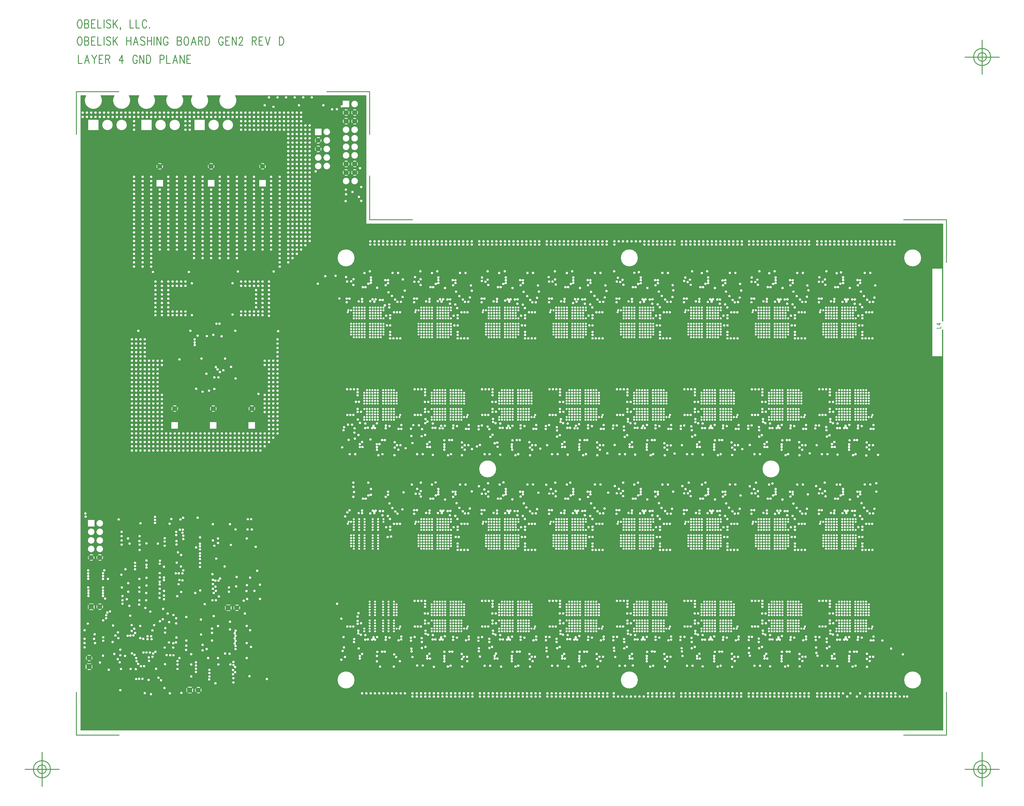
<source format=gbr>
*
*
G04 PADS 9.2 Build Number: 414666 generated Gerber (RS-274-X) file*
G04 PC Version=2.1*
*
%IN "SC1B_REVD_ARC.pcb"*%
*
%MOIN*%
*
%FSLAX24Y24*%
*
*
*
*
G04 PC Standard Apertures*
*
*
G04 Thermal Relief Aperture macro.*
%AMTER*
1,1,$1,0,0*
1,0,$1-$2,0,0*
21,0,$3,$4,0,0,45*
21,0,$3,$4,0,0,135*
%
*
*
G04 Annular Aperture macro.*
%AMANN*
1,1,$1,0,0*
1,0,$2,0,0*
%
*
*
G04 Odd Aperture macro.*
%AMODD*
1,1,$1,0,0*
1,0,$1-0.005,0,0*
%
*
*
G04 PC Custom Aperture Macros*
*
*
*
*
*
*
G04 PC Aperture Table*
*
%ADD010C,0.001*%
%ADD013R,0.06X0.06*%
%ADD014C,0.06*%
%ADD028C,0.01*%
%ADD031C,0.015*%
%ADD032C,0.005*%
%ADD040C,0.024*%
%ADD063C,0.008*%
%ADD302C,0.105*%
*
*
*
*
G04 PC Circuitry*
G04 Layer Name SC1B_REVD_ARC.pcb - circuitry*
%LPD*%
*
*
G04 PC Custom Flashes*
G04 Layer Name SC1B_REVD_ARC.pcb - flashes*
%LPD*%
*
*
G04 PC Circuitry*
G04 Layer Name SC1B_REVD_ARC.pcb - circuitry*
%LPD*%
*
G54D10*
G54D13*
G01X33250Y25250D03*
X21500Y28000D03*
X21750Y35000D03*
X37750Y34875D03*
G54D14*
X48250Y89500D03*
Y88500D03*
X21750Y40750D03*
X22750D03*
X29750Y86468D03*
X31500Y58155D03*
X41750Y86468D03*
X40500Y58155D03*
X36000D03*
X35750Y86468D03*
X34250Y25250D03*
X21500Y29000D03*
X22750Y35000D03*
X38750Y34875D03*
X51500Y92750D03*
X52500D03*
X51500Y91750D03*
X52500D03*
X51500Y86750D03*
X52500D03*
X51500Y85750D03*
X52500D03*
G54D28*
X20324Y101614D02*
X20256Y101567D01*
X20256D02*
X20188Y101473D01*
X20188D02*
X20154Y101380D01*
X20120Y101239*
Y101005*
X20154Y100864*
X20188Y100770*
X20188D02*
X20256Y100676D01*
X20256D02*
X20324Y100630D01*
X20324D02*
X20460D01*
X20460D02*
X20529Y100676D01*
X20529D02*
X20597Y100770D01*
X20597D02*
X20631Y100864D01*
X20665Y101005*
Y101239*
X20631Y101380*
X20597Y101473*
X20597D02*
X20529Y101567D01*
X20529D02*
X20460Y101614D01*
X20460D02*
X20324D01*
X20972D02*
Y100630D01*
Y101614D02*
X21279D01*
X21381Y101567*
X21381D02*
X21415Y101520D01*
X21415D02*
X21449Y101426D01*
X21449D02*
Y101333D01*
X21449D02*
X21415Y101239D01*
X21381Y101192*
X21381D02*
X21279Y101145D01*
X20972D02*
X21279D01*
X21279D02*
X21381Y101098D01*
X21381D02*
X21415Y101051D01*
X21415D02*
X21449Y100958D01*
X21449D02*
Y100817D01*
X21449D02*
X21415Y100723D01*
X21415D02*
X21381Y100676D01*
X21381D02*
X21279Y100630D01*
X20972*
X21756Y101614D02*
Y100630D01*
Y101614D02*
X22199D01*
X21756Y101145D02*
X22029D01*
X21756Y100630D02*
X22199D01*
X22506Y101614D02*
Y100630D01*
X22915*
X23222Y101614D02*
Y100630D01*
X24006Y101473D02*
X23938Y101567D01*
X23938D02*
X23835Y101614D01*
X23835D02*
X23699D01*
X23699D02*
X23597Y101567D01*
X23597D02*
X23529Y101473D01*
X23529D02*
Y101380D01*
X23563Y101286*
X23597Y101239*
X23665Y101192*
X23665D02*
X23870Y101098D01*
X23870D02*
X23938Y101051D01*
X23938D02*
X23972Y101005D01*
X24006Y100911*
Y100770*
X24006D02*
X23938Y100676D01*
X23938D02*
X23835Y100630D01*
X23835D02*
X23699D01*
X23699D02*
X23597Y100676D01*
X23597D02*
X23529Y100770D01*
X24313Y101614D02*
Y100630D01*
X24790Y101614D02*
X24313Y100958D01*
X24483Y101192D02*
X24790Y100630D01*
X25881Y101614D02*
Y100630D01*
X26358Y101614D02*
Y100630D01*
X25881Y101145D02*
X26358D01*
X26938Y101614D02*
X26665Y100630D01*
X26938Y101614D02*
X27210Y100630D01*
X26767Y100958D02*
X27108D01*
X27995Y101473D02*
X27926Y101567D01*
X27926D02*
X27824Y101614D01*
X27824D02*
X27688D01*
X27585Y101567*
X27585D02*
X27517Y101473D01*
X27517D02*
Y101380D01*
X27517D02*
X27551Y101286D01*
X27551D02*
X27585Y101239D01*
X27585D02*
X27654Y101192D01*
X27654D02*
X27858Y101098D01*
X27858D02*
X27926Y101051D01*
X27926D02*
X27960Y101005D01*
X27960D02*
X27995Y100911D01*
Y100770*
X27995D02*
X27926Y100676D01*
X27926D02*
X27824Y100630D01*
X27824D02*
X27688D01*
X27585Y100676*
X27585D02*
X27517Y100770D01*
X28301Y101614D02*
Y100630D01*
X28779Y101614D02*
Y100630D01*
X28301Y101145D02*
X28779D01*
X29085Y101614D02*
Y100630D01*
X29392Y101614D02*
Y100630D01*
Y101614D02*
X29870Y100630D01*
Y101614D02*
Y100630D01*
X30688Y101380D02*
X30654Y101473D01*
X30654D02*
X30585Y101567D01*
X30585D02*
X30517Y101614D01*
X30517D02*
X30381D01*
X30313Y101567*
X30313D02*
X30245Y101473D01*
X30245D02*
X30210Y101380D01*
X30210D02*
X30176Y101239D01*
X30176D02*
Y101005D01*
X30176D02*
X30210Y100864D01*
X30210D02*
X30245Y100770D01*
X30245D02*
X30313Y100676D01*
X30313D02*
X30381Y100630D01*
X30517*
X30517D02*
X30585Y100676D01*
X30585D02*
X30654Y100770D01*
X30654D02*
X30688Y100864D01*
Y101005*
X30517D02*
X30688D01*
X31779Y101614D02*
Y100630D01*
Y101614D02*
X32085D01*
X32085D02*
X32188Y101567D01*
X32188D02*
X32222Y101520D01*
X32222D02*
X32256Y101426D01*
X32256D02*
Y101333D01*
X32222Y101239*
X32188Y101192*
X32188D02*
X32085Y101145D01*
X31779D02*
X32085D01*
X32085D02*
X32188Y101098D01*
X32188D02*
X32222Y101051D01*
X32222D02*
X32256Y100958D01*
Y100817*
X32256D02*
X32222Y100723D01*
X32222D02*
X32188Y100676D01*
X32188D02*
X32085Y100630D01*
X32085D02*
X31779D01*
X32767Y101614D02*
X32699Y101567D01*
X32699D02*
X32631Y101473D01*
X32631D02*
X32597Y101380D01*
X32563Y101239*
Y101005*
X32597Y100864*
X32631Y100770*
X32631D02*
X32699Y100676D01*
X32699D02*
X32767Y100630D01*
X32767D02*
X32904D01*
X32972Y100676*
X32972D02*
X33040Y100770D01*
X33040D02*
X33074Y100864D01*
X33074D02*
X33108Y101005D01*
X33108D02*
Y101239D01*
X33108D02*
X33074Y101380D01*
X33074D02*
X33040Y101473D01*
X33040D02*
X32972Y101567D01*
X32972D02*
X32904Y101614D01*
X32767*
X33688D02*
X33415Y100630D01*
X33688Y101614D02*
X33960Y100630D01*
X33517Y100958D02*
X33858D01*
X34267Y101614D02*
Y100630D01*
Y101614D02*
X34574D01*
X34574D02*
X34676Y101567D01*
X34676D02*
X34710Y101520D01*
X34710D02*
X34745Y101426D01*
X34745D02*
Y101333D01*
X34710Y101239*
X34710D02*
X34676Y101192D01*
X34676D02*
X34574Y101145D01*
X34574D02*
X34267D01*
X34506D02*
X34745Y100630D01*
X35051Y101614D02*
Y100630D01*
Y101614D02*
X35290D01*
X35392Y101567*
X35392D02*
X35460Y101473D01*
X35460D02*
X35495Y101380D01*
X35529Y101239*
Y101005*
X35495Y100864*
X35460Y100770*
X35460D02*
X35392Y100676D01*
X35392D02*
X35290Y100630D01*
X35051*
X37131Y101380D02*
X37097Y101473D01*
X37097D02*
X37029Y101567D01*
X37029D02*
X36960Y101614D01*
X36960D02*
X36824D01*
X36824D02*
X36756Y101567D01*
X36756D02*
X36688Y101473D01*
X36688D02*
X36654Y101380D01*
X36620Y101239*
Y101005*
X36654Y100864*
X36688Y100770*
X36688D02*
X36756Y100676D01*
X36756D02*
X36824Y100630D01*
X36824D02*
X36960D01*
X36960D02*
X37029Y100676D01*
X37029D02*
X37097Y100770D01*
X37097D02*
X37131Y100864D01*
Y101005*
X36960D02*
X37131D01*
X37438Y101614D02*
Y100630D01*
Y101614D02*
X37881D01*
X37438Y101145D02*
X37710D01*
X37438Y100630D02*
X37881D01*
X38188Y101614D02*
Y100630D01*
Y101614D02*
X38665Y100630D01*
Y101614D02*
Y100630D01*
X39006Y101380D02*
Y101426D01*
X39006D02*
X39040Y101520D01*
X39040D02*
X39074Y101567D01*
X39074D02*
X39142Y101614D01*
X39142D02*
X39279D01*
X39347Y101567*
X39347D02*
X39381Y101520D01*
X39381D02*
X39415Y101426D01*
X39415D02*
Y101333D01*
X39381Y101239*
X39313Y101098*
X39313D02*
X38972Y100630D01*
X39449*
X40540Y101614D02*
Y100630D01*
Y101614D02*
X40847D01*
X40949Y101567*
X40949D02*
X40983Y101520D01*
X40983D02*
X41017Y101426D01*
X41017D02*
Y101333D01*
X41017D02*
X40983Y101239D01*
X40983D02*
X40949Y101192D01*
X40949D02*
X40847Y101145D01*
X40847D02*
X40540D01*
X40779D02*
X41017Y100630D01*
X41324Y101614D02*
Y100630D01*
Y101614D02*
X41767D01*
X41324Y101145D02*
X41597D01*
X41324Y100630D02*
X41767D01*
X42074Y101614D02*
X42347Y100630D01*
X42620Y101614D02*
X42347Y100630D01*
X43710Y101614D02*
Y100630D01*
Y101614D02*
X43949D01*
X43949D02*
X44051Y101567D01*
X44051D02*
X44120Y101473D01*
X44120D02*
X44154Y101380D01*
X44188Y101239*
Y101005*
X44154Y100864*
X44120Y100770*
X44120D02*
X44051Y100676D01*
X44051D02*
X43949Y100630D01*
X43949D02*
X43710D01*
X20324Y103614D02*
X20256Y103567D01*
X20256D02*
X20188Y103473D01*
X20188D02*
X20154Y103380D01*
X20120Y103239*
Y103005*
X20154Y102864*
X20188Y102770*
X20188D02*
X20256Y102676D01*
X20256D02*
X20324Y102630D01*
X20324D02*
X20460D01*
X20460D02*
X20529Y102676D01*
X20529D02*
X20597Y102770D01*
X20597D02*
X20631Y102864D01*
X20665Y103005*
Y103239*
X20631Y103380*
X20597Y103473*
X20597D02*
X20529Y103567D01*
X20529D02*
X20460Y103614D01*
X20460D02*
X20324D01*
X20972D02*
Y102630D01*
Y103614D02*
X21279D01*
X21381Y103567*
X21381D02*
X21415Y103520D01*
X21415D02*
X21449Y103426D01*
X21449D02*
Y103333D01*
X21449D02*
X21415Y103239D01*
X21381Y103192*
X21381D02*
X21279Y103145D01*
X20972D02*
X21279D01*
X21279D02*
X21381Y103098D01*
X21381D02*
X21415Y103051D01*
X21415D02*
X21449Y102958D01*
X21449D02*
Y102817D01*
X21449D02*
X21415Y102723D01*
X21415D02*
X21381Y102676D01*
X21381D02*
X21279Y102630D01*
X20972*
X21756Y103614D02*
Y102630D01*
Y103614D02*
X22199D01*
X21756Y103145D02*
X22029D01*
X21756Y102630D02*
X22199D01*
X22506Y103614D02*
Y102630D01*
X22915*
X23222Y103614D02*
Y102630D01*
X24006Y103473D02*
X23938Y103567D01*
X23938D02*
X23835Y103614D01*
X23835D02*
X23699D01*
X23699D02*
X23597Y103567D01*
X23597D02*
X23529Y103473D01*
X23529D02*
Y103380D01*
X23563Y103286*
X23597Y103239*
X23665Y103192*
X23665D02*
X23870Y103098D01*
X23870D02*
X23938Y103051D01*
X23938D02*
X23972Y103005D01*
X24006Y102911*
Y102770*
X24006D02*
X23938Y102676D01*
X23938D02*
X23835Y102630D01*
X23835D02*
X23699D01*
X23699D02*
X23597Y102676D01*
X23597D02*
X23529Y102770D01*
X24313Y103614D02*
Y102630D01*
X24790Y103614D02*
X24313Y102958D01*
X24483Y103192D02*
X24790Y102630D01*
X25165Y102676D02*
X25131Y102630D01*
X25097Y102676*
X25097D02*
X25131Y102723D01*
X25131D02*
X25165Y102676D01*
X25165D02*
Y102583D01*
X25131Y102489*
X25097Y102442*
X26256Y103614D02*
Y102630D01*
X26665*
X26972Y103614D02*
Y102630D01*
X27381*
X28199Y103380D02*
X28165Y103473D01*
X28165D02*
X28097Y103567D01*
X28097D02*
X28029Y103614D01*
X27892*
X27892D02*
X27824Y103567D01*
X27824D02*
X27756Y103473D01*
X27756D02*
X27722Y103380D01*
X27688Y103239*
Y103005*
X27722Y102864*
X27756Y102770*
X27756D02*
X27824Y102676D01*
X27824D02*
X27892Y102630D01*
X27892D02*
X28029D01*
X28097Y102676*
X28097D02*
X28165Y102770D01*
X28165D02*
X28199Y102864D01*
X28540Y102723D02*
X28506Y102676D01*
X28506D02*
X28540Y102630D01*
X28574Y102676*
X28574D02*
X28540Y102723D01*
X20250Y99484D02*
Y98500D01*
X20659*
X21238Y99484D02*
X20965Y98500D01*
X21238Y99484D02*
X21511Y98500D01*
X21068Y98828D02*
X21409D01*
X21818Y99484D02*
X22090Y99015D01*
X22090D02*
Y98500D01*
X22363Y99484D02*
X22090Y99015D01*
X22670Y99484D02*
Y98500D01*
Y99484D02*
X23113D01*
X22670Y99015D02*
X22943D01*
X22670Y98500D02*
X23113D01*
X23420Y99484D02*
Y98500D01*
Y99484D02*
X23727D01*
X23829Y99437*
X23829D02*
X23863Y99390D01*
X23863D02*
X23897Y99296D01*
X23897D02*
Y99203D01*
X23897D02*
X23863Y99109D01*
X23863D02*
X23829Y99062D01*
X23829D02*
X23727Y99015D01*
X23727D02*
X23420D01*
X23659D02*
X23897Y98500D01*
X25329Y99484D02*
X24988Y98828D01*
X24988D02*
X25500D01*
X25329Y99484D02*
Y98500D01*
X27102Y99250D02*
X27068Y99343D01*
X27068D02*
X27000Y99437D01*
X27000D02*
X26931Y99484D01*
X26931D02*
X26795D01*
X26727Y99437*
X26727D02*
X26659Y99343D01*
X26659D02*
X26625Y99250D01*
X26590Y99109*
X26590D02*
Y98875D01*
X26590D02*
X26625Y98734D01*
X26659Y98640*
X26659D02*
X26727Y98546D01*
X26727D02*
X26795Y98500D01*
X26931*
X26931D02*
X27000Y98546D01*
X27000D02*
X27068Y98640D01*
X27068D02*
X27102Y98734D01*
Y98875*
X26931D02*
X27102D01*
X27409Y99484D02*
Y98500D01*
Y99484D02*
X27886Y98500D01*
Y99484D02*
Y98500D01*
X28193Y99484D02*
Y98500D01*
Y99484D02*
X28431D01*
X28431D02*
X28534Y99437D01*
X28534D02*
X28602Y99343D01*
X28602D02*
X28636Y99250D01*
X28670Y99109*
Y98875*
X28636Y98734*
X28602Y98640*
X28602D02*
X28534Y98546D01*
X28534D02*
X28431Y98500D01*
X28431D02*
X28193D01*
X29761Y99484D02*
Y98500D01*
Y99484D02*
X30068D01*
X30170Y99437*
X30170D02*
X30204Y99390D01*
X30204D02*
X30238Y99296D01*
X30238D02*
Y99156D01*
X30238D02*
X30204Y99062D01*
X30204D02*
X30170Y99015D01*
X30170D02*
X30068Y98968D01*
X30068D02*
X29761D01*
X30545Y99484D02*
Y98500D01*
X30954*
X31534Y99484D02*
X31261Y98500D01*
X31534Y99484D02*
X31806Y98500D01*
X31363Y98828D02*
X31704D01*
X32113Y99484D02*
Y98500D01*
Y99484D02*
X32590Y98500D01*
Y99484D02*
Y98500D01*
X32897Y99484D02*
Y98500D01*
Y99484D02*
X33340D01*
X32897Y99015D02*
X33170D01*
X32897Y98500D02*
X33340D01*
X25000Y20000D02*
X20000D01*
Y25000*
X59250Y80236D02*
X54250D01*
Y85375*
X49242Y95200D02*
X54251D01*
Y90202*
X116570Y80236D02*
X121570D01*
Y75250*
X20000Y90193D02*
Y95200D01*
X24965*
X121570Y25000D02*
Y20000D01*
X116570*
X126750Y99250D02*
G75*
G03X126750I-1000J0D01*
G01X126250D02*
G03X126250I-500J0D01*
G01X125750Y101250D02*
Y97250D01*
X123750Y99250D02*
X127750D01*
X126750Y16000D02*
G03X126750I-1000J0D01*
G01X126250D02*
G03X126250I-500J0D01*
G01X125750Y18000D02*
Y14000D01*
X123750Y16000D02*
X127750D01*
X17000D02*
G03X17000I-1000J0D01*
G01X16500D02*
G03X16500I-500J0D01*
G01X16000Y18000D02*
Y14000D01*
X14000Y16000D02*
X18000D01*
G54D31*
X51793Y85456D02*
X51712Y85537D01*
X51793Y86043D02*
X51712Y85962D01*
X51206Y86043D02*
X51287Y85962D01*
X51206Y85456D02*
X51287Y85537D01*
X52793Y92456D02*
X52712Y92537D01*
X52793Y93043D02*
X52712Y92962D01*
X52206Y93043D02*
X52287Y92962D01*
X52206Y92456D02*
X52287Y92537D01*
X51793Y92456D02*
X51712Y92537D01*
X51793Y93043D02*
X51712Y92962D01*
X51206Y93043D02*
X51287Y92962D01*
X51206Y92456D02*
X51287Y92537D01*
X52793Y91456D02*
X52712Y91537D01*
X52793Y92043D02*
X52712Y91962D01*
X52206Y92043D02*
X52287Y91962D01*
X52206Y91456D02*
X52287Y91537D01*
X51793Y91456D02*
X51712Y91537D01*
X51793Y92043D02*
X51712Y91962D01*
X51206Y92043D02*
X51287Y91962D01*
X51206Y91456D02*
X51287Y91537D01*
X52793Y86456D02*
X52712Y86537D01*
X52793Y87043D02*
X52712Y86962D01*
X52206Y87043D02*
X52287Y86962D01*
X52206Y86456D02*
X52287Y86537D01*
X51793Y86456D02*
X51712Y86537D01*
X51793Y87043D02*
X51712Y86962D01*
X51206Y87043D02*
X51287Y86962D01*
X51206Y86456D02*
X51287Y86537D01*
X52793Y85456D02*
X52712Y85537D01*
X52793Y86043D02*
X52712Y85962D01*
X52206Y86043D02*
X52287Y85962D01*
X52206Y85456D02*
X52287Y85537D01*
X22131Y35381D02*
X21962Y35212D01*
X22131Y34618D02*
X21962Y34787D01*
X21368Y34618D02*
X21537Y34787D01*
X21368Y35381D02*
X21537Y35212D01*
X23043Y35293D02*
X22962Y35212D01*
X22456Y35293D02*
X22537Y35212D01*
X22456Y34706D02*
X22537Y34787D01*
X23043Y34706D02*
X22962Y34787D01*
X21118Y28381D02*
X21287Y28212D01*
X21881Y28381D02*
X21712Y28212D01*
X21881Y27618D02*
X21712Y27787D01*
X21118Y27618D02*
X21287Y27787D01*
X21206Y29293D02*
X21287Y29212D01*
X21206Y28706D02*
X21287Y28787D01*
X21793Y28706D02*
X21712Y28787D01*
X21793Y29293D02*
X21712Y29212D01*
X33631Y25631D02*
X33462Y25462D01*
X33631Y24868D02*
X33462Y25037D01*
X32868Y24868D02*
X33037Y25037D01*
X32868Y25631D02*
X33037Y25462D01*
X34543Y25543D02*
X34462Y25462D01*
X33956Y25543D02*
X34037Y25462D01*
X33956Y24956D02*
X34037Y25037D01*
X34543Y24956D02*
X34462Y25037D01*
X22043Y40456D02*
X21962Y40537D01*
X22043Y41043D02*
X21962Y40962D01*
X21456Y41043D02*
X21537Y40962D01*
X21456Y40456D02*
X21537Y40537D01*
X23043Y40456D02*
X22962Y40537D01*
X23043Y41043D02*
X22962Y40962D01*
X22456Y41043D02*
X22537Y40962D01*
X22456Y40456D02*
X22537Y40537D01*
X38131Y35256D02*
X37962Y35087D01*
X38131Y34493D02*
X37962Y34662D01*
X37368Y34493D02*
X37537Y34662D01*
X37368Y35256D02*
X37537Y35087D01*
X39043Y35168D02*
X38962Y35087D01*
X38456Y35168D02*
X38537Y35087D01*
X38456Y34581D02*
X38537Y34662D01*
X39043Y34581D02*
X38962Y34662D01*
X48543Y88206D02*
X48462Y88287D01*
X48543Y88793D02*
X48462Y88712D01*
X47956Y88793D02*
X48037Y88712D01*
X47956Y88206D02*
X48037Y88287D01*
X48543Y89206D02*
X48462Y89287D01*
X48543Y89793D02*
X48462Y89712D01*
X47956Y89793D02*
X48037Y89712D01*
X47956Y89206D02*
X48037Y89287D01*
X35456Y86761D02*
X35537Y86680D01*
X35456Y86175D02*
X35537Y86256D01*
X36043Y86175D02*
X35962Y86256D01*
X36043Y86761D02*
X35962Y86680D01*
X35706Y58448D02*
X35787Y58367D01*
X35706Y57862D02*
X35787Y57943D01*
X36293Y57862D02*
X36212Y57943D01*
X36293Y58448D02*
X36212Y58367D01*
X40206Y58448D02*
X40287Y58367D01*
X40206Y57862D02*
X40287Y57943D01*
X40793Y57862D02*
X40712Y57943D01*
X40793Y58448D02*
X40712Y58367D01*
X41456Y86761D02*
X41537Y86680D01*
X41456Y86175D02*
X41537Y86256D01*
X42043Y86175D02*
X41962Y86256D01*
X42043Y86761D02*
X41962Y86680D01*
X31206Y58448D02*
X31287Y58367D01*
X31206Y57862D02*
X31287Y57943D01*
X31793Y57862D02*
X31712Y57943D01*
X31793Y58448D02*
X31712Y58367D01*
X29456Y86761D02*
X29537Y86680D01*
X29456Y86175D02*
X29537Y86256D01*
X30043Y86175D02*
X29962Y86256D01*
X30043Y86761D02*
X29962Y86680D01*
G54D32*
X117175Y24500D02*
G03X117175I-175J0D01*
G01X116800D02*
G03X116800I-175J0D01*
G01X118662Y26437D02*
G03X118662I-1024J0D01*
G01X116675Y29425D02*
G03X116675I-175J0D01*
G01X118662Y75767D02*
G03X118662I-1024J0D01*
G01X116300Y24500D02*
G03X116300I-175J0D01*
G01X115800D02*
G03X115800I-175J0D01*
G01Y24875D02*
G03X115800I-175J0D01*
G01X115675Y77325D02*
G03X115675I-175J0D01*
G01Y77700D02*
G03X115675I-175J0D01*
G01X115300Y24500D02*
G03X115300I-175J0D01*
G01Y24875D02*
G03X115300I-175J0D01*
G01Y30100D02*
G03X115300I-175J0D01*
G01X115175Y77325D02*
G03X115175I-175J0D01*
G01Y77700D02*
G03X115175I-175J0D01*
G01X114800Y24500D02*
G03X114800I-175J0D01*
G01Y24875D02*
G03X114800I-175J0D01*
G01X114675Y77325D02*
G03X114675I-175J0D01*
G01Y77700D02*
G03X114675I-175J0D01*
G01X114300Y24500D02*
G03X114300I-175J0D01*
G01Y24875D02*
G03X114300I-175J0D01*
G01X114275Y31050D02*
G03X114275I-175J0D01*
G01X114175Y77325D02*
G03X114175I-175J0D01*
G01Y77700D02*
G03X114175I-175J0D01*
G01X113800Y24500D02*
G03X113800I-175J0D01*
G01Y24875D02*
G03X113800I-175J0D01*
G01X113300Y24500D02*
G03X113300I-175J0D01*
G01Y24875D02*
G03X113300I-175J0D01*
G01X113200Y29150D02*
G03X113200I-175J0D01*
G01X112800Y24500D02*
G03X112800I-175J0D01*
G01Y24875D02*
G03X112800I-175J0D01*
G01X112300Y24500D02*
G03X112300I-175J0D01*
G01X112475Y27975D02*
G03X112475I-175J0D01*
G01X112800Y28650D02*
G03X112800I-175J0D01*
G01X112475Y28900D02*
G03X112475I-175J0D01*
G01X112825Y29150D02*
G03X112825I-175J0D01*
G01X113243Y31512D02*
G03X113243I-174J0D01*
G01X113118Y41637D02*
G03X113118I-174J0D01*
G01X112475Y29500D02*
G03X112475I-175J0D01*
G01X112674Y32440D02*
G03X112674I-154J0D01*
G01Y34015D02*
G03X112674I-154J0D01*
G01Y34330D02*
G03X112674I-154J0D01*
G01Y34645D02*
G03X112674I-154J0D01*
G01Y34960D02*
G03X112674I-154J0D01*
G01Y35275D02*
G03X112674I-154J0D01*
G01X112718Y41637D02*
G03X112718I-174J0D01*
G01X112359Y32126D02*
G03X112359I-154J0D01*
G01Y32440D02*
G03X112359I-154J0D01*
G01Y32755D02*
G03X112359I-154J0D01*
G01Y33070D02*
G03X112359I-154J0D01*
G01Y33385D02*
G03X112359I-154J0D01*
G01Y34015D02*
G03X112359I-154J0D01*
G01Y34330D02*
G03X112359I-154J0D01*
G01Y34645D02*
G03X112359I-154J0D01*
G01Y34960D02*
G03X112359I-154J0D01*
G01Y35275D02*
G03X112359I-154J0D01*
G01Y35590D02*
G03X112359I-154J0D01*
G01X111675Y24875D02*
G03X111675I-175J0D01*
G01X111868Y31387D02*
G03X111868I-174J0D01*
G01X112044Y32126D02*
G03X112044I-154J0D01*
G01Y32440D02*
G03X112044I-154J0D01*
G01Y32755D02*
G03X112044I-154J0D01*
G01Y33070D02*
G03X112044I-154J0D01*
G01Y33385D02*
G03X112044I-154J0D01*
G01Y34015D02*
G03X112044I-154J0D01*
G01Y34330D02*
G03X112044I-154J0D01*
G01Y34645D02*
G03X112044I-154J0D01*
G01Y34960D02*
G03X112044I-154J0D01*
G01Y35275D02*
G03X112044I-154J0D01*
G01Y35590D02*
G03X112044I-154J0D01*
G01X112318Y41637D02*
G03X112318I-174J0D01*
G01X113200Y45900D02*
G03X113200I-175J0D01*
G01X113350Y46450D02*
G03X113350I-175J0D01*
G01X113575Y48450D02*
G03X113575I-175J0D01*
G01Y49425D02*
G03X113575I-175J0D01*
G01X113775Y52750D02*
G03X113775I-175J0D01*
G01X112800Y45900D02*
G03X112800I-175J0D01*
G01X112525Y46175D02*
G03X112525I-175J0D01*
G01X112868Y49287D02*
G03X112868I-174J0D01*
G01X113175Y53874D02*
G03X113175I-175J0D01*
G01X111300Y24500D02*
G03X111300I-175J0D01*
G01X110550Y24875D02*
G03X110550I-175J0D01*
G01X110800Y28000D02*
G03X110800I-175J0D01*
G01X111150Y28100D02*
G03X111150I-175J0D01*
G01X111729Y32126D02*
G03X111729I-154J0D01*
G01Y32440D02*
G03X111729I-154J0D01*
G01Y32755D02*
G03X111729I-154J0D01*
G01Y33070D02*
G03X111729I-154J0D01*
G01Y33385D02*
G03X111729I-154J0D01*
G01Y34015D02*
G03X111729I-154J0D01*
G01Y34330D02*
G03X111729I-154J0D01*
G01Y34645D02*
G03X111729I-154J0D01*
G01Y34960D02*
G03X111729I-154J0D01*
G01Y35275D02*
G03X111729I-154J0D01*
G01Y35590D02*
G03X111729I-154J0D01*
G01X111943Y41637D02*
G03X111943I-174J0D01*
G01Y43150D02*
G03X111943I-174J0D01*
G01X111925Y45250D02*
G03X111925I-175J0D01*
G01X112150Y46575D02*
G03X112150I-175J0D01*
G01X112218Y49287D02*
G03X112218I-174J0D01*
G01X112400Y52675D02*
G03X112400I-175J0D01*
G01X112750Y53375D02*
G03X112750I-175J0D01*
G01X112450Y53625D02*
G03X112450I-175J0D01*
G01X112750Y53875D02*
G03X112750I-175J0D01*
G01X113243Y56236D02*
G03X113243I-174J0D01*
G01X113118Y66361D02*
G03X113118I-174J0D01*
G01X112450Y54200D02*
G03X112450I-175J0D01*
G01X112674Y57165D02*
G03X112674I-154J0D01*
G01Y58740D02*
G03X112674I-154J0D01*
G01Y59055D02*
G03X112674I-154J0D01*
G01Y59370D02*
G03X112674I-154J0D01*
G01Y59685D02*
G03X112674I-154J0D01*
G01Y60000D02*
G03X112674I-154J0D01*
G01X112718Y66361D02*
G03X112718I-174J0D01*
G01X112359Y56850D02*
G03X112359I-154J0D01*
G01Y57165D02*
G03X112359I-154J0D01*
G01Y57480D02*
G03X112359I-154J0D01*
G01Y57795D02*
G03X112359I-154J0D01*
G01Y58110D02*
G03X112359I-154J0D01*
G01Y58740D02*
G03X112359I-154J0D01*
G01Y59055D02*
G03X112359I-154J0D01*
G01Y59370D02*
G03X112359I-154J0D01*
G01Y59685D02*
G03X112359I-154J0D01*
G01Y60000D02*
G03X112359I-154J0D01*
G01Y60315D02*
G03X112359I-154J0D01*
G01X111414Y32126D02*
G03X111414I-154J0D01*
G01Y32440D02*
G03X111414I-154J0D01*
G01Y32755D02*
G03X111414I-154J0D01*
G01Y33070D02*
G03X111414I-154J0D01*
G01Y33385D02*
G03X111414I-154J0D01*
G01Y34015D02*
G03X111414I-154J0D01*
G01Y34330D02*
G03X111414I-154J0D01*
G01Y34645D02*
G03X111414I-154J0D01*
G01Y34960D02*
G03X111414I-154J0D01*
G01Y35275D02*
G03X111414I-154J0D01*
G01Y35590D02*
G03X111414I-154J0D01*
G01X111568Y43150D02*
G03X111568I-174J0D01*
G01X111099Y32126D02*
G03X111099I-154J0D01*
G01Y32440D02*
G03X111099I-154J0D01*
G01Y32755D02*
G03X111099I-154J0D01*
G01Y33070D02*
G03X111099I-154J0D01*
G01Y33385D02*
G03X111099I-154J0D01*
G01Y34015D02*
G03X111099I-154J0D01*
G01Y34330D02*
G03X111099I-154J0D01*
G01Y34645D02*
G03X111099I-154J0D01*
G01Y34960D02*
G03X111099I-154J0D01*
G01Y35275D02*
G03X111099I-154J0D01*
G01Y35590D02*
G03X111099I-154J0D01*
G01X111139Y42086D02*
G03X111139I-154J0D01*
G01Y42401D02*
G03X111139I-154J0D01*
G01Y42716D02*
G03X111139I-154J0D01*
G01Y43031D02*
G03X111139I-154J0D01*
G01Y43346D02*
G03X111139I-154J0D01*
G01Y43976D02*
G03X111139I-154J0D01*
G01X111474Y44291D02*
G03X111474I-174J0D01*
G01X111671Y45609D02*
G03X111671I-174J0D01*
G01X111850Y47100D02*
G03X111850I-175J0D01*
G01X111139Y44921D02*
G03X111139I-154J0D01*
G01Y45236D02*
G03X111139I-154J0D01*
G01X110824Y41771D02*
G03X110824I-154J0D01*
G01Y42086D02*
G03X110824I-154J0D01*
G01Y42401D02*
G03X110824I-154J0D01*
G01Y42716D02*
G03X110824I-154J0D01*
G01Y43031D02*
G03X110824I-154J0D01*
G01Y43346D02*
G03X110824I-154J0D01*
G01Y43976D02*
G03X110824I-154J0D01*
G01Y44291D02*
G03X110824I-154J0D01*
G01Y44606D02*
G03X110824I-154J0D01*
G01Y44921D02*
G03X110824I-154J0D01*
G01Y45236D02*
G03X110824I-154J0D01*
G01X111043Y45687D02*
G03X111043I-174J0D01*
G01X110175Y24500D02*
G03X110175I-175J0D01*
G01X110475Y29725D02*
G03X110475I-175J0D01*
G01X109675Y24875D02*
G03X109675I-175J0D01*
G01X110400Y31450D02*
G03X110400I-175J0D01*
G01X110470Y32126D02*
G03X110470I-155J0D01*
G01Y32440D02*
G03X110470I-155J0D01*
G01Y32755D02*
G03X110470I-155J0D01*
G01Y33070D02*
G03X110470I-155J0D01*
G01Y33385D02*
G03X110470I-155J0D01*
G01Y34015D02*
G03X110470I-155J0D01*
G01Y34330D02*
G03X110470I-155J0D01*
G01Y34645D02*
G03X110470I-155J0D01*
G01Y34960D02*
G03X110470I-155J0D01*
G01Y35275D02*
G03X110470I-155J0D01*
G01Y35590D02*
G03X110470I-155J0D01*
G01X110509Y41771D02*
G03X110509I-154J0D01*
G01Y42086D02*
G03X110509I-154J0D01*
G01Y42401D02*
G03X110509I-154J0D01*
G01Y42716D02*
G03X110509I-154J0D01*
G01Y43031D02*
G03X110509I-154J0D01*
G01Y43346D02*
G03X110509I-154J0D01*
G01Y43976D02*
G03X110509I-154J0D01*
G01Y44291D02*
G03X110509I-154J0D01*
G01Y44606D02*
G03X110509I-154J0D01*
G01Y44921D02*
G03X110509I-154J0D01*
G01Y45236D02*
G03X110509I-154J0D01*
G01X111425Y47875D02*
G03X111425I-175J0D01*
G01X111868Y56111D02*
G03X111868I-174J0D01*
G01X112044Y56850D02*
G03X112044I-154J0D01*
G01Y57165D02*
G03X112044I-154J0D01*
G01Y57480D02*
G03X112044I-154J0D01*
G01Y57795D02*
G03X112044I-154J0D01*
G01Y58110D02*
G03X112044I-154J0D01*
G01Y58740D02*
G03X112044I-154J0D01*
G01Y59055D02*
G03X112044I-154J0D01*
G01Y59370D02*
G03X112044I-154J0D01*
G01Y59685D02*
G03X112044I-154J0D01*
G01Y60000D02*
G03X112044I-154J0D01*
G01Y60315D02*
G03X112044I-154J0D01*
G01X112318Y66361D02*
G03X112318I-174J0D01*
G01X113200Y70625D02*
G03X113200I-175J0D01*
G01X113350Y71125D02*
G03X113350I-175J0D01*
G01X113450Y72550D02*
G03X113450I-175J0D01*
G01X113675Y77325D02*
G03X113675I-175J0D01*
G01Y77700D02*
G03X113675I-175J0D01*
G01X112800Y70600D02*
G03X112800I-175J0D01*
G01X112868Y74011D02*
G03X112868I-174J0D01*
G01X113175Y77325D02*
G03X113175I-175J0D01*
G01Y77700D02*
G03X113175I-175J0D01*
G01X112500Y70875D02*
G03X112500I-175J0D01*
G01X112675Y77325D02*
G03X112675I-175J0D01*
G01Y77700D02*
G03X112675I-175J0D01*
G01X111729Y56850D02*
G03X111729I-154J0D01*
G01Y57165D02*
G03X111729I-154J0D01*
G01Y57480D02*
G03X111729I-154J0D01*
G01Y57795D02*
G03X111729I-154J0D01*
G01Y58110D02*
G03X111729I-154J0D01*
G01Y58740D02*
G03X111729I-154J0D01*
G01Y59055D02*
G03X111729I-154J0D01*
G01Y59370D02*
G03X111729I-154J0D01*
G01Y59685D02*
G03X111729I-154J0D01*
G01Y60000D02*
G03X111729I-154J0D01*
G01Y60315D02*
G03X111729I-154J0D01*
G01X111943Y66361D02*
G03X111943I-174J0D01*
G01Y67874D02*
G03X111943I-174J0D01*
G01X111925Y70000D02*
G03X111925I-175J0D01*
G01X112125Y71300D02*
G03X112125I-175J0D01*
G01X112218Y74011D02*
G03X112218I-174J0D01*
G01X112175Y77325D02*
G03X112175I-175J0D01*
G01Y77700D02*
G03X112175I-175J0D01*
G01X111414Y56850D02*
G03X111414I-154J0D01*
G01Y57165D02*
G03X111414I-154J0D01*
G01Y57480D02*
G03X111414I-154J0D01*
G01Y57795D02*
G03X111414I-154J0D01*
G01Y58110D02*
G03X111414I-154J0D01*
G01Y58740D02*
G03X111414I-154J0D01*
G01Y59055D02*
G03X111414I-154J0D01*
G01Y59370D02*
G03X111414I-154J0D01*
G01Y59685D02*
G03X111414I-154J0D01*
G01Y60000D02*
G03X111414I-154J0D01*
G01Y60315D02*
G03X111414I-154J0D01*
G01X111568Y67874D02*
G03X111568I-174J0D01*
G01X111099Y56850D02*
G03X111099I-154J0D01*
G01Y57165D02*
G03X111099I-154J0D01*
G01Y57480D02*
G03X111099I-154J0D01*
G01Y57795D02*
G03X111099I-154J0D01*
G01Y58110D02*
G03X111099I-154J0D01*
G01Y58740D02*
G03X111099I-154J0D01*
G01Y59055D02*
G03X111099I-154J0D01*
G01Y59370D02*
G03X111099I-154J0D01*
G01Y59685D02*
G03X111099I-154J0D01*
G01Y60000D02*
G03X111099I-154J0D01*
G01Y60315D02*
G03X111099I-154J0D01*
G01X111139Y66811D02*
G03X111139I-154J0D01*
G01Y67126D02*
G03X111139I-154J0D01*
G01Y67440D02*
G03X111139I-154J0D01*
G01Y67755D02*
G03X111139I-154J0D01*
G01Y68070D02*
G03X111139I-154J0D01*
G01Y68700D02*
G03X111139I-154J0D01*
G01X111474Y69015D02*
G03X111474I-174J0D01*
G01X111671Y70333D02*
G03X111671I-174J0D01*
G01X111775Y71825D02*
G03X111775I-175J0D01*
G01X111139Y69645D02*
G03X111139I-154J0D01*
G01Y69960D02*
G03X111139I-154J0D01*
G01X110824Y66496D02*
G03X110824I-154J0D01*
G01Y66811D02*
G03X110824I-154J0D01*
G01Y67126D02*
G03X110824I-154J0D01*
G01Y67440D02*
G03X110824I-154J0D01*
G01Y67755D02*
G03X110824I-154J0D01*
G01Y68070D02*
G03X110824I-154J0D01*
G01Y68700D02*
G03X110824I-154J0D01*
G01Y69015D02*
G03X110824I-154J0D01*
G01Y69330D02*
G03X110824I-154J0D01*
G01Y69645D02*
G03X110824I-154J0D01*
G01Y69960D02*
G03X110824I-154J0D01*
G01X111043Y70411D02*
G03X111043I-174J0D01*
G01X110155Y32126D02*
G03X110155I-155J0D01*
G01Y32440D02*
G03X110155I-155J0D01*
G01Y32755D02*
G03X110155I-155J0D01*
G01Y33070D02*
G03X110155I-155J0D01*
G01Y33385D02*
G03X110155I-155J0D01*
G01Y34015D02*
G03X110155I-155J0D01*
G01Y34330D02*
G03X110155I-155J0D01*
G01Y34645D02*
G03X110155I-155J0D01*
G01Y34960D02*
G03X110155I-155J0D01*
G01Y35275D02*
G03X110155I-155J0D01*
G01Y35590D02*
G03X110155I-155J0D01*
G01X110194Y41771D02*
G03X110194I-154J0D01*
G01Y42086D02*
G03X110194I-154J0D01*
G01Y42401D02*
G03X110194I-154J0D01*
G01Y42716D02*
G03X110194I-154J0D01*
G01Y43031D02*
G03X110194I-154J0D01*
G01Y43346D02*
G03X110194I-154J0D01*
G01Y43976D02*
G03X110194I-154J0D01*
G01Y44291D02*
G03X110194I-154J0D01*
G01Y44606D02*
G03X110194I-154J0D01*
G01Y44921D02*
G03X110194I-154J0D01*
G01Y45236D02*
G03X110194I-154J0D01*
G01X109840Y32126D02*
G03X109840I-155J0D01*
G01Y32440D02*
G03X109840I-155J0D01*
G01Y32755D02*
G03X109840I-155J0D01*
G01Y33070D02*
G03X109840I-155J0D01*
G01Y33385D02*
G03X109840I-155J0D01*
G01Y34015D02*
G03X109840I-155J0D01*
G01Y34330D02*
G03X109840I-155J0D01*
G01Y34645D02*
G03X109840I-155J0D01*
G01Y34960D02*
G03X109840I-155J0D01*
G01Y35275D02*
G03X109840I-155J0D01*
G01Y35590D02*
G03X109840I-155J0D01*
G01X109879Y41771D02*
G03X109879I-154J0D01*
G01Y42086D02*
G03X109879I-154J0D01*
G01Y42401D02*
G03X109879I-154J0D01*
G01Y42716D02*
G03X109879I-154J0D01*
G01Y43031D02*
G03X109879I-154J0D01*
G01Y43346D02*
G03X109879I-154J0D01*
G01Y43976D02*
G03X109879I-154J0D01*
G01Y44291D02*
G03X109879I-154J0D01*
G01Y44606D02*
G03X109879I-154J0D01*
G01Y44921D02*
G03X109879I-154J0D01*
G01Y45236D02*
G03X109879I-154J0D01*
G01X110490Y47525D02*
G03X110490I-175J0D01*
G01X110450Y54450D02*
G03X110450I-175J0D01*
G01X109043Y31687D02*
G03X109043I-174J0D01*
G01X109210Y32126D02*
G03X109210I-154J0D01*
G01Y32440D02*
G03X109210I-154J0D01*
G01Y32755D02*
G03X109210I-154J0D01*
G01Y33070D02*
G03X109210I-154J0D01*
G01Y33385D02*
G03X109210I-154J0D01*
G01Y34015D02*
G03X109210I-154J0D01*
G01Y34330D02*
G03X109210I-154J0D01*
G01Y34645D02*
G03X109210I-154J0D01*
G01Y34960D02*
G03X109210I-154J0D01*
G01Y35275D02*
G03X109210I-154J0D01*
G01Y35590D02*
G03X109210I-154J0D01*
G01X108895Y32126D02*
G03X108895I-154J0D01*
G01Y32440D02*
G03X108895I-154J0D01*
G01Y33385D02*
G03X108895I-154J0D01*
G01Y34015D02*
G03X108895I-154J0D01*
G01Y34330D02*
G03X108895I-154J0D01*
G01Y34645D02*
G03X108895I-154J0D01*
G01Y34960D02*
G03X108895I-154J0D01*
G01Y35275D02*
G03X108895I-154J0D01*
G01X108934Y41771D02*
G03X108934I-154J0D01*
G01Y42086D02*
G03X108934I-154J0D01*
G01Y42401D02*
G03X108934I-154J0D01*
G01Y42716D02*
G03X108934I-154J0D01*
G01Y43031D02*
G03X108934I-154J0D01*
G01Y43346D02*
G03X108934I-154J0D01*
G01Y43976D02*
G03X108934I-154J0D01*
G01Y44291D02*
G03X108934I-154J0D01*
G01Y44606D02*
G03X108934I-154J0D01*
G01Y44921D02*
G03X108934I-154J0D01*
G01Y45236D02*
G03X108934I-154J0D01*
G01X107675Y24500D02*
G03X107675I-175J0D01*
G01Y24875D02*
G03X107675I-175J0D01*
G01X107868Y28100D02*
G03X107868I-174J0D01*
G01X108543Y33062D02*
G03X108543I-174J0D01*
G01X108518Y34212D02*
G03X108518I-174J0D01*
G01X108619Y41771D02*
G03X108619I-154J0D01*
G01Y42086D02*
G03X108619I-154J0D01*
G01Y42401D02*
G03X108619I-154J0D01*
G01Y42716D02*
G03X108619I-154J0D01*
G01Y43031D02*
G03X108619I-154J0D01*
G01Y43346D02*
G03X108619I-154J0D01*
G01Y43976D02*
G03X108619I-154J0D01*
G01Y44291D02*
G03X108619I-154J0D01*
G01Y44606D02*
G03X108619I-154J0D01*
G01Y44921D02*
G03X108619I-154J0D01*
G01Y45236D02*
G03X108619I-154J0D01*
G01X107775Y30875D02*
G03X107775I-175J0D01*
G01Y31275D02*
G03X107775I-175J0D01*
G01X108118Y34212D02*
G03X108118I-174J0D01*
G01X108304Y41771D02*
G03X108304I-154J0D01*
G01Y42086D02*
G03X108304I-154J0D01*
G01Y42401D02*
G03X108304I-154J0D01*
G01Y42716D02*
G03X108304I-154J0D01*
G01Y43031D02*
G03X108304I-154J0D01*
G01Y43346D02*
G03X108304I-154J0D01*
G01Y43976D02*
G03X108304I-154J0D01*
G01Y44291D02*
G03X108304I-154J0D01*
G01Y44606D02*
G03X108304I-154J0D01*
G01Y44921D02*
G03X108304I-154J0D01*
G01Y45236D02*
G03X108304I-154J0D01*
G01X110425Y56250D02*
G03X110425I-175J0D01*
G01X110470Y56850D02*
G03X110470I-155J0D01*
G01Y57165D02*
G03X110470I-155J0D01*
G01Y57480D02*
G03X110470I-155J0D01*
G01Y57795D02*
G03X110470I-155J0D01*
G01Y58110D02*
G03X110470I-155J0D01*
G01Y58740D02*
G03X110470I-155J0D01*
G01Y59055D02*
G03X110470I-155J0D01*
G01Y59370D02*
G03X110470I-155J0D01*
G01Y59685D02*
G03X110470I-155J0D01*
G01Y60000D02*
G03X110470I-155J0D01*
G01Y60315D02*
G03X110470I-155J0D01*
G01X110509Y66496D02*
G03X110509I-154J0D01*
G01Y66811D02*
G03X110509I-154J0D01*
G01Y67126D02*
G03X110509I-154J0D01*
G01Y67440D02*
G03X110509I-154J0D01*
G01Y67755D02*
G03X110509I-154J0D01*
G01Y68070D02*
G03X110509I-154J0D01*
G01Y68700D02*
G03X110509I-154J0D01*
G01Y69015D02*
G03X110509I-154J0D01*
G01Y69330D02*
G03X110509I-154J0D01*
G01Y69645D02*
G03X110509I-154J0D01*
G01Y69960D02*
G03X110509I-154J0D01*
G01X111418Y72561D02*
G03X111418I-174J0D01*
G01X111675Y77325D02*
G03X111675I-175J0D01*
G01Y77700D02*
G03X111675I-175J0D01*
G01X111175Y77325D02*
G03X111175I-175J0D01*
G01Y77700D02*
G03X111175I-175J0D01*
G01X110155Y56850D02*
G03X110155I-155J0D01*
G01Y57165D02*
G03X110155I-155J0D01*
G01Y57480D02*
G03X110155I-155J0D01*
G01Y57795D02*
G03X110155I-155J0D01*
G01Y58110D02*
G03X110155I-155J0D01*
G01Y58740D02*
G03X110155I-155J0D01*
G01Y59055D02*
G03X110155I-155J0D01*
G01Y59370D02*
G03X110155I-155J0D01*
G01Y59685D02*
G03X110155I-155J0D01*
G01Y60000D02*
G03X110155I-155J0D01*
G01Y60315D02*
G03X110155I-155J0D01*
G01X110194Y66496D02*
G03X110194I-154J0D01*
G01Y66811D02*
G03X110194I-154J0D01*
G01Y67126D02*
G03X110194I-154J0D01*
G01Y67440D02*
G03X110194I-154J0D01*
G01Y67755D02*
G03X110194I-154J0D01*
G01Y68070D02*
G03X110194I-154J0D01*
G01Y68700D02*
G03X110194I-154J0D01*
G01Y69015D02*
G03X110194I-154J0D01*
G01Y69330D02*
G03X110194I-154J0D01*
G01Y69645D02*
G03X110194I-154J0D01*
G01Y69960D02*
G03X110194I-154J0D01*
G01X109840Y56850D02*
G03X109840I-155J0D01*
G01Y57165D02*
G03X109840I-155J0D01*
G01Y57480D02*
G03X109840I-155J0D01*
G01Y57795D02*
G03X109840I-155J0D01*
G01Y58110D02*
G03X109840I-155J0D01*
G01Y58740D02*
G03X109840I-155J0D01*
G01Y59055D02*
G03X109840I-155J0D01*
G01Y59370D02*
G03X109840I-155J0D01*
G01Y59685D02*
G03X109840I-155J0D01*
G01Y60000D02*
G03X109840I-155J0D01*
G01Y60315D02*
G03X109840I-155J0D01*
G01X109879Y66496D02*
G03X109879I-154J0D01*
G01Y66811D02*
G03X109879I-154J0D01*
G01Y67126D02*
G03X109879I-154J0D01*
G01Y67440D02*
G03X109879I-154J0D01*
G01Y67755D02*
G03X109879I-154J0D01*
G01Y68070D02*
G03X109879I-154J0D01*
G01Y68700D02*
G03X109879I-154J0D01*
G01Y69015D02*
G03X109879I-154J0D01*
G01Y69330D02*
G03X109879I-154J0D01*
G01Y69645D02*
G03X109879I-154J0D01*
G01Y69960D02*
G03X109879I-154J0D01*
G01X110475Y72250D02*
G03X110475I-175J0D01*
G01X110675Y77325D02*
G03X110675I-175J0D01*
G01Y77700D02*
G03X110675I-175J0D01*
G01X110175Y77325D02*
G03X110175I-175J0D01*
G01Y77700D02*
G03X110175I-175J0D01*
G01X109043Y56411D02*
G03X109043I-174J0D01*
G01X109210Y56850D02*
G03X109210I-154J0D01*
G01Y57165D02*
G03X109210I-154J0D01*
G01Y57480D02*
G03X109210I-154J0D01*
G01Y57795D02*
G03X109210I-154J0D01*
G01Y58110D02*
G03X109210I-154J0D01*
G01Y58740D02*
G03X109210I-154J0D01*
G01Y59055D02*
G03X109210I-154J0D01*
G01Y59370D02*
G03X109210I-154J0D01*
G01Y59685D02*
G03X109210I-154J0D01*
G01Y60000D02*
G03X109210I-154J0D01*
G01Y60315D02*
G03X109210I-154J0D01*
G01X108895Y56850D02*
G03X108895I-154J0D01*
G01Y57165D02*
G03X108895I-154J0D01*
G01Y58110D02*
G03X108895I-154J0D01*
G01Y58740D02*
G03X108895I-154J0D01*
G01Y59055D02*
G03X108895I-154J0D01*
G01Y59370D02*
G03X108895I-154J0D01*
G01Y59685D02*
G03X108895I-154J0D01*
G01Y60000D02*
G03X108895I-154J0D01*
G01X108934Y66496D02*
G03X108934I-154J0D01*
G01Y66811D02*
G03X108934I-154J0D01*
G01Y67126D02*
G03X108934I-154J0D01*
G01Y67440D02*
G03X108934I-154J0D01*
G01Y67755D02*
G03X108934I-154J0D01*
G01Y68070D02*
G03X108934I-154J0D01*
G01Y68700D02*
G03X108934I-154J0D01*
G01Y69015D02*
G03X108934I-154J0D01*
G01Y69330D02*
G03X108934I-154J0D01*
G01Y69645D02*
G03X108934I-154J0D01*
G01Y69960D02*
G03X108934I-154J0D01*
G01X108543Y57786D02*
G03X108543I-174J0D01*
G01X108518Y58936D02*
G03X108518I-174J0D01*
G01X108619Y66496D02*
G03X108619I-154J0D01*
G01Y66811D02*
G03X108619I-154J0D01*
G01Y67126D02*
G03X108619I-154J0D01*
G01Y67440D02*
G03X108619I-154J0D01*
G01Y67755D02*
G03X108619I-154J0D01*
G01Y68070D02*
G03X108619I-154J0D01*
G01Y68700D02*
G03X108619I-154J0D01*
G01Y69015D02*
G03X108619I-154J0D01*
G01Y69330D02*
G03X108619I-154J0D01*
G01Y69645D02*
G03X108619I-154J0D01*
G01Y69960D02*
G03X108619I-154J0D01*
G01X108118Y58936D02*
G03X108118I-174J0D01*
G01X108304Y66496D02*
G03X108304I-154J0D01*
G01Y66811D02*
G03X108304I-154J0D01*
G01Y67126D02*
G03X108304I-154J0D01*
G01Y67440D02*
G03X108304I-154J0D01*
G01Y67755D02*
G03X108304I-154J0D01*
G01Y68070D02*
G03X108304I-154J0D01*
G01Y68700D02*
G03X108304I-154J0D01*
G01Y69015D02*
G03X108304I-154J0D01*
G01Y69330D02*
G03X108304I-154J0D01*
G01Y69645D02*
G03X108304I-154J0D01*
G01Y69960D02*
G03X108304I-154J0D01*
G01X109450Y74075D02*
G03X109450I-175J0D01*
G01X109675Y77325D02*
G03X109675I-175J0D01*
G01Y77700D02*
G03X109675I-175J0D01*
G01X108950Y73975D02*
G03X108950I-175J0D01*
G01X109175Y77325D02*
G03X109175I-175J0D01*
G01Y77700D02*
G03X109175I-175J0D01*
G01X108675Y77325D02*
G03X108675I-175J0D01*
G01Y77700D02*
G03X108675I-175J0D01*
G01X107750Y55625D02*
G03X107750I-175J0D01*
G01X107725Y56000D02*
G03X107725I-175J0D01*
G01X106875Y48250D02*
G03X106875I-175J0D01*
G01X107000Y48750D02*
G03X107000I-175J0D01*
G01X107218Y52824D02*
G03X107218I-174J0D01*
G01X106500Y31100D02*
G03X106500I-175J0D01*
G01X106475Y31475D02*
G03X106475I-175J0D01*
G01X106550Y49100D02*
G03X106550I-175J0D01*
G01X106612Y53875D02*
G03X106612I-174J0D01*
G01X106893Y56186D02*
G03X106893I-174J0D01*
G01X107718Y60411D02*
G03X107718I-174J0D01*
G01X107989Y66496D02*
G03X107989I-154J0D01*
G01Y66811D02*
G03X107989I-154J0D01*
G01Y67126D02*
G03X107989I-154J0D01*
G01Y67440D02*
G03X107989I-154J0D01*
G01Y67755D02*
G03X107989I-154J0D01*
G01Y68070D02*
G03X107989I-154J0D01*
G01Y68700D02*
G03X107989I-154J0D01*
G01Y69015D02*
G03X107989I-154J0D01*
G01Y69330D02*
G03X107989I-154J0D01*
G01Y69645D02*
G03X107989I-154J0D01*
G01Y69960D02*
G03X107989I-154J0D01*
G01X108268Y70686D02*
G03X108268I-174J0D01*
G01X108175Y77325D02*
G03X108175I-175J0D01*
G01Y77700D02*
G03X108175I-175J0D01*
G01X107674Y66496D02*
G03X107674I-154J0D01*
G01Y66811D02*
G03X107674I-154J0D01*
G01Y67126D02*
G03X107674I-154J0D01*
G01Y67440D02*
G03X107674I-154J0D01*
G01Y67755D02*
G03X107674I-154J0D01*
G01Y68070D02*
G03X107674I-154J0D01*
G01Y68700D02*
G03X107674I-154J0D01*
G01Y69015D02*
G03X107674I-154J0D01*
G01Y69330D02*
G03X107674I-154J0D01*
G01Y69645D02*
G03X107674I-154J0D01*
G01Y69960D02*
G03X107674I-154J0D01*
G01X107318Y60411D02*
G03X107318I-174J0D01*
G01X107359Y66811D02*
G03X107359I-154J0D01*
G01Y67126D02*
G03X107359I-154J0D01*
G01Y67440D02*
G03X107359I-154J0D01*
G01Y67755D02*
G03X107359I-154J0D01*
G01Y68070D02*
G03X107359I-154J0D01*
G01Y69645D02*
G03X107359I-154J0D01*
G01X107625Y72625D02*
G03X107625I-175J0D01*
G01X106918Y60411D02*
G03X106918I-174J0D01*
G01X106868Y70586D02*
G03X106868I-174J0D01*
G01X107300Y72975D02*
G03X107300I-175J0D01*
G01X107568Y73250D02*
G03X107568I-174J0D01*
G01X107750Y74200D02*
G03X107750I-175J0D01*
G01X107675Y77325D02*
G03X107675I-175J0D01*
G01Y77700D02*
G03X107675I-175J0D01*
G01X106875Y72975D02*
G03X106875I-175J0D01*
G01X106925Y73500D02*
G03X106925I-175J0D01*
G01X107175Y77325D02*
G03X107175I-175J0D01*
G01Y77700D02*
G03X107175I-175J0D01*
G01X106450Y55837D02*
G03X106450I-175J0D01*
G01X106500Y56187D02*
G03X106500I-175J0D01*
G01X106675Y77325D02*
G03X106675I-175J0D01*
G01Y77700D02*
G03X106675I-175J0D01*
G01X105675Y24500D02*
G03X105675I-175J0D01*
G01Y24875D02*
G03X105675I-175J0D01*
G01X105175Y24500D02*
G03X105175I-175J0D01*
G01Y24875D02*
G03X105175I-175J0D01*
G01X104675Y24500D02*
G03X104675I-175J0D01*
G01Y24875D02*
G03X104675I-175J0D01*
G01X104625Y28025D02*
G03X104625I-175J0D01*
G01X104950Y28650D02*
G03X104950I-175J0D01*
G01X104600Y28900D02*
G03X104600I-175J0D01*
G01X105244Y41637D02*
G03X105244I-174J0D01*
G01X104600Y29475D02*
G03X104600I-175J0D01*
G01X104800Y32440D02*
G03X104800I-154J0D01*
G01Y34015D02*
G03X104800I-154J0D01*
G01Y34330D02*
G03X104800I-154J0D01*
G01Y34645D02*
G03X104800I-154J0D01*
G01Y34960D02*
G03X104800I-154J0D01*
G01Y35275D02*
G03X104800I-154J0D01*
G01X104844Y41637D02*
G03X104844I-174J0D01*
G01X104485Y32126D02*
G03X104485I-154J0D01*
G01Y32440D02*
G03X104485I-154J0D01*
G01Y32755D02*
G03X104485I-154J0D01*
G01Y33070D02*
G03X104485I-154J0D01*
G01Y33385D02*
G03X104485I-154J0D01*
G01Y34015D02*
G03X104485I-154J0D01*
G01Y34330D02*
G03X104485I-154J0D01*
G01Y34645D02*
G03X104485I-154J0D01*
G01Y34960D02*
G03X104485I-154J0D01*
G01Y35275D02*
G03X104485I-154J0D01*
G01Y35590D02*
G03X104485I-154J0D01*
G01X104175Y24500D02*
G03X104175I-175J0D01*
G01Y24875D02*
G03X104175I-175J0D01*
G01X103675Y24500D02*
G03X103675I-175J0D01*
G01Y24875D02*
G03X103675I-175J0D01*
G01X103994Y31387D02*
G03X103994I-174J0D01*
G01X104170Y32126D02*
G03X104170I-154J0D01*
G01Y32440D02*
G03X104170I-154J0D01*
G01Y32755D02*
G03X104170I-154J0D01*
G01Y33070D02*
G03X104170I-154J0D01*
G01Y33385D02*
G03X104170I-154J0D01*
G01Y34015D02*
G03X104170I-154J0D01*
G01Y34330D02*
G03X104170I-154J0D01*
G01Y34645D02*
G03X104170I-154J0D01*
G01Y34960D02*
G03X104170I-154J0D01*
G01Y35275D02*
G03X104170I-154J0D01*
G01Y35590D02*
G03X104170I-154J0D01*
G01X104444Y41637D02*
G03X104444I-174J0D01*
G01X105325Y45875D02*
G03X105325I-175J0D01*
G01X105475Y46450D02*
G03X105475I-175J0D01*
G01X105575Y48125D02*
G03X105575I-175J0D01*
G01X105800Y52925D02*
G03X105800I-175J0D01*
G01X104925Y45875D02*
G03X104925I-175J0D01*
G01X104675Y46150D02*
G03X104675I-175J0D01*
G01X105000Y49275D02*
G03X105000I-175J0D01*
G01X105300Y53874D02*
G03X105300I-175J0D01*
G01X103175Y24500D02*
G03X103175I-175J0D01*
G01Y24875D02*
G03X103175I-175J0D01*
G01X102675Y24500D02*
G03X102675I-175J0D01*
G01Y24875D02*
G03X102675I-175J0D01*
G01X102925Y28000D02*
G03X102925I-175J0D01*
G01X103275Y28100D02*
G03X103275I-175J0D01*
G01X103855Y32126D02*
G03X103855I-154J0D01*
G01Y32440D02*
G03X103855I-154J0D01*
G01Y32755D02*
G03X103855I-154J0D01*
G01Y33070D02*
G03X103855I-154J0D01*
G01Y33385D02*
G03X103855I-154J0D01*
G01Y34015D02*
G03X103855I-154J0D01*
G01Y34330D02*
G03X103855I-154J0D01*
G01Y34645D02*
G03X103855I-154J0D01*
G01Y34960D02*
G03X103855I-154J0D01*
G01Y35275D02*
G03X103855I-154J0D01*
G01Y35590D02*
G03X103855I-154J0D01*
G01X104069Y41637D02*
G03X104069I-174J0D01*
G01Y43150D02*
G03X104069I-174J0D01*
G01X104050Y45250D02*
G03X104050I-175J0D01*
G01X104275Y46550D02*
G03X104275I-175J0D01*
G01X104350Y49275D02*
G03X104350I-175J0D01*
G01X104600Y52700D02*
G03X104600I-175J0D01*
G01X104925Y53350D02*
G03X104925I-175J0D01*
G01X104600Y53600D02*
G03X104600I-175J0D01*
G01X104925Y53875D02*
G03X104925I-175J0D01*
G01X105369Y56236D02*
G03X105369I-174J0D01*
G01X105244Y66361D02*
G03X105244I-174J0D01*
G01X104575Y54225D02*
G03X104575I-175J0D01*
G01X104800Y57165D02*
G03X104800I-154J0D01*
G01Y58740D02*
G03X104800I-154J0D01*
G01Y59055D02*
G03X104800I-154J0D01*
G01Y59370D02*
G03X104800I-154J0D01*
G01Y59685D02*
G03X104800I-154J0D01*
G01Y60000D02*
G03X104800I-154J0D01*
G01X104844Y66361D02*
G03X104844I-174J0D01*
G01X104485Y56850D02*
G03X104485I-154J0D01*
G01Y57165D02*
G03X104485I-154J0D01*
G01Y57480D02*
G03X104485I-154J0D01*
G01Y57795D02*
G03X104485I-154J0D01*
G01Y58110D02*
G03X104485I-154J0D01*
G01Y58740D02*
G03X104485I-154J0D01*
G01Y59055D02*
G03X104485I-154J0D01*
G01Y59370D02*
G03X104485I-154J0D01*
G01Y59685D02*
G03X104485I-154J0D01*
G01Y60000D02*
G03X104485I-154J0D01*
G01Y60315D02*
G03X104485I-154J0D01*
G01X103540Y32126D02*
G03X103540I-154J0D01*
G01Y32440D02*
G03X103540I-154J0D01*
G01Y32755D02*
G03X103540I-154J0D01*
G01Y33070D02*
G03X103540I-154J0D01*
G01Y33385D02*
G03X103540I-154J0D01*
G01Y34015D02*
G03X103540I-154J0D01*
G01Y34330D02*
G03X103540I-154J0D01*
G01Y34645D02*
G03X103540I-154J0D01*
G01Y34960D02*
G03X103540I-154J0D01*
G01Y35275D02*
G03X103540I-154J0D01*
G01Y35590D02*
G03X103540I-154J0D01*
G01X103694Y43150D02*
G03X103694I-174J0D01*
G01X103225Y32126D02*
G03X103225I-154J0D01*
G01Y32440D02*
G03X103225I-154J0D01*
G01Y32755D02*
G03X103225I-154J0D01*
G01Y33070D02*
G03X103225I-154J0D01*
G01Y33385D02*
G03X103225I-154J0D01*
G01Y34015D02*
G03X103225I-154J0D01*
G01Y34330D02*
G03X103225I-154J0D01*
G01Y34645D02*
G03X103225I-154J0D01*
G01Y34960D02*
G03X103225I-154J0D01*
G01Y35275D02*
G03X103225I-154J0D01*
G01Y35590D02*
G03X103225I-154J0D01*
G01X103265Y42086D02*
G03X103265I-154J0D01*
G01Y42401D02*
G03X103265I-154J0D01*
G01Y42716D02*
G03X103265I-154J0D01*
G01Y43031D02*
G03X103265I-154J0D01*
G01Y43346D02*
G03X103265I-154J0D01*
G01Y43976D02*
G03X103265I-154J0D01*
G01X103600Y44291D02*
G03X103600I-174J0D01*
G01X103797Y45609D02*
G03X103797I-174J0D01*
G01X103900Y47050D02*
G03X103900I-175J0D01*
G01X103265Y44921D02*
G03X103265I-154J0D01*
G01Y45236D02*
G03X103265I-154J0D01*
G01X102950Y41771D02*
G03X102950I-154J0D01*
G01Y42086D02*
G03X102950I-154J0D01*
G01Y42401D02*
G03X102950I-154J0D01*
G01Y42716D02*
G03X102950I-154J0D01*
G01Y43031D02*
G03X102950I-154J0D01*
G01Y43346D02*
G03X102950I-154J0D01*
G01Y43976D02*
G03X102950I-154J0D01*
G01Y44291D02*
G03X102950I-154J0D01*
G01Y44606D02*
G03X102950I-154J0D01*
G01Y44921D02*
G03X102950I-154J0D01*
G01Y45236D02*
G03X102950I-154J0D01*
G01X103169Y45687D02*
G03X103169I-174J0D01*
G01X102175Y24500D02*
G03X102175I-175J0D01*
G01Y24875D02*
G03X102175I-175J0D01*
G01X102550Y29725D02*
G03X102550I-175J0D01*
G01X101675Y24500D02*
G03X101675I-175J0D01*
G01Y24875D02*
G03X101675I-175J0D01*
G01X102550Y31575D02*
G03X102550I-175J0D01*
G01X102595Y32126D02*
G03X102595I-154J0D01*
G01Y32440D02*
G03X102595I-154J0D01*
G01Y32755D02*
G03X102595I-154J0D01*
G01Y33070D02*
G03X102595I-154J0D01*
G01Y33385D02*
G03X102595I-154J0D01*
G01Y34015D02*
G03X102595I-154J0D01*
G01Y34330D02*
G03X102595I-154J0D01*
G01Y34645D02*
G03X102595I-154J0D01*
G01Y34960D02*
G03X102595I-154J0D01*
G01Y35275D02*
G03X102595I-154J0D01*
G01Y35590D02*
G03X102595I-154J0D01*
G01X102635Y41771D02*
G03X102635I-154J0D01*
G01Y42086D02*
G03X102635I-154J0D01*
G01Y42401D02*
G03X102635I-154J0D01*
G01Y42716D02*
G03X102635I-154J0D01*
G01Y43031D02*
G03X102635I-154J0D01*
G01Y43346D02*
G03X102635I-154J0D01*
G01Y43976D02*
G03X102635I-154J0D01*
G01Y44291D02*
G03X102635I-154J0D01*
G01Y44606D02*
G03X102635I-154J0D01*
G01Y44921D02*
G03X102635I-154J0D01*
G01Y45236D02*
G03X102635I-154J0D01*
G01X103544Y47875D02*
G03X103544I-174J0D01*
G01X103994Y56111D02*
G03X103994I-174J0D01*
G01X104170Y56850D02*
G03X104170I-154J0D01*
G01Y57165D02*
G03X104170I-154J0D01*
G01Y57480D02*
G03X104170I-154J0D01*
G01Y57795D02*
G03X104170I-154J0D01*
G01Y58110D02*
G03X104170I-154J0D01*
G01Y58740D02*
G03X104170I-154J0D01*
G01Y59055D02*
G03X104170I-154J0D01*
G01Y59370D02*
G03X104170I-154J0D01*
G01Y59685D02*
G03X104170I-154J0D01*
G01Y60000D02*
G03X104170I-154J0D01*
G01Y60315D02*
G03X104170I-154J0D01*
G01X104444Y66361D02*
G03X104444I-174J0D01*
G01X105325Y70625D02*
G03X105325I-175J0D01*
G01X105475Y71225D02*
G03X105475I-175J0D01*
G01X105650Y71975D02*
G03X105650I-175J0D01*
G01X105525Y72550D02*
G03X105525I-175J0D01*
G01X105725Y77325D02*
G03X105725I-175J0D01*
G01Y77700D02*
G03X105725I-175J0D01*
G01X104925Y70625D02*
G03X104925I-175J0D01*
G01X104675Y70900D02*
G03X104675I-175J0D01*
G01X104994Y74011D02*
G03X104994I-174J0D01*
G01X105225Y77325D02*
G03X105225I-175J0D01*
G01Y77700D02*
G03X105225I-175J0D01*
G01X104725Y77325D02*
G03X104725I-175J0D01*
G01Y77700D02*
G03X104725I-175J0D01*
G01X103855Y56850D02*
G03X103855I-154J0D01*
G01Y57165D02*
G03X103855I-154J0D01*
G01Y57480D02*
G03X103855I-154J0D01*
G01Y57795D02*
G03X103855I-154J0D01*
G01Y58110D02*
G03X103855I-154J0D01*
G01Y58740D02*
G03X103855I-154J0D01*
G01Y59055D02*
G03X103855I-154J0D01*
G01Y59370D02*
G03X103855I-154J0D01*
G01Y59685D02*
G03X103855I-154J0D01*
G01Y60000D02*
G03X103855I-154J0D01*
G01Y60315D02*
G03X103855I-154J0D01*
G01X104069Y66361D02*
G03X104069I-174J0D01*
G01Y67874D02*
G03X104069I-174J0D01*
G01X104050Y69975D02*
G03X104050I-175J0D01*
G01X104275Y71300D02*
G03X104275I-175J0D01*
G01X104344Y74011D02*
G03X104344I-174J0D01*
G01X103540Y56850D02*
G03X103540I-154J0D01*
G01Y57165D02*
G03X103540I-154J0D01*
G01Y57480D02*
G03X103540I-154J0D01*
G01Y57795D02*
G03X103540I-154J0D01*
G01Y58110D02*
G03X103540I-154J0D01*
G01Y58740D02*
G03X103540I-154J0D01*
G01Y59055D02*
G03X103540I-154J0D01*
G01Y59370D02*
G03X103540I-154J0D01*
G01Y59685D02*
G03X103540I-154J0D01*
G01Y60000D02*
G03X103540I-154J0D01*
G01Y60315D02*
G03X103540I-154J0D01*
G01X103694Y67874D02*
G03X103694I-174J0D01*
G01X103225Y56850D02*
G03X103225I-154J0D01*
G01Y57165D02*
G03X103225I-154J0D01*
G01Y57480D02*
G03X103225I-154J0D01*
G01Y57795D02*
G03X103225I-154J0D01*
G01Y58110D02*
G03X103225I-154J0D01*
G01Y58740D02*
G03X103225I-154J0D01*
G01Y59055D02*
G03X103225I-154J0D01*
G01Y59370D02*
G03X103225I-154J0D01*
G01Y59685D02*
G03X103225I-154J0D01*
G01Y60000D02*
G03X103225I-154J0D01*
G01Y60315D02*
G03X103225I-154J0D01*
G01X103265Y66811D02*
G03X103265I-154J0D01*
G01Y67126D02*
G03X103265I-154J0D01*
G01Y67440D02*
G03X103265I-154J0D01*
G01Y67755D02*
G03X103265I-154J0D01*
G01Y68070D02*
G03X103265I-154J0D01*
G01Y68700D02*
G03X103265I-154J0D01*
G01X103600Y69015D02*
G03X103600I-174J0D01*
G01X103797Y70333D02*
G03X103797I-174J0D01*
G01X103900Y71825D02*
G03X103900I-175J0D01*
G01X104225Y77325D02*
G03X104225I-175J0D01*
G01Y77700D02*
G03X104225I-175J0D01*
G01X103265Y69645D02*
G03X103265I-154J0D01*
G01Y69960D02*
G03X103265I-154J0D01*
G01X102950Y66496D02*
G03X102950I-154J0D01*
G01Y66811D02*
G03X102950I-154J0D01*
G01Y67126D02*
G03X102950I-154J0D01*
G01Y67440D02*
G03X102950I-154J0D01*
G01Y67755D02*
G03X102950I-154J0D01*
G01Y68070D02*
G03X102950I-154J0D01*
G01Y68700D02*
G03X102950I-154J0D01*
G01Y69015D02*
G03X102950I-154J0D01*
G01Y69330D02*
G03X102950I-154J0D01*
G01Y69645D02*
G03X102950I-154J0D01*
G01Y69960D02*
G03X102950I-154J0D01*
G01X103169Y70411D02*
G03X103169I-174J0D01*
G01X102281Y32126D02*
G03X102281I-155J0D01*
G01Y32440D02*
G03X102281I-155J0D01*
G01Y32755D02*
G03X102281I-155J0D01*
G01Y33070D02*
G03X102281I-155J0D01*
G01Y33385D02*
G03X102281I-155J0D01*
G01Y34015D02*
G03X102281I-155J0D01*
G01Y34330D02*
G03X102281I-155J0D01*
G01Y34645D02*
G03X102281I-155J0D01*
G01Y34960D02*
G03X102281I-155J0D01*
G01Y35275D02*
G03X102281I-155J0D01*
G01Y35590D02*
G03X102281I-155J0D01*
G01X102320Y41771D02*
G03X102320I-154J0D01*
G01Y42086D02*
G03X102320I-154J0D01*
G01Y42401D02*
G03X102320I-154J0D01*
G01Y42716D02*
G03X102320I-154J0D01*
G01Y43031D02*
G03X102320I-154J0D01*
G01Y43346D02*
G03X102320I-154J0D01*
G01Y43976D02*
G03X102320I-154J0D01*
G01Y44291D02*
G03X102320I-154J0D01*
G01Y44606D02*
G03X102320I-154J0D01*
G01Y44921D02*
G03X102320I-154J0D01*
G01Y45236D02*
G03X102320I-154J0D01*
G01X101966Y32126D02*
G03X101966I-155J0D01*
G01Y32440D02*
G03X101966I-155J0D01*
G01Y32755D02*
G03X101966I-155J0D01*
G01Y33070D02*
G03X101966I-155J0D01*
G01Y33385D02*
G03X101966I-155J0D01*
G01Y34015D02*
G03X101966I-155J0D01*
G01Y34330D02*
G03X101966I-155J0D01*
G01Y34645D02*
G03X101966I-155J0D01*
G01Y34960D02*
G03X101966I-155J0D01*
G01Y35275D02*
G03X101966I-155J0D01*
G01Y35590D02*
G03X101966I-155J0D01*
G01X102005Y41771D02*
G03X102005I-154J0D01*
G01Y42086D02*
G03X102005I-154J0D01*
G01Y42401D02*
G03X102005I-154J0D01*
G01Y42716D02*
G03X102005I-154J0D01*
G01Y43031D02*
G03X102005I-154J0D01*
G01Y43346D02*
G03X102005I-154J0D01*
G01Y43976D02*
G03X102005I-154J0D01*
G01Y44291D02*
G03X102005I-154J0D01*
G01Y44606D02*
G03X102005I-154J0D01*
G01Y44921D02*
G03X102005I-154J0D01*
G01Y45236D02*
G03X102005I-154J0D01*
G01X102615Y47525D02*
G03X102615I-175J0D01*
G01X102600Y54450D02*
G03X102600I-175J0D01*
G01X101169Y31687D02*
G03X101169I-174J0D01*
G01X101336Y32126D02*
G03X101336I-154J0D01*
G01Y32440D02*
G03X101336I-154J0D01*
G01Y32755D02*
G03X101336I-154J0D01*
G01Y33070D02*
G03X101336I-154J0D01*
G01Y33385D02*
G03X101336I-154J0D01*
G01Y34015D02*
G03X101336I-154J0D01*
G01Y34330D02*
G03X101336I-154J0D01*
G01Y34645D02*
G03X101336I-154J0D01*
G01Y34960D02*
G03X101336I-154J0D01*
G01Y35275D02*
G03X101336I-154J0D01*
G01Y35590D02*
G03X101336I-154J0D01*
G01X101021Y32126D02*
G03X101021I-154J0D01*
G01Y32440D02*
G03X101021I-154J0D01*
G01Y33385D02*
G03X101021I-154J0D01*
G01Y34015D02*
G03X101021I-154J0D01*
G01Y34330D02*
G03X101021I-154J0D01*
G01Y34645D02*
G03X101021I-154J0D01*
G01Y34960D02*
G03X101021I-154J0D01*
G01Y35275D02*
G03X101021I-154J0D01*
G01X101060Y41771D02*
G03X101060I-154J0D01*
G01Y42086D02*
G03X101060I-154J0D01*
G01Y42401D02*
G03X101060I-154J0D01*
G01Y42716D02*
G03X101060I-154J0D01*
G01Y43031D02*
G03X101060I-154J0D01*
G01Y43346D02*
G03X101060I-154J0D01*
G01Y43976D02*
G03X101060I-154J0D01*
G01Y44291D02*
G03X101060I-154J0D01*
G01Y44606D02*
G03X101060I-154J0D01*
G01Y44921D02*
G03X101060I-154J0D01*
G01Y45236D02*
G03X101060I-154J0D01*
G01X100669Y33062D02*
G03X100669I-174J0D01*
G01X100644Y34212D02*
G03X100644I-174J0D01*
G01X100745Y41771D02*
G03X100745I-154J0D01*
G01Y42086D02*
G03X100745I-154J0D01*
G01Y42401D02*
G03X100745I-154J0D01*
G01Y42716D02*
G03X100745I-154J0D01*
G01Y43031D02*
G03X100745I-154J0D01*
G01Y43346D02*
G03X100745I-154J0D01*
G01Y43976D02*
G03X100745I-154J0D01*
G01Y44291D02*
G03X100745I-154J0D01*
G01Y44606D02*
G03X100745I-154J0D01*
G01Y44921D02*
G03X100745I-154J0D01*
G01Y45236D02*
G03X100745I-154J0D01*
G01X101450Y49400D02*
G03X101450I-175J0D01*
G01X101050Y49275D02*
G03X101050I-175J0D01*
G01X100244Y34212D02*
G03X100244I-174J0D01*
G01X100430Y41771D02*
G03X100430I-154J0D01*
G01Y42086D02*
G03X100430I-154J0D01*
G01Y42401D02*
G03X100430I-154J0D01*
G01Y42716D02*
G03X100430I-154J0D01*
G01Y43031D02*
G03X100430I-154J0D01*
G01Y43346D02*
G03X100430I-154J0D01*
G01Y43976D02*
G03X100430I-154J0D01*
G01Y44291D02*
G03X100430I-154J0D01*
G01Y44606D02*
G03X100430I-154J0D01*
G01Y44921D02*
G03X100430I-154J0D01*
G01Y45236D02*
G03X100430I-154J0D01*
G01X99850Y30875D02*
G03X99850I-175J0D01*
G01Y31275D02*
G03X99850I-175J0D01*
G01X99175Y24500D02*
G03X99175I-175J0D01*
G01Y24875D02*
G03X99175I-175J0D01*
G01X99344Y28100D02*
G03X99344I-174J0D01*
G01X98675Y24500D02*
G03X98675I-175J0D01*
G01Y24875D02*
G03X98675I-175J0D01*
G01X98700Y30175D02*
G03X98700I-175J0D01*
G01X98675Y31100D02*
G03X98675I-175J0D01*
G01X99844Y35687D02*
G03X99844I-174J0D01*
G01X100115Y41771D02*
G03X100115I-154J0D01*
G01Y42086D02*
G03X100115I-154J0D01*
G01Y42401D02*
G03X100115I-154J0D01*
G01Y42716D02*
G03X100115I-154J0D01*
G01Y43031D02*
G03X100115I-154J0D01*
G01Y43346D02*
G03X100115I-154J0D01*
G01Y43976D02*
G03X100115I-154J0D01*
G01Y44291D02*
G03X100115I-154J0D01*
G01Y44606D02*
G03X100115I-154J0D01*
G01Y44921D02*
G03X100115I-154J0D01*
G01Y45236D02*
G03X100115I-154J0D01*
G01X100394Y45962D02*
G03X100394I-174J0D01*
G01X102127Y51102D02*
G03X102127I-1024J0D01*
G01X102525Y56250D02*
G03X102525I-175J0D01*
G01X102595Y56850D02*
G03X102595I-154J0D01*
G01Y57165D02*
G03X102595I-154J0D01*
G01Y57480D02*
G03X102595I-154J0D01*
G01Y57795D02*
G03X102595I-154J0D01*
G01Y58110D02*
G03X102595I-154J0D01*
G01Y58740D02*
G03X102595I-154J0D01*
G01Y59055D02*
G03X102595I-154J0D01*
G01Y59370D02*
G03X102595I-154J0D01*
G01Y59685D02*
G03X102595I-154J0D01*
G01Y60000D02*
G03X102595I-154J0D01*
G01Y60315D02*
G03X102595I-154J0D01*
G01X102635Y66496D02*
G03X102635I-154J0D01*
G01Y66811D02*
G03X102635I-154J0D01*
G01Y67126D02*
G03X102635I-154J0D01*
G01Y67440D02*
G03X102635I-154J0D01*
G01Y67755D02*
G03X102635I-154J0D01*
G01Y68070D02*
G03X102635I-154J0D01*
G01Y68700D02*
G03X102635I-154J0D01*
G01Y69015D02*
G03X102635I-154J0D01*
G01Y69330D02*
G03X102635I-154J0D01*
G01Y69645D02*
G03X102635I-154J0D01*
G01Y69960D02*
G03X102635I-154J0D01*
G01X103544Y72561D02*
G03X103544I-174J0D01*
G01X103725Y77325D02*
G03X103725I-175J0D01*
G01Y77700D02*
G03X103725I-175J0D01*
G01X103225Y77325D02*
G03X103225I-175J0D01*
G01Y77700D02*
G03X103225I-175J0D01*
G01X102281Y56850D02*
G03X102281I-155J0D01*
G01Y57165D02*
G03X102281I-155J0D01*
G01Y57480D02*
G03X102281I-155J0D01*
G01Y57795D02*
G03X102281I-155J0D01*
G01Y58110D02*
G03X102281I-155J0D01*
G01Y58740D02*
G03X102281I-155J0D01*
G01Y59055D02*
G03X102281I-155J0D01*
G01Y59370D02*
G03X102281I-155J0D01*
G01Y59685D02*
G03X102281I-155J0D01*
G01Y60000D02*
G03X102281I-155J0D01*
G01Y60315D02*
G03X102281I-155J0D01*
G01X102320Y66496D02*
G03X102320I-154J0D01*
G01Y66811D02*
G03X102320I-154J0D01*
G01Y67126D02*
G03X102320I-154J0D01*
G01Y67440D02*
G03X102320I-154J0D01*
G01Y67755D02*
G03X102320I-154J0D01*
G01Y68070D02*
G03X102320I-154J0D01*
G01Y68700D02*
G03X102320I-154J0D01*
G01Y69015D02*
G03X102320I-154J0D01*
G01Y69330D02*
G03X102320I-154J0D01*
G01Y69645D02*
G03X102320I-154J0D01*
G01Y69960D02*
G03X102320I-154J0D01*
G01X101966Y56850D02*
G03X101966I-155J0D01*
G01Y57165D02*
G03X101966I-155J0D01*
G01Y57480D02*
G03X101966I-155J0D01*
G01Y57795D02*
G03X101966I-155J0D01*
G01Y58110D02*
G03X101966I-155J0D01*
G01Y58740D02*
G03X101966I-155J0D01*
G01Y59055D02*
G03X101966I-155J0D01*
G01Y59370D02*
G03X101966I-155J0D01*
G01Y59685D02*
G03X101966I-155J0D01*
G01Y60000D02*
G03X101966I-155J0D01*
G01Y60315D02*
G03X101966I-155J0D01*
G01X102005Y66496D02*
G03X102005I-154J0D01*
G01Y66811D02*
G03X102005I-154J0D01*
G01Y67126D02*
G03X102005I-154J0D01*
G01Y67440D02*
G03X102005I-154J0D01*
G01Y67755D02*
G03X102005I-154J0D01*
G01Y68070D02*
G03X102005I-154J0D01*
G01Y68700D02*
G03X102005I-154J0D01*
G01Y69015D02*
G03X102005I-154J0D01*
G01Y69330D02*
G03X102005I-154J0D01*
G01Y69645D02*
G03X102005I-154J0D01*
G01Y69960D02*
G03X102005I-154J0D01*
G01X102625Y72250D02*
G03X102625I-175J0D01*
G01X102725Y77325D02*
G03X102725I-175J0D01*
G01Y77700D02*
G03X102725I-175J0D01*
G01X102225Y77325D02*
G03X102225I-175J0D01*
G01Y77700D02*
G03X102225I-175J0D01*
G01X101169Y56411D02*
G03X101169I-174J0D01*
G01X101336Y56850D02*
G03X101336I-154J0D01*
G01Y57165D02*
G03X101336I-154J0D01*
G01Y57480D02*
G03X101336I-154J0D01*
G01Y57795D02*
G03X101336I-154J0D01*
G01Y58110D02*
G03X101336I-154J0D01*
G01Y58740D02*
G03X101336I-154J0D01*
G01Y59055D02*
G03X101336I-154J0D01*
G01Y59370D02*
G03X101336I-154J0D01*
G01Y59685D02*
G03X101336I-154J0D01*
G01Y60000D02*
G03X101336I-154J0D01*
G01Y60315D02*
G03X101336I-154J0D01*
G01X101021Y56850D02*
G03X101021I-154J0D01*
G01Y57165D02*
G03X101021I-154J0D01*
G01Y58110D02*
G03X101021I-154J0D01*
G01Y58740D02*
G03X101021I-154J0D01*
G01Y59055D02*
G03X101021I-154J0D01*
G01Y59370D02*
G03X101021I-154J0D01*
G01Y59685D02*
G03X101021I-154J0D01*
G01Y60000D02*
G03X101021I-154J0D01*
G01X101060Y66496D02*
G03X101060I-154J0D01*
G01Y66811D02*
G03X101060I-154J0D01*
G01Y67126D02*
G03X101060I-154J0D01*
G01Y67440D02*
G03X101060I-154J0D01*
G01Y67755D02*
G03X101060I-154J0D01*
G01Y68070D02*
G03X101060I-154J0D01*
G01Y68700D02*
G03X101060I-154J0D01*
G01Y69015D02*
G03X101060I-154J0D01*
G01Y69330D02*
G03X101060I-154J0D01*
G01Y69645D02*
G03X101060I-154J0D01*
G01Y69960D02*
G03X101060I-154J0D01*
G01X100669Y57786D02*
G03X100669I-174J0D01*
G01X100644Y58936D02*
G03X100644I-174J0D01*
G01X100745Y66496D02*
G03X100745I-154J0D01*
G01Y66811D02*
G03X100745I-154J0D01*
G01Y67126D02*
G03X100745I-154J0D01*
G01Y67440D02*
G03X100745I-154J0D01*
G01Y67755D02*
G03X100745I-154J0D01*
G01Y68070D02*
G03X100745I-154J0D01*
G01Y68700D02*
G03X100745I-154J0D01*
G01Y69015D02*
G03X100745I-154J0D01*
G01Y69330D02*
G03X100745I-154J0D01*
G01Y69645D02*
G03X100745I-154J0D01*
G01Y69960D02*
G03X100745I-154J0D01*
G01X99900Y55625D02*
G03X99900I-175J0D01*
G01X100244Y58936D02*
G03X100244I-174J0D01*
G01X100430Y66496D02*
G03X100430I-154J0D01*
G01Y66811D02*
G03X100430I-154J0D01*
G01Y67126D02*
G03X100430I-154J0D01*
G01Y67440D02*
G03X100430I-154J0D01*
G01Y67755D02*
G03X100430I-154J0D01*
G01Y68070D02*
G03X100430I-154J0D01*
G01Y68700D02*
G03X100430I-154J0D01*
G01Y69015D02*
G03X100430I-154J0D01*
G01Y69330D02*
G03X100430I-154J0D01*
G01Y69645D02*
G03X100430I-154J0D01*
G01Y69960D02*
G03X100430I-154J0D01*
G01X101700Y74200D02*
G03X101700I-175J0D01*
G01X101725Y77325D02*
G03X101725I-175J0D01*
G01Y77700D02*
G03X101725I-175J0D01*
G01X101075Y73975D02*
G03X101075I-175J0D01*
G01X101225Y77325D02*
G03X101225I-175J0D01*
G01Y77700D02*
G03X101225I-175J0D01*
G01X99025Y48250D02*
G03X99025I-175J0D01*
G01X99300Y48750D02*
G03X99300I-175J0D01*
G01X99525Y49500D02*
G03X99525I-175J0D01*
G01X99875Y56000D02*
G03X99875I-175J0D01*
G01X99344Y52824D02*
G03X99344I-174J0D01*
G01X98800Y49075D02*
G03X98800I-175J0D01*
G01Y53900D02*
G03X98800I-175J0D01*
G01X99019Y56186D02*
G03X99019I-174J0D01*
G01X99844Y60411D02*
G03X99844I-174J0D01*
G01X100115Y66496D02*
G03X100115I-154J0D01*
G01Y66811D02*
G03X100115I-154J0D01*
G01Y67126D02*
G03X100115I-154J0D01*
G01Y67440D02*
G03X100115I-154J0D01*
G01Y67755D02*
G03X100115I-154J0D01*
G01Y68070D02*
G03X100115I-154J0D01*
G01Y68700D02*
G03X100115I-154J0D01*
G01Y69015D02*
G03X100115I-154J0D01*
G01Y69330D02*
G03X100115I-154J0D01*
G01Y69645D02*
G03X100115I-154J0D01*
G01Y69960D02*
G03X100115I-154J0D01*
G01X100394Y70686D02*
G03X100394I-174J0D01*
G01X100725Y77325D02*
G03X100725I-175J0D01*
G01Y77700D02*
G03X100725I-175J0D01*
G01X99800Y66496D02*
G03X99800I-154J0D01*
G01Y66811D02*
G03X99800I-154J0D01*
G01Y67126D02*
G03X99800I-154J0D01*
G01Y67440D02*
G03X99800I-154J0D01*
G01Y67755D02*
G03X99800I-154J0D01*
G01Y68070D02*
G03X99800I-154J0D01*
G01Y68700D02*
G03X99800I-154J0D01*
G01Y69015D02*
G03X99800I-154J0D01*
G01Y69330D02*
G03X99800I-154J0D01*
G01Y69645D02*
G03X99800I-154J0D01*
G01Y69960D02*
G03X99800I-154J0D01*
G01X99444Y60411D02*
G03X99444I-174J0D01*
G01X99485Y66811D02*
G03X99485I-154J0D01*
G01Y67126D02*
G03X99485I-154J0D01*
G01Y67440D02*
G03X99485I-154J0D01*
G01Y67755D02*
G03X99485I-154J0D01*
G01Y68070D02*
G03X99485I-154J0D01*
G01Y69645D02*
G03X99485I-154J0D01*
G01X99750Y72625D02*
G03X99750I-175J0D01*
G01X99044Y60411D02*
G03X99044I-174J0D01*
G01X98994Y70586D02*
G03X98994I-174J0D01*
G01X99450Y72950D02*
G03X99450I-175J0D01*
G01X99694Y73225D02*
G03X99694I-174J0D01*
G01X99925Y74200D02*
G03X99925I-175J0D01*
G01X100225Y77325D02*
G03X100225I-175J0D01*
G01Y77700D02*
G03X100225I-175J0D01*
G01X99725Y77325D02*
G03X99725I-175J0D01*
G01Y77700D02*
G03X99725I-175J0D01*
G01X99000Y72975D02*
G03X99000I-175J0D01*
G01X99025Y73475D02*
G03X99025I-175J0D01*
G01X99225Y77325D02*
G03X99225I-175J0D01*
G01Y77700D02*
G03X99225I-175J0D01*
G01X98725Y77325D02*
G03X98725I-175J0D01*
G01Y77700D02*
G03X98725I-175J0D01*
G01X97800Y24500D02*
G03X97800I-175J0D01*
G01Y24875D02*
G03X97800I-175J0D01*
G01X97300Y24500D02*
G03X97300I-175J0D01*
G01Y24875D02*
G03X97300I-175J0D01*
G01X97425Y29150D02*
G03X97425I-175J0D01*
G01X96800Y24500D02*
G03X96800I-175J0D01*
G01Y24875D02*
G03X96800I-175J0D01*
G01X96750Y27975D02*
G03X96750I-175J0D01*
G01X97050Y28650D02*
G03X97050I-175J0D01*
G01X96725Y28900D02*
G03X96725I-175J0D01*
G01X97000Y29150D02*
G03X97000I-175J0D01*
G01X97370Y41637D02*
G03X97370I-174J0D01*
G01X96700Y29500D02*
G03X96700I-175J0D01*
G01X96926Y32440D02*
G03X96926I-154J0D01*
G01Y34015D02*
G03X96926I-154J0D01*
G01Y34330D02*
G03X96926I-154J0D01*
G01Y34645D02*
G03X96926I-154J0D01*
G01Y34960D02*
G03X96926I-154J0D01*
G01Y35275D02*
G03X96926I-154J0D01*
G01X96970Y41637D02*
G03X96970I-174J0D01*
G01X96611Y32126D02*
G03X96611I-154J0D01*
G01Y32440D02*
G03X96611I-154J0D01*
G01Y32755D02*
G03X96611I-154J0D01*
G01Y33070D02*
G03X96611I-154J0D01*
G01Y33385D02*
G03X96611I-154J0D01*
G01Y34015D02*
G03X96611I-154J0D01*
G01Y34330D02*
G03X96611I-154J0D01*
G01Y34645D02*
G03X96611I-154J0D01*
G01Y34960D02*
G03X96611I-154J0D01*
G01Y35275D02*
G03X96611I-154J0D01*
G01Y35590D02*
G03X96611I-154J0D01*
G01X96300Y24500D02*
G03X96300I-175J0D01*
G01Y24875D02*
G03X96300I-175J0D01*
G01X95800Y24500D02*
G03X95800I-175J0D01*
G01Y24875D02*
G03X95800I-175J0D01*
G01X96120Y31387D02*
G03X96120I-174J0D01*
G01X96296Y32126D02*
G03X96296I-154J0D01*
G01Y32440D02*
G03X96296I-154J0D01*
G01Y32755D02*
G03X96296I-154J0D01*
G01Y33070D02*
G03X96296I-154J0D01*
G01Y33385D02*
G03X96296I-154J0D01*
G01Y34015D02*
G03X96296I-154J0D01*
G01Y34330D02*
G03X96296I-154J0D01*
G01Y34645D02*
G03X96296I-154J0D01*
G01Y34960D02*
G03X96296I-154J0D01*
G01Y35275D02*
G03X96296I-154J0D01*
G01Y35590D02*
G03X96296I-154J0D01*
G01X96570Y41637D02*
G03X96570I-174J0D01*
G01X97450Y45900D02*
G03X97450I-175J0D01*
G01X97625Y46450D02*
G03X97625I-175J0D01*
G01X97725Y48000D02*
G03X97725I-175J0D01*
G01X97925Y53425D02*
G03X97925I-175J0D01*
G01X97050Y45875D02*
G03X97050I-175J0D01*
G01X96775Y46150D02*
G03X96775I-175J0D01*
G01X97120Y49287D02*
G03X97120I-174J0D01*
G01X97425Y53874D02*
G03X97425I-175J0D01*
G01X95300Y24500D02*
G03X95300I-175J0D01*
G01Y24875D02*
G03X95300I-175J0D01*
G01X94800Y24500D02*
G03X94800I-175J0D01*
G01Y24875D02*
G03X94800I-175J0D01*
G01X95050Y28000D02*
G03X95050I-175J0D01*
G01X95400Y28100D02*
G03X95400I-175J0D01*
G01X95981Y32126D02*
G03X95981I-154J0D01*
G01Y32440D02*
G03X95981I-154J0D01*
G01Y32755D02*
G03X95981I-154J0D01*
G01Y33070D02*
G03X95981I-154J0D01*
G01Y33385D02*
G03X95981I-154J0D01*
G01Y34015D02*
G03X95981I-154J0D01*
G01Y34330D02*
G03X95981I-154J0D01*
G01Y34645D02*
G03X95981I-154J0D01*
G01Y34960D02*
G03X95981I-154J0D01*
G01Y35275D02*
G03X95981I-154J0D01*
G01Y35590D02*
G03X95981I-154J0D01*
G01X96195Y41637D02*
G03X96195I-174J0D01*
G01Y43150D02*
G03X96195I-174J0D01*
G01X96175Y45250D02*
G03X96175I-175J0D01*
G01X96375Y46575D02*
G03X96375I-175J0D01*
G01X96470Y49287D02*
G03X96470I-174J0D01*
G01X96750Y52725D02*
G03X96750I-175J0D01*
G01X97050Y53350D02*
G03X97050I-175J0D01*
G01X96750Y53600D02*
G03X96750I-175J0D01*
G01X97050Y53875D02*
G03X97050I-175J0D01*
G01X97495Y56236D02*
G03X97495I-174J0D01*
G01X97370Y66361D02*
G03X97370I-174J0D01*
G01X96675Y54200D02*
G03X96675I-175J0D01*
G01X96926Y57165D02*
G03X96926I-154J0D01*
G01Y58740D02*
G03X96926I-154J0D01*
G01Y59055D02*
G03X96926I-154J0D01*
G01Y59370D02*
G03X96926I-154J0D01*
G01Y59685D02*
G03X96926I-154J0D01*
G01Y60000D02*
G03X96926I-154J0D01*
G01X96970Y66361D02*
G03X96970I-174J0D01*
G01X96611Y56850D02*
G03X96611I-154J0D01*
G01Y57165D02*
G03X96611I-154J0D01*
G01Y57480D02*
G03X96611I-154J0D01*
G01Y57795D02*
G03X96611I-154J0D01*
G01Y58110D02*
G03X96611I-154J0D01*
G01Y58740D02*
G03X96611I-154J0D01*
G01Y59055D02*
G03X96611I-154J0D01*
G01Y59370D02*
G03X96611I-154J0D01*
G01Y59685D02*
G03X96611I-154J0D01*
G01Y60000D02*
G03X96611I-154J0D01*
G01Y60315D02*
G03X96611I-154J0D01*
G01X95666Y32126D02*
G03X95666I-154J0D01*
G01Y32440D02*
G03X95666I-154J0D01*
G01Y32755D02*
G03X95666I-154J0D01*
G01Y33070D02*
G03X95666I-154J0D01*
G01Y33385D02*
G03X95666I-154J0D01*
G01Y34015D02*
G03X95666I-154J0D01*
G01Y34330D02*
G03X95666I-154J0D01*
G01Y34645D02*
G03X95666I-154J0D01*
G01Y34960D02*
G03X95666I-154J0D01*
G01Y35275D02*
G03X95666I-154J0D01*
G01Y35590D02*
G03X95666I-154J0D01*
G01X95820Y43150D02*
G03X95820I-174J0D01*
G01X95351Y32126D02*
G03X95351I-154J0D01*
G01Y32440D02*
G03X95351I-154J0D01*
G01Y32755D02*
G03X95351I-154J0D01*
G01Y33070D02*
G03X95351I-154J0D01*
G01Y33385D02*
G03X95351I-154J0D01*
G01Y34015D02*
G03X95351I-154J0D01*
G01Y34330D02*
G03X95351I-154J0D01*
G01Y34645D02*
G03X95351I-154J0D01*
G01Y34960D02*
G03X95351I-154J0D01*
G01Y35275D02*
G03X95351I-154J0D01*
G01Y35590D02*
G03X95351I-154J0D01*
G01X95391Y42086D02*
G03X95391I-154J0D01*
G01Y42401D02*
G03X95391I-154J0D01*
G01Y42716D02*
G03X95391I-154J0D01*
G01Y43031D02*
G03X95391I-154J0D01*
G01Y43346D02*
G03X95391I-154J0D01*
G01Y43976D02*
G03X95391I-154J0D01*
G01X95726Y44291D02*
G03X95726I-174J0D01*
G01X95923Y45609D02*
G03X95923I-174J0D01*
G01X96050Y47075D02*
G03X96050I-175J0D01*
G01X95391Y44921D02*
G03X95391I-154J0D01*
G01Y45236D02*
G03X95391I-154J0D01*
G01X95076Y41771D02*
G03X95076I-154J0D01*
G01Y42086D02*
G03X95076I-154J0D01*
G01Y42401D02*
G03X95076I-154J0D01*
G01Y42716D02*
G03X95076I-154J0D01*
G01Y43031D02*
G03X95076I-154J0D01*
G01Y43346D02*
G03X95076I-154J0D01*
G01Y43976D02*
G03X95076I-154J0D01*
G01Y44291D02*
G03X95076I-154J0D01*
G01Y44606D02*
G03X95076I-154J0D01*
G01Y44921D02*
G03X95076I-154J0D01*
G01Y45236D02*
G03X95076I-154J0D01*
G01X95295Y45687D02*
G03X95295I-174J0D01*
G01X94300Y24500D02*
G03X94300I-175J0D01*
G01Y24875D02*
G03X94300I-175J0D01*
G01X94725Y29725D02*
G03X94725I-175J0D01*
G01X93800Y24500D02*
G03X93800I-175J0D01*
G01Y24875D02*
G03X93800I-175J0D01*
G01X94650Y31525D02*
G03X94650I-175J0D01*
G01X94721Y32126D02*
G03X94721I-154J0D01*
G01Y32440D02*
G03X94721I-154J0D01*
G01Y32755D02*
G03X94721I-154J0D01*
G01Y33070D02*
G03X94721I-154J0D01*
G01Y33385D02*
G03X94721I-154J0D01*
G01Y34015D02*
G03X94721I-154J0D01*
G01Y34330D02*
G03X94721I-154J0D01*
G01Y34645D02*
G03X94721I-154J0D01*
G01Y34960D02*
G03X94721I-154J0D01*
G01Y35275D02*
G03X94721I-154J0D01*
G01Y35590D02*
G03X94721I-154J0D01*
G01X94761Y41771D02*
G03X94761I-154J0D01*
G01Y42086D02*
G03X94761I-154J0D01*
G01Y42401D02*
G03X94761I-154J0D01*
G01Y42716D02*
G03X94761I-154J0D01*
G01Y43031D02*
G03X94761I-154J0D01*
G01Y43346D02*
G03X94761I-154J0D01*
G01Y43976D02*
G03X94761I-154J0D01*
G01Y44291D02*
G03X94761I-154J0D01*
G01Y44606D02*
G03X94761I-154J0D01*
G01Y44921D02*
G03X94761I-154J0D01*
G01Y45236D02*
G03X94761I-154J0D01*
G01X96120Y56111D02*
G03X96120I-174J0D01*
G01X96296Y56850D02*
G03X96296I-154J0D01*
G01Y57165D02*
G03X96296I-154J0D01*
G01Y57480D02*
G03X96296I-154J0D01*
G01Y57795D02*
G03X96296I-154J0D01*
G01Y58110D02*
G03X96296I-154J0D01*
G01Y58740D02*
G03X96296I-154J0D01*
G01Y59055D02*
G03X96296I-154J0D01*
G01Y59370D02*
G03X96296I-154J0D01*
G01Y59685D02*
G03X96296I-154J0D01*
G01Y60000D02*
G03X96296I-154J0D01*
G01Y60315D02*
G03X96296I-154J0D01*
G01X96570Y66361D02*
G03X96570I-174J0D01*
G01X97425Y70600D02*
G03X97425I-175J0D01*
G01X97625Y71125D02*
G03X97625I-175J0D01*
G01X97800Y71950D02*
G03X97800I-175J0D01*
G01X97675Y72725D02*
G03X97675I-175J0D01*
G01X97875Y77325D02*
G03X97875I-175J0D01*
G01Y77700D02*
G03X97875I-175J0D01*
G01X97050Y70575D02*
G03X97050I-175J0D01*
G01X96800Y70850D02*
G03X96800I-175J0D01*
G01X97120Y74011D02*
G03X97120I-174J0D01*
G01X97375Y77325D02*
G03X97375I-175J0D01*
G01Y77700D02*
G03X97375I-175J0D01*
G01X96875Y77325D02*
G03X96875I-175J0D01*
G01Y77700D02*
G03X96875I-175J0D01*
G01X94407Y32126D02*
G03X94407I-155J0D01*
G01Y32440D02*
G03X94407I-155J0D01*
G01Y32755D02*
G03X94407I-155J0D01*
G01Y33070D02*
G03X94407I-155J0D01*
G01Y33385D02*
G03X94407I-155J0D01*
G01Y34015D02*
G03X94407I-155J0D01*
G01Y34330D02*
G03X94407I-155J0D01*
G01Y34645D02*
G03X94407I-155J0D01*
G01Y34960D02*
G03X94407I-155J0D01*
G01Y35275D02*
G03X94407I-155J0D01*
G01Y35590D02*
G03X94407I-155J0D01*
G01X94446Y41771D02*
G03X94446I-154J0D01*
G01Y42086D02*
G03X94446I-154J0D01*
G01Y42401D02*
G03X94446I-154J0D01*
G01Y42716D02*
G03X94446I-154J0D01*
G01Y43031D02*
G03X94446I-154J0D01*
G01Y43346D02*
G03X94446I-154J0D01*
G01Y43976D02*
G03X94446I-154J0D01*
G01Y44291D02*
G03X94446I-154J0D01*
G01Y44606D02*
G03X94446I-154J0D01*
G01Y44921D02*
G03X94446I-154J0D01*
G01Y45236D02*
G03X94446I-154J0D01*
G01X94092Y32126D02*
G03X94092I-155J0D01*
G01Y32440D02*
G03X94092I-155J0D01*
G01Y32755D02*
G03X94092I-155J0D01*
G01Y33070D02*
G03X94092I-155J0D01*
G01Y33385D02*
G03X94092I-155J0D01*
G01Y34015D02*
G03X94092I-155J0D01*
G01Y34330D02*
G03X94092I-155J0D01*
G01Y34645D02*
G03X94092I-155J0D01*
G01Y34960D02*
G03X94092I-155J0D01*
G01Y35275D02*
G03X94092I-155J0D01*
G01Y35590D02*
G03X94092I-155J0D01*
G01X94131Y41771D02*
G03X94131I-154J0D01*
G01Y42086D02*
G03X94131I-154J0D01*
G01Y42401D02*
G03X94131I-154J0D01*
G01Y42716D02*
G03X94131I-154J0D01*
G01Y43031D02*
G03X94131I-154J0D01*
G01Y43346D02*
G03X94131I-154J0D01*
G01Y43976D02*
G03X94131I-154J0D01*
G01Y44291D02*
G03X94131I-154J0D01*
G01Y44606D02*
G03X94131I-154J0D01*
G01Y44921D02*
G03X94131I-154J0D01*
G01Y45236D02*
G03X94131I-154J0D01*
G01X94740Y47525D02*
G03X94740I-175J0D01*
G01X95981Y56850D02*
G03X95981I-154J0D01*
G01Y57165D02*
G03X95981I-154J0D01*
G01Y57480D02*
G03X95981I-154J0D01*
G01Y57795D02*
G03X95981I-154J0D01*
G01Y58110D02*
G03X95981I-154J0D01*
G01Y58740D02*
G03X95981I-154J0D01*
G01Y59055D02*
G03X95981I-154J0D01*
G01Y59370D02*
G03X95981I-154J0D01*
G01Y59685D02*
G03X95981I-154J0D01*
G01Y60000D02*
G03X95981I-154J0D01*
G01Y60315D02*
G03X95981I-154J0D01*
G01X96195Y66361D02*
G03X96195I-174J0D01*
G01Y67874D02*
G03X96195I-174J0D01*
G01X96175Y69975D02*
G03X96175I-175J0D01*
G01X96425Y71300D02*
G03X96425I-175J0D01*
G01X96470Y74011D02*
G03X96470I-174J0D01*
G01X95666Y56850D02*
G03X95666I-154J0D01*
G01Y57165D02*
G03X95666I-154J0D01*
G01Y57480D02*
G03X95666I-154J0D01*
G01Y57795D02*
G03X95666I-154J0D01*
G01Y58110D02*
G03X95666I-154J0D01*
G01Y58740D02*
G03X95666I-154J0D01*
G01Y59055D02*
G03X95666I-154J0D01*
G01Y59370D02*
G03X95666I-154J0D01*
G01Y59685D02*
G03X95666I-154J0D01*
G01Y60000D02*
G03X95666I-154J0D01*
G01Y60315D02*
G03X95666I-154J0D01*
G01X95820Y67874D02*
G03X95820I-174J0D01*
G01X95351Y56850D02*
G03X95351I-154J0D01*
G01Y57165D02*
G03X95351I-154J0D01*
G01Y57480D02*
G03X95351I-154J0D01*
G01Y57795D02*
G03X95351I-154J0D01*
G01Y58110D02*
G03X95351I-154J0D01*
G01Y58740D02*
G03X95351I-154J0D01*
G01Y59055D02*
G03X95351I-154J0D01*
G01Y59370D02*
G03X95351I-154J0D01*
G01Y59685D02*
G03X95351I-154J0D01*
G01Y60000D02*
G03X95351I-154J0D01*
G01Y60315D02*
G03X95351I-154J0D01*
G01X95391Y66811D02*
G03X95391I-154J0D01*
G01Y67126D02*
G03X95391I-154J0D01*
G01Y67440D02*
G03X95391I-154J0D01*
G01Y67755D02*
G03X95391I-154J0D01*
G01Y68070D02*
G03X95391I-154J0D01*
G01Y68700D02*
G03X95391I-154J0D01*
G01X95726Y69015D02*
G03X95726I-174J0D01*
G01X95923Y70333D02*
G03X95923I-174J0D01*
G01X96025Y71825D02*
G03X96025I-175J0D01*
G01X96375Y77325D02*
G03X96375I-175J0D01*
G01Y77700D02*
G03X96375I-175J0D01*
G01X95391Y69645D02*
G03X95391I-154J0D01*
G01Y69960D02*
G03X95391I-154J0D01*
G01X95076Y66496D02*
G03X95076I-154J0D01*
G01Y66811D02*
G03X95076I-154J0D01*
G01Y67126D02*
G03X95076I-154J0D01*
G01Y67440D02*
G03X95076I-154J0D01*
G01Y67755D02*
G03X95076I-154J0D01*
G01Y68070D02*
G03X95076I-154J0D01*
G01Y68700D02*
G03X95076I-154J0D01*
G01Y69015D02*
G03X95076I-154J0D01*
G01Y69330D02*
G03X95076I-154J0D01*
G01Y69645D02*
G03X95076I-154J0D01*
G01Y69960D02*
G03X95076I-154J0D01*
G01X95295Y70411D02*
G03X95295I-174J0D01*
G01X94725Y54450D02*
G03X94725I-175J0D01*
G01X93295Y31687D02*
G03X93295I-174J0D01*
G01X93462Y32126D02*
G03X93462I-154J0D01*
G01Y32440D02*
G03X93462I-154J0D01*
G01Y32755D02*
G03X93462I-154J0D01*
G01Y33070D02*
G03X93462I-154J0D01*
G01Y33385D02*
G03X93462I-154J0D01*
G01Y34015D02*
G03X93462I-154J0D01*
G01Y34330D02*
G03X93462I-154J0D01*
G01Y34645D02*
G03X93462I-154J0D01*
G01Y34960D02*
G03X93462I-154J0D01*
G01Y35275D02*
G03X93462I-154J0D01*
G01Y35590D02*
G03X93462I-154J0D01*
G01X93147Y32126D02*
G03X93147I-154J0D01*
G01Y32440D02*
G03X93147I-154J0D01*
G01Y33385D02*
G03X93147I-154J0D01*
G01Y34015D02*
G03X93147I-154J0D01*
G01Y34330D02*
G03X93147I-154J0D01*
G01Y34645D02*
G03X93147I-154J0D01*
G01Y34960D02*
G03X93147I-154J0D01*
G01Y35275D02*
G03X93147I-154J0D01*
G01X93186Y41771D02*
G03X93186I-154J0D01*
G01Y42086D02*
G03X93186I-154J0D01*
G01Y42401D02*
G03X93186I-154J0D01*
G01Y42716D02*
G03X93186I-154J0D01*
G01Y43031D02*
G03X93186I-154J0D01*
G01Y43346D02*
G03X93186I-154J0D01*
G01Y43976D02*
G03X93186I-154J0D01*
G01Y44291D02*
G03X93186I-154J0D01*
G01Y44606D02*
G03X93186I-154J0D01*
G01Y44921D02*
G03X93186I-154J0D01*
G01Y45236D02*
G03X93186I-154J0D01*
G01X92795Y33062D02*
G03X92795I-174J0D01*
G01X92770Y34212D02*
G03X92770I-174J0D01*
G01X92871Y41771D02*
G03X92871I-154J0D01*
G01Y42086D02*
G03X92871I-154J0D01*
G01Y42401D02*
G03X92871I-154J0D01*
G01Y42716D02*
G03X92871I-154J0D01*
G01Y43031D02*
G03X92871I-154J0D01*
G01Y43346D02*
G03X92871I-154J0D01*
G01Y43976D02*
G03X92871I-154J0D01*
G01Y44291D02*
G03X92871I-154J0D01*
G01Y44606D02*
G03X92871I-154J0D01*
G01Y44921D02*
G03X92871I-154J0D01*
G01Y45236D02*
G03X92871I-154J0D01*
G01X94700Y56250D02*
G03X94700I-175J0D01*
G01X94721Y56850D02*
G03X94721I-154J0D01*
G01Y57165D02*
G03X94721I-154J0D01*
G01Y57480D02*
G03X94721I-154J0D01*
G01Y57795D02*
G03X94721I-154J0D01*
G01Y58110D02*
G03X94721I-154J0D01*
G01Y58740D02*
G03X94721I-154J0D01*
G01Y59055D02*
G03X94721I-154J0D01*
G01Y59370D02*
G03X94721I-154J0D01*
G01Y59685D02*
G03X94721I-154J0D01*
G01Y60000D02*
G03X94721I-154J0D01*
G01Y60315D02*
G03X94721I-154J0D01*
G01X94761Y66496D02*
G03X94761I-154J0D01*
G01Y66811D02*
G03X94761I-154J0D01*
G01Y67126D02*
G03X94761I-154J0D01*
G01Y67440D02*
G03X94761I-154J0D01*
G01Y67755D02*
G03X94761I-154J0D01*
G01Y68070D02*
G03X94761I-154J0D01*
G01Y68700D02*
G03X94761I-154J0D01*
G01Y69015D02*
G03X94761I-154J0D01*
G01Y69330D02*
G03X94761I-154J0D01*
G01Y69645D02*
G03X94761I-154J0D01*
G01Y69960D02*
G03X94761I-154J0D01*
G01X95670Y72561D02*
G03X95670I-174J0D01*
G01X95875Y77325D02*
G03X95875I-175J0D01*
G01Y77700D02*
G03X95875I-175J0D01*
G01X95375Y77325D02*
G03X95375I-175J0D01*
G01Y77700D02*
G03X95375I-175J0D01*
G01X94407Y56850D02*
G03X94407I-155J0D01*
G01Y57165D02*
G03X94407I-155J0D01*
G01Y57480D02*
G03X94407I-155J0D01*
G01Y57795D02*
G03X94407I-155J0D01*
G01Y58110D02*
G03X94407I-155J0D01*
G01Y58740D02*
G03X94407I-155J0D01*
G01Y59055D02*
G03X94407I-155J0D01*
G01Y59370D02*
G03X94407I-155J0D01*
G01Y59685D02*
G03X94407I-155J0D01*
G01Y60000D02*
G03X94407I-155J0D01*
G01Y60315D02*
G03X94407I-155J0D01*
G01X94446Y66496D02*
G03X94446I-154J0D01*
G01Y66811D02*
G03X94446I-154J0D01*
G01Y67126D02*
G03X94446I-154J0D01*
G01Y67440D02*
G03X94446I-154J0D01*
G01Y67755D02*
G03X94446I-154J0D01*
G01Y68070D02*
G03X94446I-154J0D01*
G01Y68700D02*
G03X94446I-154J0D01*
G01Y69015D02*
G03X94446I-154J0D01*
G01Y69330D02*
G03X94446I-154J0D01*
G01Y69645D02*
G03X94446I-154J0D01*
G01Y69960D02*
G03X94446I-154J0D01*
G01X94092Y56850D02*
G03X94092I-155J0D01*
G01Y57165D02*
G03X94092I-155J0D01*
G01Y57480D02*
G03X94092I-155J0D01*
G01Y57795D02*
G03X94092I-155J0D01*
G01Y58110D02*
G03X94092I-155J0D01*
G01Y58740D02*
G03X94092I-155J0D01*
G01Y59055D02*
G03X94092I-155J0D01*
G01Y59370D02*
G03X94092I-155J0D01*
G01Y59685D02*
G03X94092I-155J0D01*
G01Y60000D02*
G03X94092I-155J0D01*
G01Y60315D02*
G03X94092I-155J0D01*
G01X94131Y66496D02*
G03X94131I-154J0D01*
G01Y66811D02*
G03X94131I-154J0D01*
G01Y67126D02*
G03X94131I-154J0D01*
G01Y67440D02*
G03X94131I-154J0D01*
G01Y67755D02*
G03X94131I-154J0D01*
G01Y68070D02*
G03X94131I-154J0D01*
G01Y68700D02*
G03X94131I-154J0D01*
G01Y69015D02*
G03X94131I-154J0D01*
G01Y69330D02*
G03X94131I-154J0D01*
G01Y69645D02*
G03X94131I-154J0D01*
G01Y69960D02*
G03X94131I-154J0D01*
G01X94725Y72250D02*
G03X94725I-175J0D01*
G01X94875Y77325D02*
G03X94875I-175J0D01*
G01Y77700D02*
G03X94875I-175J0D01*
G01X94375Y77325D02*
G03X94375I-175J0D01*
G01Y77700D02*
G03X94375I-175J0D01*
G01X93295Y56411D02*
G03X93295I-174J0D01*
G01X93462Y56850D02*
G03X93462I-154J0D01*
G01Y57165D02*
G03X93462I-154J0D01*
G01Y57480D02*
G03X93462I-154J0D01*
G01Y57795D02*
G03X93462I-154J0D01*
G01Y58110D02*
G03X93462I-154J0D01*
G01Y58740D02*
G03X93462I-154J0D01*
G01Y59055D02*
G03X93462I-154J0D01*
G01Y59370D02*
G03X93462I-154J0D01*
G01Y59685D02*
G03X93462I-154J0D01*
G01Y60000D02*
G03X93462I-154J0D01*
G01Y60315D02*
G03X93462I-154J0D01*
G01X93147Y56850D02*
G03X93147I-154J0D01*
G01Y57165D02*
G03X93147I-154J0D01*
G01Y58110D02*
G03X93147I-154J0D01*
G01Y58740D02*
G03X93147I-154J0D01*
G01Y59055D02*
G03X93147I-154J0D01*
G01Y59370D02*
G03X93147I-154J0D01*
G01Y59685D02*
G03X93147I-154J0D01*
G01Y60000D02*
G03X93147I-154J0D01*
G01X93186Y66496D02*
G03X93186I-154J0D01*
G01Y66811D02*
G03X93186I-154J0D01*
G01Y67126D02*
G03X93186I-154J0D01*
G01Y67440D02*
G03X93186I-154J0D01*
G01Y67755D02*
G03X93186I-154J0D01*
G01Y68070D02*
G03X93186I-154J0D01*
G01Y68700D02*
G03X93186I-154J0D01*
G01Y69015D02*
G03X93186I-154J0D01*
G01Y69330D02*
G03X93186I-154J0D01*
G01Y69645D02*
G03X93186I-154J0D01*
G01Y69960D02*
G03X93186I-154J0D01*
G01X91926Y41771D02*
G03X91926I-154J0D01*
G01Y42086D02*
G03X91926I-154J0D01*
G01Y42401D02*
G03X91926I-154J0D01*
G01Y42716D02*
G03X91926I-154J0D01*
G01Y43031D02*
G03X91926I-154J0D01*
G01Y43346D02*
G03X91926I-154J0D01*
G01Y43976D02*
G03X91926I-154J0D01*
G01Y44291D02*
G03X91926I-154J0D01*
G01Y44606D02*
G03X91926I-154J0D01*
G01Y44921D02*
G03X91926I-154J0D01*
G01Y45236D02*
G03X91926I-154J0D01*
G01X91570Y35687D02*
G03X91570I-174J0D01*
G01X91611Y42086D02*
G03X91611I-154J0D01*
G01Y42401D02*
G03X91611I-154J0D01*
G01Y42716D02*
G03X91611I-154J0D01*
G01Y43031D02*
G03X91611I-154J0D01*
G01Y43346D02*
G03X91611I-154J0D01*
G01Y44921D02*
G03X91611I-154J0D01*
G01X91900Y47925D02*
G03X91900I-175J0D01*
G01X91170Y35687D02*
G03X91170I-174J0D01*
G01X91120Y45862D02*
G03X91120I-174J0D01*
G01X91575Y48250D02*
G03X91575I-175J0D01*
G01X91825Y48500D02*
G03X91825I-175J0D01*
G01X92120Y52824D02*
G03X92120I-174J0D01*
G01X92075Y54875D02*
G03X92075I-175J0D01*
G01X92425Y55050D02*
G03X92425I-175J0D01*
G01X92795Y57786D02*
G03X92795I-174J0D01*
G01X92770Y58936D02*
G03X92770I-174J0D01*
G01X92871Y66496D02*
G03X92871I-154J0D01*
G01Y66811D02*
G03X92871I-154J0D01*
G01Y67126D02*
G03X92871I-154J0D01*
G01Y67440D02*
G03X92871I-154J0D01*
G01Y67755D02*
G03X92871I-154J0D01*
G01Y68070D02*
G03X92871I-154J0D01*
G01Y68700D02*
G03X92871I-154J0D01*
G01Y69015D02*
G03X92871I-154J0D01*
G01Y69330D02*
G03X92871I-154J0D01*
G01Y69645D02*
G03X92871I-154J0D01*
G01Y69960D02*
G03X92871I-154J0D01*
G01X91675Y49500D02*
G03X91675I-175J0D01*
G01X92025Y55625D02*
G03X92025I-175J0D01*
G01X92370Y58936D02*
G03X92370I-174J0D01*
G01X92556Y66496D02*
G03X92556I-154J0D01*
G01Y66811D02*
G03X92556I-154J0D01*
G01Y67126D02*
G03X92556I-154J0D01*
G01Y67440D02*
G03X92556I-154J0D01*
G01Y67755D02*
G03X92556I-154J0D01*
G01Y68070D02*
G03X92556I-154J0D01*
G01Y68700D02*
G03X92556I-154J0D01*
G01Y69015D02*
G03X92556I-154J0D01*
G01Y69330D02*
G03X92556I-154J0D01*
G01Y69645D02*
G03X92556I-154J0D01*
G01Y69960D02*
G03X92556I-154J0D01*
G01X93945Y73486D02*
G03X93945I-174J0D01*
G01X93825Y74200D02*
G03X93825I-175J0D01*
G01X93875Y77325D02*
G03X93875I-175J0D01*
G01Y77700D02*
G03X93875I-175J0D01*
G01X93200Y74000D02*
G03X93200I-175J0D01*
G01X93375Y77325D02*
G03X93375I-175J0D01*
G01Y77700D02*
G03X93375I-175J0D01*
G01X92875Y77325D02*
G03X92875I-175J0D01*
G01Y77700D02*
G03X92875I-175J0D01*
G01X91975Y56075D02*
G03X91975I-175J0D01*
G01X91150Y48250D02*
G03X91150I-175J0D01*
G01X91300Y48750D02*
G03X91300I-175J0D01*
G01X91470Y52824D02*
G03X91470I-174J0D01*
G01X90700Y31100D02*
G03X90700I-175J0D01*
G01X90725Y31475D02*
G03X90725I-175J0D01*
G01X90925Y49100D02*
G03X90925I-175J0D01*
G01X90875Y53875D02*
G03X90875I-175J0D01*
G01X91145Y56186D02*
G03X91145I-174J0D01*
G01X91970Y60411D02*
G03X91970I-174J0D01*
G01X92241Y66496D02*
G03X92241I-154J0D01*
G01Y66811D02*
G03X92241I-154J0D01*
G01Y67126D02*
G03X92241I-154J0D01*
G01Y67440D02*
G03X92241I-154J0D01*
G01Y67755D02*
G03X92241I-154J0D01*
G01Y68070D02*
G03X92241I-154J0D01*
G01Y68700D02*
G03X92241I-154J0D01*
G01Y69015D02*
G03X92241I-154J0D01*
G01Y69330D02*
G03X92241I-154J0D01*
G01Y69645D02*
G03X92241I-154J0D01*
G01Y69960D02*
G03X92241I-154J0D01*
G01X92520Y70686D02*
G03X92520I-174J0D01*
G01X91926Y66496D02*
G03X91926I-154J0D01*
G01Y66811D02*
G03X91926I-154J0D01*
G01Y67126D02*
G03X91926I-154J0D01*
G01Y67440D02*
G03X91926I-154J0D01*
G01Y67755D02*
G03X91926I-154J0D01*
G01Y68070D02*
G03X91926I-154J0D01*
G01Y68700D02*
G03X91926I-154J0D01*
G01Y69015D02*
G03X91926I-154J0D01*
G01Y69330D02*
G03X91926I-154J0D01*
G01Y69645D02*
G03X91926I-154J0D01*
G01Y69960D02*
G03X91926I-154J0D01*
G01X91570Y60411D02*
G03X91570I-174J0D01*
G01X91611Y66811D02*
G03X91611I-154J0D01*
G01Y67126D02*
G03X91611I-154J0D01*
G01Y67440D02*
G03X91611I-154J0D01*
G01Y67755D02*
G03X91611I-154J0D01*
G01Y68070D02*
G03X91611I-154J0D01*
G01Y69645D02*
G03X91611I-154J0D01*
G01X91900Y72625D02*
G03X91900I-175J0D01*
G01X91170Y60411D02*
G03X91170I-174J0D01*
G01X91120Y70586D02*
G03X91120I-174J0D01*
G01X91550Y72950D02*
G03X91550I-175J0D01*
G01X91820Y73225D02*
G03X91820I-174J0D01*
G01X92075Y74200D02*
G03X92075I-175J0D01*
G01X92375Y77325D02*
G03X92375I-175J0D01*
G01Y77700D02*
G03X92375I-175J0D01*
G01X91875Y77325D02*
G03X91875I-175J0D01*
G01Y77700D02*
G03X91875I-175J0D01*
G01X91150Y73075D02*
G03X91150I-175J0D01*
G01X91275Y73475D02*
G03X91275I-175J0D01*
G01X91375Y77325D02*
G03X91375I-175J0D01*
G01Y77700D02*
G03X91375I-175J0D01*
G01X90875Y77325D02*
G03X90875I-175J0D01*
G01Y77700D02*
G03X90875I-175J0D01*
G01X89925Y24500D02*
G03X89925I-175J0D01*
G01Y24875D02*
G03X89925I-175J0D01*
G01X89425Y24500D02*
G03X89425I-175J0D01*
G01Y24875D02*
G03X89425I-175J0D01*
G01X89550Y29150D02*
G03X89550I-175J0D01*
G01X88925Y24500D02*
G03X88925I-175J0D01*
G01Y24875D02*
G03X88925I-175J0D01*
G01X88900Y27975D02*
G03X88900I-175J0D01*
G01X89175Y28650D02*
G03X89175I-175J0D01*
G01X88875Y28900D02*
G03X88875I-175J0D01*
G01X89150Y29150D02*
G03X89150I-175J0D01*
G01X89621Y31512D02*
G03X89621I-174J0D01*
G01X89496Y41637D02*
G03X89496I-174J0D01*
G01X88825Y29475D02*
G03X88825I-175J0D01*
G01X89052Y32440D02*
G03X89052I-154J0D01*
G01Y34015D02*
G03X89052I-154J0D01*
G01Y34330D02*
G03X89052I-154J0D01*
G01Y34645D02*
G03X89052I-154J0D01*
G01Y34960D02*
G03X89052I-154J0D01*
G01Y35275D02*
G03X89052I-154J0D01*
G01X89096Y41637D02*
G03X89096I-174J0D01*
G01X88737Y32126D02*
G03X88737I-154J0D01*
G01Y32440D02*
G03X88737I-154J0D01*
G01Y32755D02*
G03X88737I-154J0D01*
G01Y33070D02*
G03X88737I-154J0D01*
G01Y33385D02*
G03X88737I-154J0D01*
G01Y34015D02*
G03X88737I-154J0D01*
G01Y34330D02*
G03X88737I-154J0D01*
G01Y34645D02*
G03X88737I-154J0D01*
G01Y34960D02*
G03X88737I-154J0D01*
G01Y35275D02*
G03X88737I-154J0D01*
G01Y35590D02*
G03X88737I-154J0D01*
G01X88425Y24500D02*
G03X88425I-175J0D01*
G01Y24875D02*
G03X88425I-175J0D01*
G01X87925Y24500D02*
G03X87925I-175J0D01*
G01Y24875D02*
G03X87925I-175J0D01*
G01X88246Y31387D02*
G03X88246I-174J0D01*
G01X88422Y32126D02*
G03X88422I-154J0D01*
G01Y32440D02*
G03X88422I-154J0D01*
G01Y32755D02*
G03X88422I-154J0D01*
G01Y33070D02*
G03X88422I-154J0D01*
G01Y33385D02*
G03X88422I-154J0D01*
G01Y34015D02*
G03X88422I-154J0D01*
G01Y34330D02*
G03X88422I-154J0D01*
G01Y34645D02*
G03X88422I-154J0D01*
G01Y34960D02*
G03X88422I-154J0D01*
G01Y35275D02*
G03X88422I-154J0D01*
G01Y35590D02*
G03X88422I-154J0D01*
G01X88696Y41637D02*
G03X88696I-174J0D01*
G01X89575Y45875D02*
G03X89575I-175J0D01*
G01X89725Y46450D02*
G03X89725I-175J0D01*
G01X89862Y48450D02*
G03X89862I-174J0D01*
G01X90025Y52900D02*
G03X90025I-175J0D01*
G01X89175Y45875D02*
G03X89175I-175J0D01*
G01X88925Y46175D02*
G03X88925I-175J0D01*
G01X89250Y49275D02*
G03X89250I-175J0D01*
G01X89575Y53850D02*
G03X89575I-175J0D01*
G01X87425Y24500D02*
G03X87425I-175J0D01*
G01Y24875D02*
G03X87425I-175J0D01*
G01X86925Y24500D02*
G03X86925I-175J0D01*
G01Y24875D02*
G03X86925I-175J0D01*
G01X87175Y28000D02*
G03X87175I-175J0D01*
G01X87525Y28100D02*
G03X87525I-175J0D01*
G01X88107Y32126D02*
G03X88107I-154J0D01*
G01Y32440D02*
G03X88107I-154J0D01*
G01Y32755D02*
G03X88107I-154J0D01*
G01Y33070D02*
G03X88107I-154J0D01*
G01Y33385D02*
G03X88107I-154J0D01*
G01Y34015D02*
G03X88107I-154J0D01*
G01Y34330D02*
G03X88107I-154J0D01*
G01Y34645D02*
G03X88107I-154J0D01*
G01Y34960D02*
G03X88107I-154J0D01*
G01Y35275D02*
G03X88107I-154J0D01*
G01Y35590D02*
G03X88107I-154J0D01*
G01X88321Y41637D02*
G03X88321I-174J0D01*
G01Y43150D02*
G03X88321I-174J0D01*
G01X88300Y45250D02*
G03X88300I-175J0D01*
G01X88500Y46550D02*
G03X88500I-175J0D01*
G01X88600Y49275D02*
G03X88600I-175J0D01*
G01X88875Y52700D02*
G03X88875I-175J0D01*
G01X89175Y53350D02*
G03X89175I-175J0D01*
G01X88850Y53600D02*
G03X88850I-175J0D01*
G01X89175Y53850D02*
G03X89175I-175J0D01*
G01X89621Y56236D02*
G03X89621I-174J0D01*
G01X89496Y66361D02*
G03X89496I-174J0D01*
G01X88825Y54100D02*
G03X88825I-175J0D01*
G01X89052Y57165D02*
G03X89052I-154J0D01*
G01Y58740D02*
G03X89052I-154J0D01*
G01Y59055D02*
G03X89052I-154J0D01*
G01Y59370D02*
G03X89052I-154J0D01*
G01Y59685D02*
G03X89052I-154J0D01*
G01Y60000D02*
G03X89052I-154J0D01*
G01X89096Y66361D02*
G03X89096I-174J0D01*
G01X88737Y56850D02*
G03X88737I-154J0D01*
G01Y57165D02*
G03X88737I-154J0D01*
G01Y57480D02*
G03X88737I-154J0D01*
G01Y57795D02*
G03X88737I-154J0D01*
G01Y58110D02*
G03X88737I-154J0D01*
G01Y58740D02*
G03X88737I-154J0D01*
G01Y59055D02*
G03X88737I-154J0D01*
G01Y59370D02*
G03X88737I-154J0D01*
G01Y59685D02*
G03X88737I-154J0D01*
G01Y60000D02*
G03X88737I-154J0D01*
G01Y60315D02*
G03X88737I-154J0D01*
G01X87792Y32126D02*
G03X87792I-154J0D01*
G01Y32440D02*
G03X87792I-154J0D01*
G01Y32755D02*
G03X87792I-154J0D01*
G01Y33070D02*
G03X87792I-154J0D01*
G01Y33385D02*
G03X87792I-154J0D01*
G01Y34015D02*
G03X87792I-154J0D01*
G01Y34330D02*
G03X87792I-154J0D01*
G01Y34645D02*
G03X87792I-154J0D01*
G01Y34960D02*
G03X87792I-154J0D01*
G01Y35275D02*
G03X87792I-154J0D01*
G01Y35590D02*
G03X87792I-154J0D01*
G01X87946Y43150D02*
G03X87946I-174J0D01*
G01X87477Y32126D02*
G03X87477I-154J0D01*
G01Y32440D02*
G03X87477I-154J0D01*
G01Y32755D02*
G03X87477I-154J0D01*
G01Y33070D02*
G03X87477I-154J0D01*
G01Y33385D02*
G03X87477I-154J0D01*
G01Y34015D02*
G03X87477I-154J0D01*
G01Y34330D02*
G03X87477I-154J0D01*
G01Y34645D02*
G03X87477I-154J0D01*
G01Y34960D02*
G03X87477I-154J0D01*
G01Y35275D02*
G03X87477I-154J0D01*
G01Y35590D02*
G03X87477I-154J0D01*
G01X87517Y42086D02*
G03X87517I-154J0D01*
G01Y42401D02*
G03X87517I-154J0D01*
G01Y42716D02*
G03X87517I-154J0D01*
G01Y43031D02*
G03X87517I-154J0D01*
G01Y43346D02*
G03X87517I-154J0D01*
G01Y43976D02*
G03X87517I-154J0D01*
G01X87852Y44291D02*
G03X87852I-174J0D01*
G01X88049Y45609D02*
G03X88049I-174J0D01*
G01X88200Y47100D02*
G03X88200I-175J0D01*
G01X87517Y44921D02*
G03X87517I-154J0D01*
G01Y45236D02*
G03X87517I-154J0D01*
G01X87202Y41771D02*
G03X87202I-154J0D01*
G01Y42086D02*
G03X87202I-154J0D01*
G01Y42401D02*
G03X87202I-154J0D01*
G01Y42716D02*
G03X87202I-154J0D01*
G01Y43031D02*
G03X87202I-154J0D01*
G01Y43346D02*
G03X87202I-154J0D01*
G01Y43976D02*
G03X87202I-154J0D01*
G01Y44291D02*
G03X87202I-154J0D01*
G01Y44606D02*
G03X87202I-154J0D01*
G01Y44921D02*
G03X87202I-154J0D01*
G01Y45236D02*
G03X87202I-154J0D01*
G01X87421Y45687D02*
G03X87421I-174J0D01*
G01X86425Y24500D02*
G03X86425I-175J0D01*
G01X86825Y29725D02*
G03X86825I-175J0D01*
G01X85925Y24500D02*
G03X85925I-175J0D01*
G01X86775Y31475D02*
G03X86775I-175J0D01*
G01X86847Y32126D02*
G03X86847I-154J0D01*
G01Y32440D02*
G03X86847I-154J0D01*
G01Y32755D02*
G03X86847I-154J0D01*
G01Y33070D02*
G03X86847I-154J0D01*
G01Y33385D02*
G03X86847I-154J0D01*
G01Y34015D02*
G03X86847I-154J0D01*
G01Y34330D02*
G03X86847I-154J0D01*
G01Y34645D02*
G03X86847I-154J0D01*
G01Y34960D02*
G03X86847I-154J0D01*
G01Y35275D02*
G03X86847I-154J0D01*
G01Y35590D02*
G03X86847I-154J0D01*
G01X86887Y41771D02*
G03X86887I-154J0D01*
G01Y42086D02*
G03X86887I-154J0D01*
G01Y42401D02*
G03X86887I-154J0D01*
G01Y42716D02*
G03X86887I-154J0D01*
G01Y43031D02*
G03X86887I-154J0D01*
G01Y43346D02*
G03X86887I-154J0D01*
G01Y43976D02*
G03X86887I-154J0D01*
G01Y44291D02*
G03X86887I-154J0D01*
G01Y44606D02*
G03X86887I-154J0D01*
G01Y44921D02*
G03X86887I-154J0D01*
G01Y45236D02*
G03X86887I-154J0D01*
G01X87796Y47875D02*
G03X87796I-174J0D01*
G01X88246Y56111D02*
G03X88246I-174J0D01*
G01X88422Y56850D02*
G03X88422I-154J0D01*
G01Y57165D02*
G03X88422I-154J0D01*
G01Y57480D02*
G03X88422I-154J0D01*
G01Y57795D02*
G03X88422I-154J0D01*
G01Y58110D02*
G03X88422I-154J0D01*
G01Y58740D02*
G03X88422I-154J0D01*
G01Y59055D02*
G03X88422I-154J0D01*
G01Y59370D02*
G03X88422I-154J0D01*
G01Y59685D02*
G03X88422I-154J0D01*
G01Y60000D02*
G03X88422I-154J0D01*
G01Y60315D02*
G03X88422I-154J0D01*
G01X88696Y66361D02*
G03X88696I-174J0D01*
G01X89571Y70636D02*
G03X89571I-174J0D01*
G01X89775Y71200D02*
G03X89775I-175J0D01*
G01X89875Y71975D02*
G03X89875I-175J0D01*
G01X89800Y72575D02*
G03X89800I-175J0D01*
G01X90000Y77325D02*
G03X90000I-175J0D01*
G01Y77700D02*
G03X90000I-175J0D01*
G01X89175Y70625D02*
G03X89175I-175J0D01*
G01X88925Y70900D02*
G03X88925I-175J0D01*
G01X89246Y74011D02*
G03X89246I-174J0D01*
G01X89500Y77325D02*
G03X89500I-175J0D01*
G01Y77700D02*
G03X89500I-175J0D01*
G01X89000Y77325D02*
G03X89000I-175J0D01*
G01Y77700D02*
G03X89000I-175J0D01*
G01X88107Y56850D02*
G03X88107I-154J0D01*
G01Y57165D02*
G03X88107I-154J0D01*
G01Y57480D02*
G03X88107I-154J0D01*
G01Y57795D02*
G03X88107I-154J0D01*
G01Y58110D02*
G03X88107I-154J0D01*
G01Y58740D02*
G03X88107I-154J0D01*
G01Y59055D02*
G03X88107I-154J0D01*
G01Y59370D02*
G03X88107I-154J0D01*
G01Y59685D02*
G03X88107I-154J0D01*
G01Y60000D02*
G03X88107I-154J0D01*
G01Y60315D02*
G03X88107I-154J0D01*
G01X88321Y66361D02*
G03X88321I-174J0D01*
G01Y67874D02*
G03X88321I-174J0D01*
G01X88300Y70000D02*
G03X88300I-175J0D01*
G01X88525Y71325D02*
G03X88525I-175J0D01*
G01X88596Y74011D02*
G03X88596I-174J0D01*
G01X87792Y56850D02*
G03X87792I-154J0D01*
G01Y57165D02*
G03X87792I-154J0D01*
G01Y57480D02*
G03X87792I-154J0D01*
G01Y57795D02*
G03X87792I-154J0D01*
G01Y58110D02*
G03X87792I-154J0D01*
G01Y58740D02*
G03X87792I-154J0D01*
G01Y59055D02*
G03X87792I-154J0D01*
G01Y59370D02*
G03X87792I-154J0D01*
G01Y59685D02*
G03X87792I-154J0D01*
G01Y60000D02*
G03X87792I-154J0D01*
G01Y60315D02*
G03X87792I-154J0D01*
G01X87946Y67874D02*
G03X87946I-174J0D01*
G01X87477Y56850D02*
G03X87477I-154J0D01*
G01Y57165D02*
G03X87477I-154J0D01*
G01Y57480D02*
G03X87477I-154J0D01*
G01Y57795D02*
G03X87477I-154J0D01*
G01Y58110D02*
G03X87477I-154J0D01*
G01Y58740D02*
G03X87477I-154J0D01*
G01Y59055D02*
G03X87477I-154J0D01*
G01Y59370D02*
G03X87477I-154J0D01*
G01Y59685D02*
G03X87477I-154J0D01*
G01Y60000D02*
G03X87477I-154J0D01*
G01Y60315D02*
G03X87477I-154J0D01*
G01X87517Y66811D02*
G03X87517I-154J0D01*
G01Y67126D02*
G03X87517I-154J0D01*
G01Y67440D02*
G03X87517I-154J0D01*
G01Y67755D02*
G03X87517I-154J0D01*
G01Y68070D02*
G03X87517I-154J0D01*
G01Y68700D02*
G03X87517I-154J0D01*
G01X87852Y69015D02*
G03X87852I-174J0D01*
G01X88049Y70333D02*
G03X88049I-174J0D01*
G01X88175Y71825D02*
G03X88175I-175J0D01*
G01X88500Y77325D02*
G03X88500I-175J0D01*
G01Y77700D02*
G03X88500I-175J0D01*
G01X87517Y69645D02*
G03X87517I-154J0D01*
G01Y69960D02*
G03X87517I-154J0D01*
G01X87202Y66496D02*
G03X87202I-154J0D01*
G01Y66811D02*
G03X87202I-154J0D01*
G01Y67126D02*
G03X87202I-154J0D01*
G01Y67440D02*
G03X87202I-154J0D01*
G01Y67755D02*
G03X87202I-154J0D01*
G01Y68070D02*
G03X87202I-154J0D01*
G01Y68700D02*
G03X87202I-154J0D01*
G01Y69015D02*
G03X87202I-154J0D01*
G01Y69330D02*
G03X87202I-154J0D01*
G01Y69645D02*
G03X87202I-154J0D01*
G01Y69960D02*
G03X87202I-154J0D01*
G01X87421Y70411D02*
G03X87421I-174J0D01*
G01X86533Y32126D02*
G03X86533I-155J0D01*
G01Y32440D02*
G03X86533I-155J0D01*
G01Y32755D02*
G03X86533I-155J0D01*
G01Y33070D02*
G03X86533I-155J0D01*
G01Y33385D02*
G03X86533I-155J0D01*
G01Y34015D02*
G03X86533I-155J0D01*
G01Y34330D02*
G03X86533I-155J0D01*
G01Y34645D02*
G03X86533I-155J0D01*
G01Y34960D02*
G03X86533I-155J0D01*
G01Y35275D02*
G03X86533I-155J0D01*
G01Y35590D02*
G03X86533I-155J0D01*
G01X86572Y41771D02*
G03X86572I-154J0D01*
G01Y42086D02*
G03X86572I-154J0D01*
G01Y42401D02*
G03X86572I-154J0D01*
G01Y42716D02*
G03X86572I-154J0D01*
G01Y43031D02*
G03X86572I-154J0D01*
G01Y43346D02*
G03X86572I-154J0D01*
G01Y43976D02*
G03X86572I-154J0D01*
G01Y44291D02*
G03X86572I-154J0D01*
G01Y44606D02*
G03X86572I-154J0D01*
G01Y44921D02*
G03X86572I-154J0D01*
G01Y45236D02*
G03X86572I-154J0D01*
G01X86218Y32126D02*
G03X86218I-155J0D01*
G01Y32440D02*
G03X86218I-155J0D01*
G01Y32755D02*
G03X86218I-155J0D01*
G01Y33070D02*
G03X86218I-155J0D01*
G01Y33385D02*
G03X86218I-155J0D01*
G01Y34015D02*
G03X86218I-155J0D01*
G01Y34330D02*
G03X86218I-155J0D01*
G01Y34645D02*
G03X86218I-155J0D01*
G01Y34960D02*
G03X86218I-155J0D01*
G01Y35275D02*
G03X86218I-155J0D01*
G01Y35590D02*
G03X86218I-155J0D01*
G01X86257Y41771D02*
G03X86257I-154J0D01*
G01Y42086D02*
G03X86257I-154J0D01*
G01Y42401D02*
G03X86257I-154J0D01*
G01Y42716D02*
G03X86257I-154J0D01*
G01Y43031D02*
G03X86257I-154J0D01*
G01Y43346D02*
G03X86257I-154J0D01*
G01Y43976D02*
G03X86257I-154J0D01*
G01Y44291D02*
G03X86257I-154J0D01*
G01Y44606D02*
G03X86257I-154J0D01*
G01Y44921D02*
G03X86257I-154J0D01*
G01Y45236D02*
G03X86257I-154J0D01*
G01X86840Y47535D02*
G03X86840I-175J0D01*
G01X86850Y54450D02*
G03X86850I-175J0D01*
G01X85421Y31687D02*
G03X85421I-174J0D01*
G01X85588Y32126D02*
G03X85588I-154J0D01*
G01Y32440D02*
G03X85588I-154J0D01*
G01Y32755D02*
G03X85588I-154J0D01*
G01Y33070D02*
G03X85588I-154J0D01*
G01Y33385D02*
G03X85588I-154J0D01*
G01Y34015D02*
G03X85588I-154J0D01*
G01Y34330D02*
G03X85588I-154J0D01*
G01Y34645D02*
G03X85588I-154J0D01*
G01Y34960D02*
G03X85588I-154J0D01*
G01Y35275D02*
G03X85588I-154J0D01*
G01Y35590D02*
G03X85588I-154J0D01*
G01X85273Y32126D02*
G03X85273I-154J0D01*
G01Y32440D02*
G03X85273I-154J0D01*
G01Y33385D02*
G03X85273I-154J0D01*
G01Y34015D02*
G03X85273I-154J0D01*
G01Y34330D02*
G03X85273I-154J0D01*
G01Y34645D02*
G03X85273I-154J0D01*
G01Y34960D02*
G03X85273I-154J0D01*
G01Y35275D02*
G03X85273I-154J0D01*
G01X85312Y41771D02*
G03X85312I-154J0D01*
G01Y42086D02*
G03X85312I-154J0D01*
G01Y42401D02*
G03X85312I-154J0D01*
G01Y42716D02*
G03X85312I-154J0D01*
G01Y43031D02*
G03X85312I-154J0D01*
G01Y43346D02*
G03X85312I-154J0D01*
G01Y43976D02*
G03X85312I-154J0D01*
G01Y44291D02*
G03X85312I-154J0D01*
G01Y44606D02*
G03X85312I-154J0D01*
G01Y44921D02*
G03X85312I-154J0D01*
G01Y45236D02*
G03X85312I-154J0D01*
G01X84921Y33062D02*
G03X84921I-174J0D01*
G01X84896Y34212D02*
G03X84896I-174J0D01*
G01X84997Y41771D02*
G03X84997I-154J0D01*
G01Y42086D02*
G03X84997I-154J0D01*
G01Y42401D02*
G03X84997I-154J0D01*
G01Y42716D02*
G03X84997I-154J0D01*
G01Y43031D02*
G03X84997I-154J0D01*
G01Y43346D02*
G03X84997I-154J0D01*
G01Y43976D02*
G03X84997I-154J0D01*
G01Y44291D02*
G03X84997I-154J0D01*
G01Y44606D02*
G03X84997I-154J0D01*
G01Y44921D02*
G03X84997I-154J0D01*
G01Y45236D02*
G03X84997I-154J0D01*
G01X84150Y30875D02*
G03X84150I-175J0D01*
G01X84496Y34212D02*
G03X84496I-174J0D01*
G01X84682Y41771D02*
G03X84682I-154J0D01*
G01Y42086D02*
G03X84682I-154J0D01*
G01Y42401D02*
G03X84682I-154J0D01*
G01Y42716D02*
G03X84682I-154J0D01*
G01Y43031D02*
G03X84682I-154J0D01*
G01Y43346D02*
G03X84682I-154J0D01*
G01Y43976D02*
G03X84682I-154J0D01*
G01Y44291D02*
G03X84682I-154J0D01*
G01Y44606D02*
G03X84682I-154J0D01*
G01Y44921D02*
G03X84682I-154J0D01*
G01Y45236D02*
G03X84682I-154J0D01*
G01X86800Y56250D02*
G03X86800I-175J0D01*
G01X86847Y56850D02*
G03X86847I-154J0D01*
G01Y57165D02*
G03X86847I-154J0D01*
G01Y57480D02*
G03X86847I-154J0D01*
G01Y57795D02*
G03X86847I-154J0D01*
G01Y58110D02*
G03X86847I-154J0D01*
G01Y58740D02*
G03X86847I-154J0D01*
G01Y59055D02*
G03X86847I-154J0D01*
G01Y59370D02*
G03X86847I-154J0D01*
G01Y59685D02*
G03X86847I-154J0D01*
G01Y60000D02*
G03X86847I-154J0D01*
G01Y60315D02*
G03X86847I-154J0D01*
G01X86887Y66496D02*
G03X86887I-154J0D01*
G01Y66811D02*
G03X86887I-154J0D01*
G01Y67126D02*
G03X86887I-154J0D01*
G01Y67440D02*
G03X86887I-154J0D01*
G01Y67755D02*
G03X86887I-154J0D01*
G01Y68070D02*
G03X86887I-154J0D01*
G01Y68700D02*
G03X86887I-154J0D01*
G01Y69015D02*
G03X86887I-154J0D01*
G01Y69330D02*
G03X86887I-154J0D01*
G01Y69645D02*
G03X86887I-154J0D01*
G01Y69960D02*
G03X86887I-154J0D01*
G01X87796Y72561D02*
G03X87796I-174J0D01*
G01X88000Y77325D02*
G03X88000I-175J0D01*
G01Y77700D02*
G03X88000I-175J0D01*
G01X87500Y77325D02*
G03X87500I-175J0D01*
G01Y77700D02*
G03X87500I-175J0D01*
G01X86533Y56850D02*
G03X86533I-155J0D01*
G01Y57165D02*
G03X86533I-155J0D01*
G01Y57480D02*
G03X86533I-155J0D01*
G01Y57795D02*
G03X86533I-155J0D01*
G01Y58110D02*
G03X86533I-155J0D01*
G01Y58740D02*
G03X86533I-155J0D01*
G01Y59055D02*
G03X86533I-155J0D01*
G01Y59370D02*
G03X86533I-155J0D01*
G01Y59685D02*
G03X86533I-155J0D01*
G01Y60000D02*
G03X86533I-155J0D01*
G01Y60315D02*
G03X86533I-155J0D01*
G01X86572Y66496D02*
G03X86572I-154J0D01*
G01Y66811D02*
G03X86572I-154J0D01*
G01Y67126D02*
G03X86572I-154J0D01*
G01Y67440D02*
G03X86572I-154J0D01*
G01Y67755D02*
G03X86572I-154J0D01*
G01Y68070D02*
G03X86572I-154J0D01*
G01Y68700D02*
G03X86572I-154J0D01*
G01Y69015D02*
G03X86572I-154J0D01*
G01Y69330D02*
G03X86572I-154J0D01*
G01Y69645D02*
G03X86572I-154J0D01*
G01Y69960D02*
G03X86572I-154J0D01*
G01X86218Y56850D02*
G03X86218I-155J0D01*
G01Y57165D02*
G03X86218I-155J0D01*
G01Y57480D02*
G03X86218I-155J0D01*
G01Y57795D02*
G03X86218I-155J0D01*
G01Y58110D02*
G03X86218I-155J0D01*
G01Y58740D02*
G03X86218I-155J0D01*
G01Y59055D02*
G03X86218I-155J0D01*
G01Y59370D02*
G03X86218I-155J0D01*
G01Y59685D02*
G03X86218I-155J0D01*
G01Y60000D02*
G03X86218I-155J0D01*
G01Y60315D02*
G03X86218I-155J0D01*
G01X86257Y66496D02*
G03X86257I-154J0D01*
G01Y66811D02*
G03X86257I-154J0D01*
G01Y67126D02*
G03X86257I-154J0D01*
G01Y67440D02*
G03X86257I-154J0D01*
G01Y67755D02*
G03X86257I-154J0D01*
G01Y68070D02*
G03X86257I-154J0D01*
G01Y68700D02*
G03X86257I-154J0D01*
G01Y69015D02*
G03X86257I-154J0D01*
G01Y69330D02*
G03X86257I-154J0D01*
G01Y69645D02*
G03X86257I-154J0D01*
G01Y69960D02*
G03X86257I-154J0D01*
G01X86850Y72250D02*
G03X86850I-175J0D01*
G01X87000Y77325D02*
G03X87000I-175J0D01*
G01Y77700D02*
G03X87000I-175J0D01*
G01X86500Y77325D02*
G03X86500I-175J0D01*
G01Y77700D02*
G03X86500I-175J0D01*
G01X85421Y56411D02*
G03X85421I-174J0D01*
G01X85588Y56850D02*
G03X85588I-154J0D01*
G01Y57165D02*
G03X85588I-154J0D01*
G01Y57480D02*
G03X85588I-154J0D01*
G01Y57795D02*
G03X85588I-154J0D01*
G01Y58110D02*
G03X85588I-154J0D01*
G01Y58740D02*
G03X85588I-154J0D01*
G01Y59055D02*
G03X85588I-154J0D01*
G01Y59370D02*
G03X85588I-154J0D01*
G01Y59685D02*
G03X85588I-154J0D01*
G01Y60000D02*
G03X85588I-154J0D01*
G01Y60315D02*
G03X85588I-154J0D01*
G01X85273Y56850D02*
G03X85273I-154J0D01*
G01Y57165D02*
G03X85273I-154J0D01*
G01Y58110D02*
G03X85273I-154J0D01*
G01Y58740D02*
G03X85273I-154J0D01*
G01Y59055D02*
G03X85273I-154J0D01*
G01Y59370D02*
G03X85273I-154J0D01*
G01Y59685D02*
G03X85273I-154J0D01*
G01Y60000D02*
G03X85273I-154J0D01*
G01X85312Y66496D02*
G03X85312I-154J0D01*
G01Y66811D02*
G03X85312I-154J0D01*
G01Y67126D02*
G03X85312I-154J0D01*
G01Y67440D02*
G03X85312I-154J0D01*
G01Y67755D02*
G03X85312I-154J0D01*
G01Y68070D02*
G03X85312I-154J0D01*
G01Y68700D02*
G03X85312I-154J0D01*
G01Y69015D02*
G03X85312I-154J0D01*
G01Y69330D02*
G03X85312I-154J0D01*
G01Y69645D02*
G03X85312I-154J0D01*
G01Y69960D02*
G03X85312I-154J0D01*
G01X84921Y57786D02*
G03X84921I-174J0D01*
G01X84896Y58936D02*
G03X84896I-174J0D01*
G01X84997Y66496D02*
G03X84997I-154J0D01*
G01Y66811D02*
G03X84997I-154J0D01*
G01Y67126D02*
G03X84997I-154J0D01*
G01Y67440D02*
G03X84997I-154J0D01*
G01Y67755D02*
G03X84997I-154J0D01*
G01Y68070D02*
G03X84997I-154J0D01*
G01Y68700D02*
G03X84997I-154J0D01*
G01Y69015D02*
G03X84997I-154J0D01*
G01Y69330D02*
G03X84997I-154J0D01*
G01Y69645D02*
G03X84997I-154J0D01*
G01Y69960D02*
G03X84997I-154J0D01*
G01X85850Y74100D02*
G03X85850I-175J0D01*
G01X86000Y77700D02*
G03X86000I-175J0D01*
G01X85325Y74025D02*
G03X85325I-175J0D01*
G01X84496Y58936D02*
G03X84496I-174J0D01*
G01X84682Y66496D02*
G03X84682I-154J0D01*
G01Y66811D02*
G03X84682I-154J0D01*
G01Y67126D02*
G03X84682I-154J0D01*
G01Y67440D02*
G03X84682I-154J0D01*
G01Y67755D02*
G03X84682I-154J0D01*
G01Y68070D02*
G03X84682I-154J0D01*
G01Y68700D02*
G03X84682I-154J0D01*
G01Y69015D02*
G03X84682I-154J0D01*
G01Y69330D02*
G03X84682I-154J0D01*
G01Y69645D02*
G03X84682I-154J0D01*
G01Y69960D02*
G03X84682I-154J0D01*
G01X84125Y55625D02*
G03X84125I-175J0D01*
G01X84100Y56050D02*
G03X84100I-175J0D01*
G01X83275Y48250D02*
G03X83275I-175J0D01*
G01X83525Y48775D02*
G03X83525I-175J0D01*
G01X83596Y52824D02*
G03X83596I-174J0D01*
G01X82875Y31075D02*
G03X82875I-175J0D01*
G01Y31475D02*
G03X82875I-175J0D01*
G01X83050Y49100D02*
G03X83050I-175J0D01*
G01X83025Y53900D02*
G03X83025I-175J0D01*
G01X83271Y56186D02*
G03X83271I-174J0D01*
G01X84096Y60411D02*
G03X84096I-174J0D01*
G01X84367Y66496D02*
G03X84367I-154J0D01*
G01Y66811D02*
G03X84367I-154J0D01*
G01Y67126D02*
G03X84367I-154J0D01*
G01Y67440D02*
G03X84367I-154J0D01*
G01Y67755D02*
G03X84367I-154J0D01*
G01Y68070D02*
G03X84367I-154J0D01*
G01Y68700D02*
G03X84367I-154J0D01*
G01Y69015D02*
G03X84367I-154J0D01*
G01Y69330D02*
G03X84367I-154J0D01*
G01Y69645D02*
G03X84367I-154J0D01*
G01Y69960D02*
G03X84367I-154J0D01*
G01X84646Y70686D02*
G03X84646I-174J0D01*
G01X84052Y66496D02*
G03X84052I-154J0D01*
G01Y66811D02*
G03X84052I-154J0D01*
G01Y67126D02*
G03X84052I-154J0D01*
G01Y67440D02*
G03X84052I-154J0D01*
G01Y67755D02*
G03X84052I-154J0D01*
G01Y68070D02*
G03X84052I-154J0D01*
G01Y68700D02*
G03X84052I-154J0D01*
G01Y69015D02*
G03X84052I-154J0D01*
G01Y69330D02*
G03X84052I-154J0D01*
G01Y69645D02*
G03X84052I-154J0D01*
G01Y69960D02*
G03X84052I-154J0D01*
G01X83696Y60411D02*
G03X83696I-174J0D01*
G01X83737Y66811D02*
G03X83737I-154J0D01*
G01Y67126D02*
G03X83737I-154J0D01*
G01Y67440D02*
G03X83737I-154J0D01*
G01Y67755D02*
G03X83737I-154J0D01*
G01Y68070D02*
G03X83737I-154J0D01*
G01Y69645D02*
G03X83737I-154J0D01*
G01X84050Y72625D02*
G03X84050I-175J0D01*
G01X83296Y60411D02*
G03X83296I-174J0D01*
G01X83246Y70586D02*
G03X83246I-174J0D01*
G01X83675Y72950D02*
G03X83675I-175J0D01*
G01X83950Y73200D02*
G03X83950I-175J0D01*
G01X85591Y75767D02*
G03X85591I-1024J0D01*
G01X85500Y77700D02*
G03X85500I-175J0D01*
G01X85000D02*
G03X85000I-175J0D01*
G01X84500D02*
G03X84500I-175J0D01*
G01X84000D02*
G03X84000I-175J0D01*
G01X83275Y73000D02*
G03X83275I-175J0D01*
G01X83400Y73450D02*
G03X83400I-175J0D01*
G01X83500Y77700D02*
G03X83500I-175J0D01*
G01X82825Y55825D02*
G03X82825I-175J0D01*
G01X82875Y56175D02*
G03X82875I-175J0D01*
G01X82975Y74200D02*
G03X82975I-175J0D01*
G01X83000Y77325D02*
G03X83000I-175J0D01*
G01Y77700D02*
G03X83000I-175J0D01*
G01X82175Y24500D02*
G03X82175I-175J0D01*
G01Y24875D02*
G03X82175I-175J0D01*
G01X82275Y48325D02*
G03X82275I-175J0D01*
G01X81675Y24500D02*
G03X81675I-175J0D01*
G01Y24875D02*
G03X81675I-175J0D01*
G01X81175Y24500D02*
G03X81175I-175J0D01*
G01Y24875D02*
G03X81175I-175J0D01*
G01X81050Y28000D02*
G03X81050I-175J0D01*
G01X81375Y28650D02*
G03X81375I-175J0D01*
G01X81675Y29150D02*
G03X81675I-175J0D01*
G01X80675Y24500D02*
G03X80675I-175J0D01*
G01Y24875D02*
G03X80675I-175J0D01*
G01X80950Y28900D02*
G03X80950I-175J0D01*
G01X81250Y29150D02*
G03X81250I-175J0D01*
G01X81622Y41637D02*
G03X81622I-175J0D01*
G01X80925Y29475D02*
G03X80925I-175J0D01*
G01X81178Y32440D02*
G03X81178I-154J0D01*
G01Y34015D02*
G03X81178I-154J0D01*
G01Y34330D02*
G03X81178I-154J0D01*
G01Y34645D02*
G03X81178I-154J0D01*
G01Y34960D02*
G03X81178I-154J0D01*
G01Y35275D02*
G03X81178I-154J0D01*
G01X81222Y41637D02*
G03X81222I-175J0D01*
G01X80863Y32126D02*
G03X80863I-154J0D01*
G01Y32440D02*
G03X80863I-154J0D01*
G01Y32755D02*
G03X80863I-154J0D01*
G01Y33070D02*
G03X80863I-154J0D01*
G01Y33385D02*
G03X80863I-154J0D01*
G01Y34015D02*
G03X80863I-154J0D01*
G01Y34330D02*
G03X80863I-154J0D01*
G01Y34645D02*
G03X80863I-154J0D01*
G01Y34960D02*
G03X80863I-154J0D01*
G01Y35275D02*
G03X80863I-154J0D01*
G01Y35590D02*
G03X80863I-154J0D01*
G01X80175Y24500D02*
G03X80175I-175J0D01*
G01Y24875D02*
G03X80175I-175J0D01*
G01X80372Y31387D02*
G03X80372I-175J0D01*
G01X80548Y32126D02*
G03X80548I-154J0D01*
G01Y32440D02*
G03X80548I-154J0D01*
G01Y32755D02*
G03X80548I-154J0D01*
G01Y33070D02*
G03X80548I-154J0D01*
G01Y33385D02*
G03X80548I-154J0D01*
G01Y34015D02*
G03X80548I-154J0D01*
G01Y34330D02*
G03X80548I-154J0D01*
G01Y34645D02*
G03X80548I-154J0D01*
G01Y34960D02*
G03X80548I-154J0D01*
G01Y35275D02*
G03X80548I-154J0D01*
G01Y35590D02*
G03X80548I-154J0D01*
G01X80822Y41637D02*
G03X80822I-175J0D01*
G01X81697Y45912D02*
G03X81697I-175J0D01*
G01X81850Y46475D02*
G03X81850I-175J0D01*
G01X82175Y52925D02*
G03X82175I-175J0D01*
G01X81300Y45900D02*
G03X81300I-175J0D01*
G01X81025Y46150D02*
G03X81025I-175J0D01*
G01X81372Y49287D02*
G03X81372I-175J0D01*
G01X81700Y53874D02*
G03X81700I-175J0D01*
G01X79675Y24500D02*
G03X79675I-175J0D01*
G01Y24875D02*
G03X79675I-175J0D01*
G01X79175Y24500D02*
G03X79175I-175J0D01*
G01Y24875D02*
G03X79175I-175J0D01*
G01X79275Y28000D02*
G03X79275I-175J0D01*
G01X79625Y28100D02*
G03X79625I-175J0D01*
G01X79925Y31125D02*
G03X79925I-175J0D01*
G01X79950Y31475D02*
G03X79950I-175J0D01*
G01X80233Y32126D02*
G03X80233I-154J0D01*
G01Y32440D02*
G03X80233I-154J0D01*
G01Y32755D02*
G03X80233I-154J0D01*
G01Y33070D02*
G03X80233I-154J0D01*
G01Y33385D02*
G03X80233I-154J0D01*
G01Y34015D02*
G03X80233I-154J0D01*
G01Y34330D02*
G03X80233I-154J0D01*
G01Y34645D02*
G03X80233I-154J0D01*
G01Y34960D02*
G03X80233I-154J0D01*
G01Y35275D02*
G03X80233I-154J0D01*
G01Y35590D02*
G03X80233I-154J0D01*
G01X80447Y41637D02*
G03X80447I-175J0D01*
G01Y43150D02*
G03X80447I-175J0D01*
G01X80425Y45250D02*
G03X80425I-175J0D01*
G01X80675Y46550D02*
G03X80675I-175J0D01*
G01X80722Y49287D02*
G03X80722I-175J0D01*
G01X81000Y52700D02*
G03X81000I-175J0D01*
G01X81300Y53350D02*
G03X81300I-175J0D01*
G01X81022Y53600D02*
G03X81022I-175J0D01*
G01X81300Y53875D02*
G03X81300I-175J0D01*
G01X81747Y56236D02*
G03X81747I-175J0D01*
G01X81622Y66361D02*
G03X81622I-175J0D01*
G01X80975Y54200D02*
G03X80975I-175J0D01*
G01X81178Y57165D02*
G03X81178I-154J0D01*
G01Y58740D02*
G03X81178I-154J0D01*
G01Y59055D02*
G03X81178I-154J0D01*
G01Y59370D02*
G03X81178I-154J0D01*
G01Y59685D02*
G03X81178I-154J0D01*
G01Y60000D02*
G03X81178I-154J0D01*
G01X81222Y66361D02*
G03X81222I-175J0D01*
G01X80863Y56850D02*
G03X80863I-154J0D01*
G01Y57165D02*
G03X80863I-154J0D01*
G01Y57480D02*
G03X80863I-154J0D01*
G01Y57795D02*
G03X80863I-154J0D01*
G01Y58110D02*
G03X80863I-154J0D01*
G01Y58740D02*
G03X80863I-154J0D01*
G01Y59055D02*
G03X80863I-154J0D01*
G01Y59370D02*
G03X80863I-154J0D01*
G01Y59685D02*
G03X80863I-154J0D01*
G01Y60000D02*
G03X80863I-154J0D01*
G01Y60315D02*
G03X80863I-154J0D01*
G01X79918Y32126D02*
G03X79918I-154J0D01*
G01Y32440D02*
G03X79918I-154J0D01*
G01Y32755D02*
G03X79918I-154J0D01*
G01Y33070D02*
G03X79918I-154J0D01*
G01Y33385D02*
G03X79918I-154J0D01*
G01Y34015D02*
G03X79918I-154J0D01*
G01Y34330D02*
G03X79918I-154J0D01*
G01Y34645D02*
G03X79918I-154J0D01*
G01Y34960D02*
G03X79918I-154J0D01*
G01Y35275D02*
G03X79918I-154J0D01*
G01Y35590D02*
G03X79918I-154J0D01*
G01X80072Y43150D02*
G03X80072I-175J0D01*
G01X79603Y32126D02*
G03X79603I-154J0D01*
G01Y32440D02*
G03X79603I-154J0D01*
G01Y32755D02*
G03X79603I-154J0D01*
G01Y33070D02*
G03X79603I-154J0D01*
G01Y33385D02*
G03X79603I-154J0D01*
G01Y34015D02*
G03X79603I-154J0D01*
G01Y34330D02*
G03X79603I-154J0D01*
G01Y34645D02*
G03X79603I-154J0D01*
G01Y34960D02*
G03X79603I-154J0D01*
G01Y35275D02*
G03X79603I-154J0D01*
G01Y35590D02*
G03X79603I-154J0D01*
G01X79643Y42086D02*
G03X79643I-154J0D01*
G01Y42401D02*
G03X79643I-154J0D01*
G01Y42716D02*
G03X79643I-154J0D01*
G01Y43031D02*
G03X79643I-154J0D01*
G01Y43346D02*
G03X79643I-154J0D01*
G01Y43976D02*
G03X79643I-154J0D01*
G01X79978Y44291D02*
G03X79978I-174J0D01*
G01X80175Y45609D02*
G03X80175I-175J0D01*
G01X80275Y47075D02*
G03X80275I-175J0D01*
G01X79643Y44921D02*
G03X79643I-154J0D01*
G01Y45236D02*
G03X79643I-154J0D01*
G01X79328Y41771D02*
G03X79328I-154J0D01*
G01Y42086D02*
G03X79328I-154J0D01*
G01Y42401D02*
G03X79328I-154J0D01*
G01Y42716D02*
G03X79328I-154J0D01*
G01Y43031D02*
G03X79328I-154J0D01*
G01Y43346D02*
G03X79328I-154J0D01*
G01Y43976D02*
G03X79328I-154J0D01*
G01Y44291D02*
G03X79328I-154J0D01*
G01Y44606D02*
G03X79328I-154J0D01*
G01Y44921D02*
G03X79328I-154J0D01*
G01Y45236D02*
G03X79328I-154J0D01*
G01X79547Y45687D02*
G03X79547I-175J0D01*
G01X78675Y24500D02*
G03X78675I-175J0D01*
G01Y24875D02*
G03X78675I-175J0D01*
G01X78950Y29725D02*
G03X78950I-175J0D01*
G01X78175Y24500D02*
G03X78175I-175J0D01*
G01Y24875D02*
G03X78175I-175J0D01*
G01X78900Y31575D02*
G03X78900I-175J0D01*
G01X78973Y32126D02*
G03X78973I-154J0D01*
G01Y32440D02*
G03X78973I-154J0D01*
G01Y32755D02*
G03X78973I-154J0D01*
G01Y33070D02*
G03X78973I-154J0D01*
G01Y33385D02*
G03X78973I-154J0D01*
G01Y34015D02*
G03X78973I-154J0D01*
G01Y34330D02*
G03X78973I-154J0D01*
G01Y34645D02*
G03X78973I-154J0D01*
G01Y34960D02*
G03X78973I-154J0D01*
G01Y35275D02*
G03X78973I-154J0D01*
G01Y35590D02*
G03X78973I-154J0D01*
G01X79013Y41771D02*
G03X79013I-154J0D01*
G01Y42086D02*
G03X79013I-154J0D01*
G01Y42401D02*
G03X79013I-154J0D01*
G01Y42716D02*
G03X79013I-154J0D01*
G01Y43031D02*
G03X79013I-154J0D01*
G01Y43346D02*
G03X79013I-154J0D01*
G01Y43976D02*
G03X79013I-154J0D01*
G01Y44291D02*
G03X79013I-154J0D01*
G01Y44606D02*
G03X79013I-154J0D01*
G01Y44921D02*
G03X79013I-154J0D01*
G01Y45236D02*
G03X79013I-154J0D01*
G01X79922Y47825D02*
G03X79922I-175J0D01*
G01X80372Y56111D02*
G03X80372I-175J0D01*
G01X80548Y56850D02*
G03X80548I-154J0D01*
G01Y57165D02*
G03X80548I-154J0D01*
G01Y57480D02*
G03X80548I-154J0D01*
G01Y57795D02*
G03X80548I-154J0D01*
G01Y58110D02*
G03X80548I-154J0D01*
G01Y58740D02*
G03X80548I-154J0D01*
G01Y59055D02*
G03X80548I-154J0D01*
G01Y59370D02*
G03X80548I-154J0D01*
G01Y59685D02*
G03X80548I-154J0D01*
G01Y60000D02*
G03X80548I-154J0D01*
G01Y60315D02*
G03X80548I-154J0D01*
G01X80822Y66361D02*
G03X80822I-175J0D01*
G01X81697Y70636D02*
G03X81697I-175J0D01*
G01X81875Y71150D02*
G03X81875I-175J0D01*
G01X82075Y71900D02*
G03X82075I-175J0D01*
G01X81950Y72550D02*
G03X81950I-175J0D01*
G01X82100Y77325D02*
G03X82100I-175J0D01*
G01Y77700D02*
G03X82100I-175J0D01*
G01X81300Y70625D02*
G03X81300I-175J0D01*
G01X81025Y70900D02*
G03X81025I-175J0D01*
G01X81372Y74011D02*
G03X81372I-175J0D01*
G01X81600Y77325D02*
G03X81600I-175J0D01*
G01Y77700D02*
G03X81600I-175J0D01*
G01X81100Y77325D02*
G03X81100I-175J0D01*
G01Y77700D02*
G03X81100I-175J0D01*
G01X80233Y56850D02*
G03X80233I-154J0D01*
G01Y57165D02*
G03X80233I-154J0D01*
G01Y57480D02*
G03X80233I-154J0D01*
G01Y57795D02*
G03X80233I-154J0D01*
G01Y58110D02*
G03X80233I-154J0D01*
G01Y58740D02*
G03X80233I-154J0D01*
G01Y59055D02*
G03X80233I-154J0D01*
G01Y59370D02*
G03X80233I-154J0D01*
G01Y59685D02*
G03X80233I-154J0D01*
G01Y60000D02*
G03X80233I-154J0D01*
G01Y60315D02*
G03X80233I-154J0D01*
G01X80447Y66361D02*
G03X80447I-175J0D01*
G01Y67874D02*
G03X80447I-175J0D01*
G01X80425Y69975D02*
G03X80425I-175J0D01*
G01X80675Y71325D02*
G03X80675I-175J0D01*
G01X80722Y74011D02*
G03X80722I-175J0D01*
G01X79918Y56850D02*
G03X79918I-154J0D01*
G01Y57165D02*
G03X79918I-154J0D01*
G01Y57480D02*
G03X79918I-154J0D01*
G01Y57795D02*
G03X79918I-154J0D01*
G01Y58110D02*
G03X79918I-154J0D01*
G01Y58740D02*
G03X79918I-154J0D01*
G01Y59055D02*
G03X79918I-154J0D01*
G01Y59370D02*
G03X79918I-154J0D01*
G01Y59685D02*
G03X79918I-154J0D01*
G01Y60000D02*
G03X79918I-154J0D01*
G01Y60315D02*
G03X79918I-154J0D01*
G01X80072Y67874D02*
G03X80072I-175J0D01*
G01X79603Y56850D02*
G03X79603I-154J0D01*
G01Y57165D02*
G03X79603I-154J0D01*
G01Y57480D02*
G03X79603I-154J0D01*
G01Y57795D02*
G03X79603I-154J0D01*
G01Y58110D02*
G03X79603I-154J0D01*
G01Y58740D02*
G03X79603I-154J0D01*
G01Y59055D02*
G03X79603I-154J0D01*
G01Y59370D02*
G03X79603I-154J0D01*
G01Y59685D02*
G03X79603I-154J0D01*
G01Y60000D02*
G03X79603I-154J0D01*
G01Y60315D02*
G03X79603I-154J0D01*
G01X79643Y66811D02*
G03X79643I-154J0D01*
G01Y67126D02*
G03X79643I-154J0D01*
G01Y67440D02*
G03X79643I-154J0D01*
G01Y67755D02*
G03X79643I-154J0D01*
G01Y68070D02*
G03X79643I-154J0D01*
G01Y68700D02*
G03X79643I-154J0D01*
G01X79978Y69015D02*
G03X79978I-174J0D01*
G01X80175Y70325D02*
G03X80175I-175J0D01*
G01X80272Y71799D02*
G03X80272I-175J0D01*
G01X80600Y77325D02*
G03X80600I-175J0D01*
G01Y77700D02*
G03X80600I-175J0D01*
G01X79643Y69645D02*
G03X79643I-154J0D01*
G01Y69960D02*
G03X79643I-154J0D01*
G01X79328Y66496D02*
G03X79328I-154J0D01*
G01Y66811D02*
G03X79328I-154J0D01*
G01Y67126D02*
G03X79328I-154J0D01*
G01Y67440D02*
G03X79328I-154J0D01*
G01Y67755D02*
G03X79328I-154J0D01*
G01Y68070D02*
G03X79328I-154J0D01*
G01Y68700D02*
G03X79328I-154J0D01*
G01Y69015D02*
G03X79328I-154J0D01*
G01Y69330D02*
G03X79328I-154J0D01*
G01Y69645D02*
G03X79328I-154J0D01*
G01Y69960D02*
G03X79328I-154J0D01*
G01X79547Y70411D02*
G03X79547I-175J0D01*
G01X78658Y32126D02*
G03X78658I-154J0D01*
G01Y32440D02*
G03X78658I-154J0D01*
G01Y32755D02*
G03X78658I-154J0D01*
G01Y33070D02*
G03X78658I-154J0D01*
G01Y33385D02*
G03X78658I-154J0D01*
G01Y34015D02*
G03X78658I-154J0D01*
G01Y34330D02*
G03X78658I-154J0D01*
G01Y34645D02*
G03X78658I-154J0D01*
G01Y34960D02*
G03X78658I-154J0D01*
G01Y35275D02*
G03X78658I-154J0D01*
G01Y35590D02*
G03X78658I-154J0D01*
G01X78698Y41771D02*
G03X78698I-154J0D01*
G01Y42086D02*
G03X78698I-154J0D01*
G01Y42401D02*
G03X78698I-154J0D01*
G01Y42716D02*
G03X78698I-154J0D01*
G01Y43031D02*
G03X78698I-154J0D01*
G01Y43346D02*
G03X78698I-154J0D01*
G01Y43976D02*
G03X78698I-154J0D01*
G01Y44291D02*
G03X78698I-154J0D01*
G01Y44606D02*
G03X78698I-154J0D01*
G01Y44921D02*
G03X78698I-154J0D01*
G01Y45236D02*
G03X78698I-154J0D01*
G01X78344Y32126D02*
G03X78344I-155J0D01*
G01Y32440D02*
G03X78344I-155J0D01*
G01Y32755D02*
G03X78344I-155J0D01*
G01Y33070D02*
G03X78344I-155J0D01*
G01Y33385D02*
G03X78344I-155J0D01*
G01Y34015D02*
G03X78344I-155J0D01*
G01Y34330D02*
G03X78344I-155J0D01*
G01Y34645D02*
G03X78344I-155J0D01*
G01Y34960D02*
G03X78344I-155J0D01*
G01Y35275D02*
G03X78344I-155J0D01*
G01Y35590D02*
G03X78344I-155J0D01*
G01X78383Y41771D02*
G03X78383I-154J0D01*
G01Y42086D02*
G03X78383I-154J0D01*
G01Y42401D02*
G03X78383I-154J0D01*
G01Y42716D02*
G03X78383I-154J0D01*
G01Y43031D02*
G03X78383I-154J0D01*
G01Y43346D02*
G03X78383I-154J0D01*
G01Y43976D02*
G03X78383I-154J0D01*
G01Y44291D02*
G03X78383I-154J0D01*
G01Y44606D02*
G03X78383I-154J0D01*
G01Y44921D02*
G03X78383I-154J0D01*
G01Y45236D02*
G03X78383I-154J0D01*
G01X78960Y47545D02*
G03X78960I-175J0D01*
G01X78975Y54462D02*
G03X78975I-175J0D01*
G01X77547Y31687D02*
G03X77547I-175J0D01*
G01X77714Y32126D02*
G03X77714I-154J0D01*
G01Y32440D02*
G03X77714I-154J0D01*
G01Y32755D02*
G03X77714I-154J0D01*
G01Y33070D02*
G03X77714I-154J0D01*
G01Y33385D02*
G03X77714I-154J0D01*
G01Y34015D02*
G03X77714I-154J0D01*
G01Y34330D02*
G03X77714I-154J0D01*
G01Y34645D02*
G03X77714I-154J0D01*
G01Y34960D02*
G03X77714I-154J0D01*
G01Y35275D02*
G03X77714I-154J0D01*
G01Y35590D02*
G03X77714I-154J0D01*
G01X77399Y32126D02*
G03X77399I-154J0D01*
G01Y32440D02*
G03X77399I-154J0D01*
G01Y33385D02*
G03X77399I-154J0D01*
G01Y34015D02*
G03X77399I-154J0D01*
G01Y34330D02*
G03X77399I-154J0D01*
G01Y34645D02*
G03X77399I-154J0D01*
G01Y34960D02*
G03X77399I-154J0D01*
G01Y35275D02*
G03X77399I-154J0D01*
G01X77438Y41771D02*
G03X77438I-154J0D01*
G01Y42086D02*
G03X77438I-154J0D01*
G01Y42401D02*
G03X77438I-154J0D01*
G01Y42716D02*
G03X77438I-154J0D01*
G01Y43031D02*
G03X77438I-154J0D01*
G01Y43346D02*
G03X77438I-154J0D01*
G01Y43976D02*
G03X77438I-154J0D01*
G01Y44291D02*
G03X77438I-154J0D01*
G01Y44606D02*
G03X77438I-154J0D01*
G01Y44921D02*
G03X77438I-154J0D01*
G01Y45236D02*
G03X77438I-154J0D01*
G01X76175Y24500D02*
G03X76175I-175J0D01*
G01Y24875D02*
G03X76175I-175J0D01*
G01X76372Y28100D02*
G03X76372I-175J0D01*
G01X77047Y33062D02*
G03X77047I-175J0D01*
G01X77022Y34212D02*
G03X77022I-175J0D01*
G01X77123Y41771D02*
G03X77123I-154J0D01*
G01Y42086D02*
G03X77123I-154J0D01*
G01Y42401D02*
G03X77123I-154J0D01*
G01Y42716D02*
G03X77123I-154J0D01*
G01Y43031D02*
G03X77123I-154J0D01*
G01Y43346D02*
G03X77123I-154J0D01*
G01Y43976D02*
G03X77123I-154J0D01*
G01Y44291D02*
G03X77123I-154J0D01*
G01Y44606D02*
G03X77123I-154J0D01*
G01Y44921D02*
G03X77123I-154J0D01*
G01Y45236D02*
G03X77123I-154J0D01*
G01X76622Y34212D02*
G03X76622I-175J0D01*
G01X76808Y41771D02*
G03X76808I-154J0D01*
G01Y42086D02*
G03X76808I-154J0D01*
G01Y42401D02*
G03X76808I-154J0D01*
G01Y42716D02*
G03X76808I-154J0D01*
G01Y43031D02*
G03X76808I-154J0D01*
G01Y43346D02*
G03X76808I-154J0D01*
G01Y43976D02*
G03X76808I-154J0D01*
G01Y44291D02*
G03X76808I-154J0D01*
G01Y44606D02*
G03X76808I-154J0D01*
G01Y44921D02*
G03X76808I-154J0D01*
G01Y45236D02*
G03X76808I-154J0D01*
G01X78875Y56325D02*
G03X78875I-175J0D01*
G01X78973Y56850D02*
G03X78973I-154J0D01*
G01Y57165D02*
G03X78973I-154J0D01*
G01Y57480D02*
G03X78973I-154J0D01*
G01Y57795D02*
G03X78973I-154J0D01*
G01Y58110D02*
G03X78973I-154J0D01*
G01Y58740D02*
G03X78973I-154J0D01*
G01Y59055D02*
G03X78973I-154J0D01*
G01Y59370D02*
G03X78973I-154J0D01*
G01Y59685D02*
G03X78973I-154J0D01*
G01Y60000D02*
G03X78973I-154J0D01*
G01Y60315D02*
G03X78973I-154J0D01*
G01X79013Y66496D02*
G03X79013I-154J0D01*
G01Y66811D02*
G03X79013I-154J0D01*
G01Y67126D02*
G03X79013I-154J0D01*
G01Y67440D02*
G03X79013I-154J0D01*
G01Y67755D02*
G03X79013I-154J0D01*
G01Y68070D02*
G03X79013I-154J0D01*
G01Y68700D02*
G03X79013I-154J0D01*
G01Y69015D02*
G03X79013I-154J0D01*
G01Y69330D02*
G03X79013I-154J0D01*
G01Y69645D02*
G03X79013I-154J0D01*
G01Y69960D02*
G03X79013I-154J0D01*
G01X79922Y72561D02*
G03X79922I-175J0D01*
G01X80100Y77325D02*
G03X80100I-175J0D01*
G01Y77700D02*
G03X80100I-175J0D01*
G01X79600Y77325D02*
G03X79600I-175J0D01*
G01Y77700D02*
G03X79600I-175J0D01*
G01X78658Y56850D02*
G03X78658I-154J0D01*
G01Y57165D02*
G03X78658I-154J0D01*
G01Y57480D02*
G03X78658I-154J0D01*
G01Y57795D02*
G03X78658I-154J0D01*
G01Y58110D02*
G03X78658I-154J0D01*
G01Y58740D02*
G03X78658I-154J0D01*
G01Y59055D02*
G03X78658I-154J0D01*
G01Y59370D02*
G03X78658I-154J0D01*
G01Y59685D02*
G03X78658I-154J0D01*
G01Y60000D02*
G03X78658I-154J0D01*
G01Y60315D02*
G03X78658I-154J0D01*
G01X78698Y66496D02*
G03X78698I-154J0D01*
G01Y66811D02*
G03X78698I-154J0D01*
G01Y67126D02*
G03X78698I-154J0D01*
G01Y67440D02*
G03X78698I-154J0D01*
G01Y67755D02*
G03X78698I-154J0D01*
G01Y68070D02*
G03X78698I-154J0D01*
G01Y68700D02*
G03X78698I-154J0D01*
G01Y69015D02*
G03X78698I-154J0D01*
G01Y69330D02*
G03X78698I-154J0D01*
G01Y69645D02*
G03X78698I-154J0D01*
G01Y69960D02*
G03X78698I-154J0D01*
G01X78344Y56850D02*
G03X78344I-155J0D01*
G01Y57165D02*
G03X78344I-155J0D01*
G01Y57480D02*
G03X78344I-155J0D01*
G01Y57795D02*
G03X78344I-155J0D01*
G01Y58110D02*
G03X78344I-155J0D01*
G01Y58740D02*
G03X78344I-155J0D01*
G01Y59055D02*
G03X78344I-155J0D01*
G01Y59370D02*
G03X78344I-155J0D01*
G01Y59685D02*
G03X78344I-155J0D01*
G01Y60000D02*
G03X78344I-155J0D01*
G01Y60315D02*
G03X78344I-155J0D01*
G01X78383Y66496D02*
G03X78383I-154J0D01*
G01Y66811D02*
G03X78383I-154J0D01*
G01Y67126D02*
G03X78383I-154J0D01*
G01Y67440D02*
G03X78383I-154J0D01*
G01Y67755D02*
G03X78383I-154J0D01*
G01Y68070D02*
G03X78383I-154J0D01*
G01Y68700D02*
G03X78383I-154J0D01*
G01Y69015D02*
G03X78383I-154J0D01*
G01Y69330D02*
G03X78383I-154J0D01*
G01Y69645D02*
G03X78383I-154J0D01*
G01Y69960D02*
G03X78383I-154J0D01*
G01X78975Y72250D02*
G03X78975I-175J0D01*
G01X79100Y77325D02*
G03X79100I-175J0D01*
G01Y77700D02*
G03X79100I-175J0D01*
G01X78600Y77325D02*
G03X78600I-175J0D01*
G01Y77700D02*
G03X78600I-175J0D01*
G01X77547Y56411D02*
G03X77547I-175J0D01*
G01X77714Y56850D02*
G03X77714I-154J0D01*
G01Y57165D02*
G03X77714I-154J0D01*
G01Y57480D02*
G03X77714I-154J0D01*
G01Y57795D02*
G03X77714I-154J0D01*
G01Y58110D02*
G03X77714I-154J0D01*
G01Y58740D02*
G03X77714I-154J0D01*
G01Y59055D02*
G03X77714I-154J0D01*
G01Y59370D02*
G03X77714I-154J0D01*
G01Y59685D02*
G03X77714I-154J0D01*
G01Y60000D02*
G03X77714I-154J0D01*
G01Y60315D02*
G03X77714I-154J0D01*
G01X77399Y56850D02*
G03X77399I-154J0D01*
G01Y57165D02*
G03X77399I-154J0D01*
G01Y58110D02*
G03X77399I-154J0D01*
G01Y58740D02*
G03X77399I-154J0D01*
G01Y59055D02*
G03X77399I-154J0D01*
G01Y59370D02*
G03X77399I-154J0D01*
G01Y59685D02*
G03X77399I-154J0D01*
G01Y60000D02*
G03X77399I-154J0D01*
G01X77438Y66496D02*
G03X77438I-154J0D01*
G01Y66811D02*
G03X77438I-154J0D01*
G01Y67126D02*
G03X77438I-154J0D01*
G01Y67440D02*
G03X77438I-154J0D01*
G01Y67755D02*
G03X77438I-154J0D01*
G01Y68070D02*
G03X77438I-154J0D01*
G01Y68700D02*
G03X77438I-154J0D01*
G01Y69015D02*
G03X77438I-154J0D01*
G01Y69330D02*
G03X77438I-154J0D01*
G01Y69645D02*
G03X77438I-154J0D01*
G01Y69960D02*
G03X77438I-154J0D01*
G01X77047Y57786D02*
G03X77047I-175J0D01*
G01X77022Y58936D02*
G03X77022I-175J0D01*
G01X77123Y66496D02*
G03X77123I-154J0D01*
G01Y66811D02*
G03X77123I-154J0D01*
G01Y67126D02*
G03X77123I-154J0D01*
G01Y67440D02*
G03X77123I-154J0D01*
G01Y67755D02*
G03X77123I-154J0D01*
G01Y68070D02*
G03X77123I-154J0D01*
G01Y68700D02*
G03X77123I-154J0D01*
G01Y69015D02*
G03X77123I-154J0D01*
G01Y69330D02*
G03X77123I-154J0D01*
G01Y69645D02*
G03X77123I-154J0D01*
G01Y69960D02*
G03X77123I-154J0D01*
G01X76300Y55600D02*
G03X76300I-175J0D01*
G01X76275Y55975D02*
G03X76275I-175J0D01*
G01X76622Y58936D02*
G03X76622I-175J0D01*
G01X76808Y66496D02*
G03X76808I-154J0D01*
G01Y66811D02*
G03X76808I-154J0D01*
G01Y67126D02*
G03X76808I-154J0D01*
G01Y67440D02*
G03X76808I-154J0D01*
G01Y67755D02*
G03X76808I-154J0D01*
G01Y68070D02*
G03X76808I-154J0D01*
G01Y68700D02*
G03X76808I-154J0D01*
G01Y69015D02*
G03X76808I-154J0D01*
G01Y69330D02*
G03X76808I-154J0D01*
G01Y69645D02*
G03X76808I-154J0D01*
G01Y69960D02*
G03X76808I-154J0D01*
G01X78075Y74200D02*
G03X78075I-175J0D01*
G01X78100Y77325D02*
G03X78100I-175J0D01*
G01Y77700D02*
G03X78100I-175J0D01*
G01X77450Y74000D02*
G03X77450I-175J0D01*
G01X77600Y77325D02*
G03X77600I-175J0D01*
G01Y77700D02*
G03X77600I-175J0D01*
G01X75400Y48225D02*
G03X75400I-175J0D01*
G01X75575Y48750D02*
G03X75575I-175J0D01*
G01X75722Y52824D02*
G03X75722I-175J0D01*
G01X75000Y31075D02*
G03X75000I-175J0D01*
G01Y31475D02*
G03X75000I-175J0D01*
G01X75050Y49250D02*
G03X75050I-175J0D01*
G01X75150Y53875D02*
G03X75150I-175J0D01*
G01X75375Y56225D02*
G03X75375I-175J0D01*
G01X76222Y60411D02*
G03X76222I-175J0D01*
G01X76493Y66496D02*
G03X76493I-154J0D01*
G01Y66811D02*
G03X76493I-154J0D01*
G01Y67126D02*
G03X76493I-154J0D01*
G01Y67440D02*
G03X76493I-154J0D01*
G01Y67755D02*
G03X76493I-154J0D01*
G01Y68070D02*
G03X76493I-154J0D01*
G01Y68700D02*
G03X76493I-154J0D01*
G01Y69015D02*
G03X76493I-154J0D01*
G01Y69330D02*
G03X76493I-154J0D01*
G01Y69645D02*
G03X76493I-154J0D01*
G01Y69960D02*
G03X76493I-154J0D01*
G01X76772Y70686D02*
G03X76772I-175J0D01*
G01X77100Y77325D02*
G03X77100I-175J0D01*
G01Y77700D02*
G03X77100I-175J0D01*
G01X76600Y77325D02*
G03X76600I-175J0D01*
G01Y77700D02*
G03X76600I-175J0D01*
G01X76178Y66496D02*
G03X76178I-154J0D01*
G01Y66811D02*
G03X76178I-154J0D01*
G01Y67126D02*
G03X76178I-154J0D01*
G01Y67440D02*
G03X76178I-154J0D01*
G01Y67755D02*
G03X76178I-154J0D01*
G01Y68070D02*
G03X76178I-154J0D01*
G01Y68700D02*
G03X76178I-154J0D01*
G01Y69015D02*
G03X76178I-154J0D01*
G01Y69330D02*
G03X76178I-154J0D01*
G01Y69645D02*
G03X76178I-154J0D01*
G01Y69960D02*
G03X76178I-154J0D01*
G01X75822Y60411D02*
G03X75822I-175J0D01*
G01X75863Y66811D02*
G03X75863I-154J0D01*
G01Y67126D02*
G03X75863I-154J0D01*
G01Y67440D02*
G03X75863I-154J0D01*
G01Y67755D02*
G03X75863I-154J0D01*
G01Y68070D02*
G03X75863I-154J0D01*
G01Y69645D02*
G03X75863I-154J0D01*
G01X76150Y72650D02*
G03X76150I-175J0D01*
G01X75422Y60411D02*
G03X75422I-175J0D01*
G01X75372Y70586D02*
G03X75372I-175J0D01*
G01X75775Y73000D02*
G03X75775I-175J0D01*
G01X76072Y73250D02*
G03X76072I-175J0D01*
G01X76050Y74200D02*
G03X76050I-175J0D01*
G01X76100Y77325D02*
G03X76100I-175J0D01*
G01Y77700D02*
G03X76100I-175J0D01*
G01X75375Y73000D02*
G03X75375I-175J0D01*
G01X74975Y55775D02*
G03X74975I-175J0D01*
G01X75000Y56125D02*
G03X75000I-175J0D01*
G01X75325Y73525D02*
G03X75325I-175J0D01*
G01X75600Y77325D02*
G03X75600I-175J0D01*
G01Y77700D02*
G03X75600I-175J0D01*
G01X75100Y77325D02*
G03X75100I-175J0D01*
G01Y77700D02*
G03X75100I-175J0D01*
G01X74300Y24500D02*
G03X74300I-175J0D01*
G01Y24875D02*
G03X74300I-175J0D01*
G01X73800Y24500D02*
G03X73800I-175J0D01*
G01Y24875D02*
G03X73800I-175J0D01*
G01X73300Y24500D02*
G03X73300I-175J0D01*
G01Y24875D02*
G03X73300I-175J0D01*
G01X72800Y24500D02*
G03X72800I-175J0D01*
G01Y24875D02*
G03X72800I-175J0D01*
G01X73150Y28000D02*
G03X73150I-175J0D01*
G01X73450Y28625D02*
G03X73450I-175J0D01*
G01X73725Y29150D02*
G03X73725I-175J0D01*
G01X73125Y28875D02*
G03X73125I-175J0D01*
G01X73350Y29150D02*
G03X73350I-175J0D01*
G01X73873Y31512D02*
G03X73873I-175J0D01*
G01X73748Y41637D02*
G03X73748I-175J0D01*
G01X73075Y29475D02*
G03X73075I-175J0D01*
G01X73304Y32440D02*
G03X73304I-154J0D01*
G01Y34015D02*
G03X73304I-154J0D01*
G01Y34330D02*
G03X73304I-154J0D01*
G01Y34645D02*
G03X73304I-154J0D01*
G01Y34960D02*
G03X73304I-154J0D01*
G01Y35275D02*
G03X73304I-154J0D01*
G01X73348Y41637D02*
G03X73348I-175J0D01*
G01X72989Y32126D02*
G03X72989I-154J0D01*
G01Y32440D02*
G03X72989I-154J0D01*
G01Y32755D02*
G03X72989I-154J0D01*
G01Y33070D02*
G03X72989I-154J0D01*
G01Y33385D02*
G03X72989I-154J0D01*
G01Y34015D02*
G03X72989I-154J0D01*
G01Y34330D02*
G03X72989I-154J0D01*
G01Y34645D02*
G03X72989I-154J0D01*
G01Y34960D02*
G03X72989I-154J0D01*
G01Y35275D02*
G03X72989I-154J0D01*
G01Y35590D02*
G03X72989I-154J0D01*
G01X72300Y24500D02*
G03X72300I-175J0D01*
G01Y24875D02*
G03X72300I-175J0D01*
G01X72498Y31387D02*
G03X72498I-175J0D01*
G01X72674Y32126D02*
G03X72674I-154J0D01*
G01Y32440D02*
G03X72674I-154J0D01*
G01Y32755D02*
G03X72674I-154J0D01*
G01Y33070D02*
G03X72674I-154J0D01*
G01Y33385D02*
G03X72674I-154J0D01*
G01Y34015D02*
G03X72674I-154J0D01*
G01Y34330D02*
G03X72674I-154J0D01*
G01Y34645D02*
G03X72674I-154J0D01*
G01Y34960D02*
G03X72674I-154J0D01*
G01Y35275D02*
G03X72674I-154J0D01*
G01Y35590D02*
G03X72674I-154J0D01*
G01X72948Y41637D02*
G03X72948I-175J0D01*
G01X73823Y45912D02*
G03X73823I-175J0D01*
G01X73975Y46400D02*
G03X73975I-175J0D01*
G01X74125Y48325D02*
G03X74125I-175J0D01*
G01X74350Y53475D02*
G03X74350I-175J0D01*
G01X73425Y45900D02*
G03X73425I-175J0D01*
G01X73150Y46150D02*
G03X73150I-175J0D01*
G01X73498Y49287D02*
G03X73498I-175J0D01*
G01X73800Y53874D02*
G03X73800I-175J0D01*
G01X71800Y24500D02*
G03X71800I-175J0D01*
G01Y24875D02*
G03X71800I-175J0D01*
G01X71300Y24500D02*
G03X71300I-175J0D01*
G01Y24875D02*
G03X71300I-175J0D01*
G01X72359Y32126D02*
G03X72359I-154J0D01*
G01Y32440D02*
G03X72359I-154J0D01*
G01Y32755D02*
G03X72359I-154J0D01*
G01Y33070D02*
G03X72359I-154J0D01*
G01Y33385D02*
G03X72359I-154J0D01*
G01Y34015D02*
G03X72359I-154J0D01*
G01Y34330D02*
G03X72359I-154J0D01*
G01Y34645D02*
G03X72359I-154J0D01*
G01Y34960D02*
G03X72359I-154J0D01*
G01Y35275D02*
G03X72359I-154J0D01*
G01Y35590D02*
G03X72359I-154J0D01*
G01X72573Y41637D02*
G03X72573I-175J0D01*
G01Y43150D02*
G03X72573I-175J0D01*
G01X72550Y45250D02*
G03X72550I-175J0D01*
G01X72725Y46600D02*
G03X72725I-175J0D01*
G01X72848Y49287D02*
G03X72848I-175J0D01*
G01X73150Y52700D02*
G03X73150I-175J0D01*
G01X73400Y53350D02*
G03X73400I-175J0D01*
G01X73148Y53600D02*
G03X73148I-175J0D01*
G01X73400Y53875D02*
G03X73400I-175J0D01*
G01X73873Y56236D02*
G03X73873I-175J0D01*
G01X73748Y66361D02*
G03X73748I-175J0D01*
G01X73075Y54225D02*
G03X73075I-175J0D01*
G01X73304Y57165D02*
G03X73304I-154J0D01*
G01Y58740D02*
G03X73304I-154J0D01*
G01Y59055D02*
G03X73304I-154J0D01*
G01Y59370D02*
G03X73304I-154J0D01*
G01Y59685D02*
G03X73304I-154J0D01*
G01Y60000D02*
G03X73304I-154J0D01*
G01X73348Y66361D02*
G03X73348I-175J0D01*
G01X72989Y56850D02*
G03X72989I-154J0D01*
G01Y57165D02*
G03X72989I-154J0D01*
G01Y57480D02*
G03X72989I-154J0D01*
G01Y57795D02*
G03X72989I-154J0D01*
G01Y58110D02*
G03X72989I-154J0D01*
G01Y58740D02*
G03X72989I-154J0D01*
G01Y59055D02*
G03X72989I-154J0D01*
G01Y59370D02*
G03X72989I-154J0D01*
G01Y59685D02*
G03X72989I-154J0D01*
G01Y60000D02*
G03X72989I-154J0D01*
G01Y60315D02*
G03X72989I-154J0D01*
G01X72044Y32126D02*
G03X72044I-154J0D01*
G01Y32440D02*
G03X72044I-154J0D01*
G01Y32755D02*
G03X72044I-154J0D01*
G01Y33070D02*
G03X72044I-154J0D01*
G01Y33385D02*
G03X72044I-154J0D01*
G01Y34015D02*
G03X72044I-154J0D01*
G01Y34330D02*
G03X72044I-154J0D01*
G01Y34645D02*
G03X72044I-154J0D01*
G01Y34960D02*
G03X72044I-154J0D01*
G01Y35275D02*
G03X72044I-154J0D01*
G01Y35590D02*
G03X72044I-154J0D01*
G01X72198Y43150D02*
G03X72198I-175J0D01*
G01X71729Y32126D02*
G03X71729I-154J0D01*
G01Y32440D02*
G03X71729I-154J0D01*
G01Y32755D02*
G03X71729I-154J0D01*
G01Y33070D02*
G03X71729I-154J0D01*
G01Y33385D02*
G03X71729I-154J0D01*
G01Y34015D02*
G03X71729I-154J0D01*
G01Y34330D02*
G03X71729I-154J0D01*
G01Y34645D02*
G03X71729I-154J0D01*
G01Y34960D02*
G03X71729I-154J0D01*
G01Y35275D02*
G03X71729I-154J0D01*
G01Y35590D02*
G03X71729I-154J0D01*
G01X71769Y42086D02*
G03X71769I-154J0D01*
G01Y42401D02*
G03X71769I-154J0D01*
G01Y42716D02*
G03X71769I-154J0D01*
G01Y43031D02*
G03X71769I-154J0D01*
G01Y43346D02*
G03X71769I-154J0D01*
G01Y43976D02*
G03X71769I-154J0D01*
G01X72104Y44291D02*
G03X72104I-174J0D01*
G01X72301Y45609D02*
G03X72301I-175J0D01*
G01X72425Y47075D02*
G03X72425I-175J0D01*
G01X71769Y44921D02*
G03X71769I-154J0D01*
G01Y45236D02*
G03X71769I-154J0D01*
G01X71454Y41771D02*
G03X71454I-154J0D01*
G01Y42086D02*
G03X71454I-154J0D01*
G01Y42401D02*
G03X71454I-154J0D01*
G01Y42716D02*
G03X71454I-154J0D01*
G01Y43031D02*
G03X71454I-154J0D01*
G01Y43346D02*
G03X71454I-154J0D01*
G01Y43976D02*
G03X71454I-154J0D01*
G01Y44291D02*
G03X71454I-154J0D01*
G01Y44606D02*
G03X71454I-154J0D01*
G01Y44921D02*
G03X71454I-154J0D01*
G01Y45236D02*
G03X71454I-154J0D01*
G01X71673Y45687D02*
G03X71673I-175J0D01*
G01X70800Y24500D02*
G03X70800I-175J0D01*
G01Y24875D02*
G03X70800I-175J0D01*
G01X71100Y29725D02*
G03X71100I-175J0D01*
G01X70300Y24500D02*
G03X70300I-175J0D01*
G01Y24875D02*
G03X70300I-175J0D01*
G01X71050Y31500D02*
G03X71050I-175J0D01*
G01X71099Y32126D02*
G03X71099I-154J0D01*
G01Y32440D02*
G03X71099I-154J0D01*
G01Y32755D02*
G03X71099I-154J0D01*
G01Y33070D02*
G03X71099I-154J0D01*
G01Y33385D02*
G03X71099I-154J0D01*
G01Y34015D02*
G03X71099I-154J0D01*
G01Y34330D02*
G03X71099I-154J0D01*
G01Y34645D02*
G03X71099I-154J0D01*
G01Y34960D02*
G03X71099I-154J0D01*
G01Y35275D02*
G03X71099I-154J0D01*
G01Y35590D02*
G03X71099I-154J0D01*
G01X71139Y41771D02*
G03X71139I-154J0D01*
G01Y42086D02*
G03X71139I-154J0D01*
G01Y42401D02*
G03X71139I-154J0D01*
G01Y42716D02*
G03X71139I-154J0D01*
G01Y43031D02*
G03X71139I-154J0D01*
G01Y43346D02*
G03X71139I-154J0D01*
G01Y43976D02*
G03X71139I-154J0D01*
G01Y44291D02*
G03X71139I-154J0D01*
G01Y44606D02*
G03X71139I-154J0D01*
G01Y44921D02*
G03X71139I-154J0D01*
G01Y45236D02*
G03X71139I-154J0D01*
G01X72048Y47875D02*
G03X72048I-175J0D01*
G01X72498Y56111D02*
G03X72498I-175J0D01*
G01X72674Y56850D02*
G03X72674I-154J0D01*
G01Y57165D02*
G03X72674I-154J0D01*
G01Y57480D02*
G03X72674I-154J0D01*
G01Y57795D02*
G03X72674I-154J0D01*
G01Y58110D02*
G03X72674I-154J0D01*
G01Y58740D02*
G03X72674I-154J0D01*
G01Y59055D02*
G03X72674I-154J0D01*
G01Y59370D02*
G03X72674I-154J0D01*
G01Y59685D02*
G03X72674I-154J0D01*
G01Y60000D02*
G03X72674I-154J0D01*
G01Y60315D02*
G03X72674I-154J0D01*
G01X72948Y66361D02*
G03X72948I-175J0D01*
G01X73825Y70575D02*
G03X73825I-175J0D01*
G01X73975Y71100D02*
G03X73975I-175J0D01*
G01X74175Y71825D02*
G03X74175I-175J0D01*
G01X74075Y72550D02*
G03X74075I-175J0D01*
G01X74225Y77325D02*
G03X74225I-175J0D01*
G01Y77700D02*
G03X74225I-175J0D01*
G01X73425Y70575D02*
G03X73425I-175J0D01*
G01X73175Y70850D02*
G03X73175I-175J0D01*
G01X73498Y74011D02*
G03X73498I-175J0D01*
G01X73725Y77325D02*
G03X73725I-175J0D01*
G01Y77700D02*
G03X73725I-175J0D01*
G01X73225Y77325D02*
G03X73225I-175J0D01*
G01Y77700D02*
G03X73225I-175J0D01*
G01X72359Y56850D02*
G03X72359I-154J0D01*
G01Y57165D02*
G03X72359I-154J0D01*
G01Y57480D02*
G03X72359I-154J0D01*
G01Y57795D02*
G03X72359I-154J0D01*
G01Y58110D02*
G03X72359I-154J0D01*
G01Y58740D02*
G03X72359I-154J0D01*
G01Y59055D02*
G03X72359I-154J0D01*
G01Y59370D02*
G03X72359I-154J0D01*
G01Y59685D02*
G03X72359I-154J0D01*
G01Y60000D02*
G03X72359I-154J0D01*
G01Y60315D02*
G03X72359I-154J0D01*
G01X72573Y66361D02*
G03X72573I-175J0D01*
G01Y67874D02*
G03X72573I-175J0D01*
G01X72550Y69900D02*
G03X72550I-175J0D01*
G01X72825Y71300D02*
G03X72825I-175J0D01*
G01X72848Y74011D02*
G03X72848I-175J0D01*
G01X72044Y56850D02*
G03X72044I-154J0D01*
G01Y57165D02*
G03X72044I-154J0D01*
G01Y57480D02*
G03X72044I-154J0D01*
G01Y57795D02*
G03X72044I-154J0D01*
G01Y58110D02*
G03X72044I-154J0D01*
G01Y58740D02*
G03X72044I-154J0D01*
G01Y59055D02*
G03X72044I-154J0D01*
G01Y59370D02*
G03X72044I-154J0D01*
G01Y59685D02*
G03X72044I-154J0D01*
G01Y60000D02*
G03X72044I-154J0D01*
G01Y60315D02*
G03X72044I-154J0D01*
G01X72198Y67874D02*
G03X72198I-175J0D01*
G01X71729Y56850D02*
G03X71729I-154J0D01*
G01Y57165D02*
G03X71729I-154J0D01*
G01Y57480D02*
G03X71729I-154J0D01*
G01Y57795D02*
G03X71729I-154J0D01*
G01Y58110D02*
G03X71729I-154J0D01*
G01Y58740D02*
G03X71729I-154J0D01*
G01Y59055D02*
G03X71729I-154J0D01*
G01Y59370D02*
G03X71729I-154J0D01*
G01Y59685D02*
G03X71729I-154J0D01*
G01Y60000D02*
G03X71729I-154J0D01*
G01Y60315D02*
G03X71729I-154J0D01*
G01X71769Y66811D02*
G03X71769I-154J0D01*
G01Y67126D02*
G03X71769I-154J0D01*
G01Y67440D02*
G03X71769I-154J0D01*
G01Y67755D02*
G03X71769I-154J0D01*
G01Y68070D02*
G03X71769I-154J0D01*
G01Y68700D02*
G03X71769I-154J0D01*
G01X72104Y69015D02*
G03X72104I-174J0D01*
G01X72301Y70300D02*
G03X72301I-175J0D01*
G01X72398Y71799D02*
G03X72398I-175J0D01*
G01X72725Y77325D02*
G03X72725I-175J0D01*
G01Y77700D02*
G03X72725I-175J0D01*
G01X71769Y69645D02*
G03X71769I-154J0D01*
G01Y69960D02*
G03X71769I-154J0D01*
G01X71454Y66496D02*
G03X71454I-154J0D01*
G01Y66811D02*
G03X71454I-154J0D01*
G01Y67126D02*
G03X71454I-154J0D01*
G01Y67440D02*
G03X71454I-154J0D01*
G01Y67755D02*
G03X71454I-154J0D01*
G01Y68070D02*
G03X71454I-154J0D01*
G01Y68700D02*
G03X71454I-154J0D01*
G01Y69015D02*
G03X71454I-154J0D01*
G01Y69330D02*
G03X71454I-154J0D01*
G01Y69645D02*
G03X71454I-154J0D01*
G01Y69960D02*
G03X71454I-154J0D01*
G01X71673Y70411D02*
G03X71673I-175J0D01*
G01X70784Y32126D02*
G03X70784I-154J0D01*
G01Y32440D02*
G03X70784I-154J0D01*
G01Y32755D02*
G03X70784I-154J0D01*
G01Y33070D02*
G03X70784I-154J0D01*
G01Y33385D02*
G03X70784I-154J0D01*
G01Y34015D02*
G03X70784I-154J0D01*
G01Y34330D02*
G03X70784I-154J0D01*
G01Y34645D02*
G03X70784I-154J0D01*
G01Y34960D02*
G03X70784I-154J0D01*
G01Y35275D02*
G03X70784I-154J0D01*
G01Y35590D02*
G03X70784I-154J0D01*
G01X70824Y41771D02*
G03X70824I-154J0D01*
G01Y42086D02*
G03X70824I-154J0D01*
G01Y42401D02*
G03X70824I-154J0D01*
G01Y42716D02*
G03X70824I-154J0D01*
G01Y43031D02*
G03X70824I-154J0D01*
G01Y43346D02*
G03X70824I-154J0D01*
G01Y43976D02*
G03X70824I-154J0D01*
G01Y44291D02*
G03X70824I-154J0D01*
G01Y44606D02*
G03X70824I-154J0D01*
G01Y44921D02*
G03X70824I-154J0D01*
G01Y45236D02*
G03X70824I-154J0D01*
G01X70470Y32126D02*
G03X70470I-155J0D01*
G01Y32440D02*
G03X70470I-155J0D01*
G01Y32755D02*
G03X70470I-155J0D01*
G01Y33070D02*
G03X70470I-155J0D01*
G01Y33385D02*
G03X70470I-155J0D01*
G01Y34015D02*
G03X70470I-155J0D01*
G01Y34330D02*
G03X70470I-155J0D01*
G01Y34645D02*
G03X70470I-155J0D01*
G01Y34960D02*
G03X70470I-155J0D01*
G01Y35275D02*
G03X70470I-155J0D01*
G01Y35590D02*
G03X70470I-155J0D01*
G01X70509Y41771D02*
G03X70509I-154J0D01*
G01Y42086D02*
G03X70509I-154J0D01*
G01Y42401D02*
G03X70509I-154J0D01*
G01Y42716D02*
G03X70509I-154J0D01*
G01Y43031D02*
G03X70509I-154J0D01*
G01Y43346D02*
G03X70509I-154J0D01*
G01Y43976D02*
G03X70509I-154J0D01*
G01Y44291D02*
G03X70509I-154J0D01*
G01Y44606D02*
G03X70509I-154J0D01*
G01Y44921D02*
G03X70509I-154J0D01*
G01Y45236D02*
G03X70509I-154J0D01*
G01X71090Y47545D02*
G03X71090I-175J0D01*
G01X71100Y54450D02*
G03X71100I-175J0D01*
G01X69673Y31687D02*
G03X69673I-175J0D01*
G01X69840Y32126D02*
G03X69840I-155J0D01*
G01Y32440D02*
G03X69840I-155J0D01*
G01Y32755D02*
G03X69840I-155J0D01*
G01Y33070D02*
G03X69840I-155J0D01*
G01Y33385D02*
G03X69840I-155J0D01*
G01Y34015D02*
G03X69840I-155J0D01*
G01Y34330D02*
G03X69840I-155J0D01*
G01Y34645D02*
G03X69840I-155J0D01*
G01Y34960D02*
G03X69840I-155J0D01*
G01Y35275D02*
G03X69840I-155J0D01*
G01Y35590D02*
G03X69840I-155J0D01*
G01X69525Y32126D02*
G03X69525I-154J0D01*
G01Y32440D02*
G03X69525I-154J0D01*
G01Y33385D02*
G03X69525I-154J0D01*
G01Y34015D02*
G03X69525I-154J0D01*
G01Y34330D02*
G03X69525I-154J0D01*
G01Y34645D02*
G03X69525I-154J0D01*
G01Y34960D02*
G03X69525I-154J0D01*
G01Y35275D02*
G03X69525I-154J0D01*
G01X69564Y41771D02*
G03X69564I-154J0D01*
G01Y42086D02*
G03X69564I-154J0D01*
G01Y42401D02*
G03X69564I-154J0D01*
G01Y42716D02*
G03X69564I-154J0D01*
G01Y43031D02*
G03X69564I-154J0D01*
G01Y43346D02*
G03X69564I-154J0D01*
G01Y43976D02*
G03X69564I-154J0D01*
G01Y44291D02*
G03X69564I-154J0D01*
G01Y44606D02*
G03X69564I-154J0D01*
G01Y44921D02*
G03X69564I-154J0D01*
G01Y45236D02*
G03X69564I-154J0D01*
G01X69173Y33062D02*
G03X69173I-175J0D01*
G01X69148Y34212D02*
G03X69148I-175J0D01*
G01X69249Y41771D02*
G03X69249I-154J0D01*
G01Y42086D02*
G03X69249I-154J0D01*
G01Y42401D02*
G03X69249I-154J0D01*
G01Y42716D02*
G03X69249I-154J0D01*
G01Y43031D02*
G03X69249I-154J0D01*
G01Y43346D02*
G03X69249I-154J0D01*
G01Y43976D02*
G03X69249I-154J0D01*
G01Y44291D02*
G03X69249I-154J0D01*
G01Y44606D02*
G03X69249I-154J0D01*
G01Y44921D02*
G03X69249I-154J0D01*
G01Y45236D02*
G03X69249I-154J0D01*
G01X71100Y56150D02*
G03X71100I-175J0D01*
G01X71099Y56850D02*
G03X71099I-154J0D01*
G01Y57165D02*
G03X71099I-154J0D01*
G01Y57480D02*
G03X71099I-154J0D01*
G01Y57795D02*
G03X71099I-154J0D01*
G01Y58110D02*
G03X71099I-154J0D01*
G01Y58740D02*
G03X71099I-154J0D01*
G01Y59055D02*
G03X71099I-154J0D01*
G01Y59370D02*
G03X71099I-154J0D01*
G01Y59685D02*
G03X71099I-154J0D01*
G01Y60000D02*
G03X71099I-154J0D01*
G01Y60315D02*
G03X71099I-154J0D01*
G01X71139Y66496D02*
G03X71139I-154J0D01*
G01Y66811D02*
G03X71139I-154J0D01*
G01Y67126D02*
G03X71139I-154J0D01*
G01Y67440D02*
G03X71139I-154J0D01*
G01Y67755D02*
G03X71139I-154J0D01*
G01Y68070D02*
G03X71139I-154J0D01*
G01Y68700D02*
G03X71139I-154J0D01*
G01Y69015D02*
G03X71139I-154J0D01*
G01Y69330D02*
G03X71139I-154J0D01*
G01Y69645D02*
G03X71139I-154J0D01*
G01Y69960D02*
G03X71139I-154J0D01*
G01X72048Y72561D02*
G03X72048I-175J0D01*
G01X72225Y77325D02*
G03X72225I-175J0D01*
G01Y77700D02*
G03X72225I-175J0D01*
G01X71725Y77325D02*
G03X71725I-175J0D01*
G01Y77700D02*
G03X71725I-175J0D01*
G01X70784Y56850D02*
G03X70784I-154J0D01*
G01Y57165D02*
G03X70784I-154J0D01*
G01Y57480D02*
G03X70784I-154J0D01*
G01Y57795D02*
G03X70784I-154J0D01*
G01Y58110D02*
G03X70784I-154J0D01*
G01Y58740D02*
G03X70784I-154J0D01*
G01Y59055D02*
G03X70784I-154J0D01*
G01Y59370D02*
G03X70784I-154J0D01*
G01Y59685D02*
G03X70784I-154J0D01*
G01Y60000D02*
G03X70784I-154J0D01*
G01Y60315D02*
G03X70784I-154J0D01*
G01X70824Y66496D02*
G03X70824I-154J0D01*
G01Y66811D02*
G03X70824I-154J0D01*
G01Y67126D02*
G03X70824I-154J0D01*
G01Y67440D02*
G03X70824I-154J0D01*
G01Y67755D02*
G03X70824I-154J0D01*
G01Y68070D02*
G03X70824I-154J0D01*
G01Y68700D02*
G03X70824I-154J0D01*
G01Y69015D02*
G03X70824I-154J0D01*
G01Y69330D02*
G03X70824I-154J0D01*
G01Y69645D02*
G03X70824I-154J0D01*
G01Y69960D02*
G03X70824I-154J0D01*
G01X70470Y56850D02*
G03X70470I-155J0D01*
G01Y57165D02*
G03X70470I-155J0D01*
G01Y57480D02*
G03X70470I-155J0D01*
G01Y57795D02*
G03X70470I-155J0D01*
G01Y58110D02*
G03X70470I-155J0D01*
G01Y58740D02*
G03X70470I-155J0D01*
G01Y59055D02*
G03X70470I-155J0D01*
G01Y59370D02*
G03X70470I-155J0D01*
G01Y59685D02*
G03X70470I-155J0D01*
G01Y60000D02*
G03X70470I-155J0D01*
G01Y60315D02*
G03X70470I-155J0D01*
G01X70509Y66496D02*
G03X70509I-154J0D01*
G01Y66811D02*
G03X70509I-154J0D01*
G01Y67126D02*
G03X70509I-154J0D01*
G01Y67440D02*
G03X70509I-154J0D01*
G01Y67755D02*
G03X70509I-154J0D01*
G01Y68070D02*
G03X70509I-154J0D01*
G01Y68700D02*
G03X70509I-154J0D01*
G01Y69015D02*
G03X70509I-154J0D01*
G01Y69330D02*
G03X70509I-154J0D01*
G01Y69645D02*
G03X70509I-154J0D01*
G01Y69960D02*
G03X70509I-154J0D01*
G01X71100Y72250D02*
G03X71100I-175J0D01*
G01X71225Y77325D02*
G03X71225I-175J0D01*
G01Y77700D02*
G03X71225I-175J0D01*
G01X70725Y77325D02*
G03X70725I-175J0D01*
G01Y77700D02*
G03X70725I-175J0D01*
G01X69673Y56411D02*
G03X69673I-175J0D01*
G01X69840Y56850D02*
G03X69840I-155J0D01*
G01Y57165D02*
G03X69840I-155J0D01*
G01Y57480D02*
G03X69840I-155J0D01*
G01Y57795D02*
G03X69840I-155J0D01*
G01Y58110D02*
G03X69840I-155J0D01*
G01Y58740D02*
G03X69840I-155J0D01*
G01Y59055D02*
G03X69840I-155J0D01*
G01Y59370D02*
G03X69840I-155J0D01*
G01Y59685D02*
G03X69840I-155J0D01*
G01Y60000D02*
G03X69840I-155J0D01*
G01Y60315D02*
G03X69840I-155J0D01*
G01X69525Y56850D02*
G03X69525I-154J0D01*
G01Y57165D02*
G03X69525I-154J0D01*
G01Y58110D02*
G03X69525I-154J0D01*
G01Y58740D02*
G03X69525I-154J0D01*
G01Y59055D02*
G03X69525I-154J0D01*
G01Y59370D02*
G03X69525I-154J0D01*
G01Y59685D02*
G03X69525I-154J0D01*
G01Y60000D02*
G03X69525I-154J0D01*
G01X69564Y66496D02*
G03X69564I-154J0D01*
G01Y66811D02*
G03X69564I-154J0D01*
G01Y67126D02*
G03X69564I-154J0D01*
G01Y67440D02*
G03X69564I-154J0D01*
G01Y67755D02*
G03X69564I-154J0D01*
G01Y68070D02*
G03X69564I-154J0D01*
G01Y68700D02*
G03X69564I-154J0D01*
G01Y69015D02*
G03X69564I-154J0D01*
G01Y69330D02*
G03X69564I-154J0D01*
G01Y69645D02*
G03X69564I-154J0D01*
G01Y69960D02*
G03X69564I-154J0D01*
G01X68425Y52825D02*
G03X68425I-175J0D01*
G01X68525Y54850D02*
G03X68525I-175J0D01*
G01X68775Y55100D02*
G03X68775I-175J0D01*
G01X69173Y57786D02*
G03X69173I-175J0D01*
G01X69148Y58936D02*
G03X69148I-175J0D01*
G01X69249Y66496D02*
G03X69249I-154J0D01*
G01Y66811D02*
G03X69249I-154J0D01*
G01Y67126D02*
G03X69249I-154J0D01*
G01Y67440D02*
G03X69249I-154J0D01*
G01Y67755D02*
G03X69249I-154J0D01*
G01Y68070D02*
G03X69249I-154J0D01*
G01Y68700D02*
G03X69249I-154J0D01*
G01Y69015D02*
G03X69249I-154J0D01*
G01Y69330D02*
G03X69249I-154J0D01*
G01Y69645D02*
G03X69249I-154J0D01*
G01Y69960D02*
G03X69249I-154J0D01*
G01X68400Y55750D02*
G03X68400I-175J0D01*
G01X68748Y58936D02*
G03X68748I-175J0D01*
G01X68934Y66496D02*
G03X68934I-154J0D01*
G01Y66811D02*
G03X68934I-154J0D01*
G01Y67126D02*
G03X68934I-154J0D01*
G01Y67440D02*
G03X68934I-154J0D01*
G01Y67755D02*
G03X68934I-154J0D01*
G01Y68070D02*
G03X68934I-154J0D01*
G01Y68700D02*
G03X68934I-154J0D01*
G01Y69015D02*
G03X68934I-154J0D01*
G01Y69330D02*
G03X68934I-154J0D01*
G01Y69645D02*
G03X68934I-154J0D01*
G01Y69960D02*
G03X68934I-154J0D01*
G01X70200Y74200D02*
G03X70200I-175J0D01*
G01X70225Y77325D02*
G03X70225I-175J0D01*
G01Y77700D02*
G03X70225I-175J0D01*
G01X69550Y74000D02*
G03X69550I-175J0D01*
G01X69725Y77325D02*
G03X69725I-175J0D01*
G01Y77700D02*
G03X69725I-175J0D01*
G01X68200Y56050D02*
G03X68200I-175J0D01*
G01X67848Y52824D02*
G03X67848I-175J0D01*
G01X66950Y53725D02*
G03X66950I-175J0D01*
G01X67300Y53900D02*
G03X67300I-175J0D01*
G01X67523Y56186D02*
G03X67523I-175J0D01*
G01X68348Y60411D02*
G03X68348I-175J0D01*
G01X68619Y66496D02*
G03X68619I-154J0D01*
G01Y66811D02*
G03X68619I-154J0D01*
G01Y67126D02*
G03X68619I-154J0D01*
G01Y67440D02*
G03X68619I-154J0D01*
G01Y67755D02*
G03X68619I-154J0D01*
G01Y68070D02*
G03X68619I-154J0D01*
G01Y68700D02*
G03X68619I-154J0D01*
G01Y69015D02*
G03X68619I-154J0D01*
G01Y69330D02*
G03X68619I-154J0D01*
G01Y69645D02*
G03X68619I-154J0D01*
G01Y69960D02*
G03X68619I-154J0D01*
G01X68898Y70686D02*
G03X68898I-175J0D01*
G01X69225Y77325D02*
G03X69225I-175J0D01*
G01Y77700D02*
G03X69225I-175J0D01*
G01X68725Y77325D02*
G03X68725I-175J0D01*
G01Y77700D02*
G03X68725I-175J0D01*
G01X68304Y66496D02*
G03X68304I-154J0D01*
G01Y66811D02*
G03X68304I-154J0D01*
G01Y67126D02*
G03X68304I-154J0D01*
G01Y67440D02*
G03X68304I-154J0D01*
G01Y67755D02*
G03X68304I-154J0D01*
G01Y68070D02*
G03X68304I-154J0D01*
G01Y68700D02*
G03X68304I-154J0D01*
G01Y69015D02*
G03X68304I-154J0D01*
G01Y69330D02*
G03X68304I-154J0D01*
G01Y69645D02*
G03X68304I-154J0D01*
G01Y69960D02*
G03X68304I-154J0D01*
G01X67948Y60411D02*
G03X67948I-175J0D01*
G01X67989Y66811D02*
G03X67989I-154J0D01*
G01Y67126D02*
G03X67989I-154J0D01*
G01Y67440D02*
G03X67989I-154J0D01*
G01Y67755D02*
G03X67989I-154J0D01*
G01Y68070D02*
G03X67989I-154J0D01*
G01Y69645D02*
G03X67989I-154J0D01*
G01X68275Y72600D02*
G03X68275I-175J0D01*
G01X67548Y60411D02*
G03X67548I-175J0D01*
G01X67150Y55725D02*
G03X67150I-175J0D01*
G01Y56100D02*
G03X67150I-175J0D01*
G01X67498Y70586D02*
G03X67498I-175J0D01*
G01X67950Y72975D02*
G03X67950I-175J0D01*
G01X68198Y73225D02*
G03X68198I-175J0D01*
G01X68200Y74200D02*
G03X68200I-175J0D01*
G01X68225Y77325D02*
G03X68225I-175J0D01*
G01Y77700D02*
G03X68225I-175J0D01*
G01X67525Y73075D02*
G03X67525I-175J0D01*
G01X67550Y73475D02*
G03X67550I-175J0D01*
G01X67725Y77325D02*
G03X67725I-175J0D01*
G01Y77700D02*
G03X67725I-175J0D01*
G01X67225Y77325D02*
G03X67225I-175J0D01*
G01Y77700D02*
G03X67225I-175J0D01*
G01X66425Y24500D02*
G03X66425I-175J0D01*
G01Y24875D02*
G03X66425I-175J0D01*
G01X65925Y24500D02*
G03X65925I-175J0D01*
G01Y24875D02*
G03X65925I-175J0D01*
G01X65825Y28625D02*
G03X65825I-175J0D01*
G01X65800Y29150D02*
G03X65800I-175J0D01*
G01X65425Y24500D02*
G03X65425I-175J0D01*
G01Y24875D02*
G03X65425I-175J0D01*
G01X64925Y24500D02*
G03X64925I-175J0D01*
G01Y24875D02*
G03X64925I-175J0D01*
G01X65225Y28000D02*
G03X65225I-175J0D01*
G01X65874Y41637D02*
G03X65874I-175J0D01*
G01X65175Y29475D02*
G03X65175I-175J0D01*
G01X65430Y32440D02*
G03X65430I-154J0D01*
G01Y34015D02*
G03X65430I-154J0D01*
G01Y34330D02*
G03X65430I-154J0D01*
G01Y34645D02*
G03X65430I-154J0D01*
G01Y34960D02*
G03X65430I-154J0D01*
G01Y35275D02*
G03X65430I-154J0D01*
G01X65474Y41637D02*
G03X65474I-175J0D01*
G01X65115Y32126D02*
G03X65115I-154J0D01*
G01Y32440D02*
G03X65115I-154J0D01*
G01Y32755D02*
G03X65115I-154J0D01*
G01Y33070D02*
G03X65115I-154J0D01*
G01Y33385D02*
G03X65115I-154J0D01*
G01Y34015D02*
G03X65115I-154J0D01*
G01Y34330D02*
G03X65115I-154J0D01*
G01Y34645D02*
G03X65115I-154J0D01*
G01Y34960D02*
G03X65115I-154J0D01*
G01Y35275D02*
G03X65115I-154J0D01*
G01Y35590D02*
G03X65115I-154J0D01*
G01X64425Y24500D02*
G03X64425I-175J0D01*
G01Y24875D02*
G03X64425I-175J0D01*
G01X64624Y31387D02*
G03X64624I-175J0D01*
G01X64800Y32126D02*
G03X64800I-154J0D01*
G01Y32440D02*
G03X64800I-154J0D01*
G01Y32755D02*
G03X64800I-154J0D01*
G01Y33070D02*
G03X64800I-154J0D01*
G01Y33385D02*
G03X64800I-154J0D01*
G01Y34015D02*
G03X64800I-154J0D01*
G01Y34330D02*
G03X64800I-154J0D01*
G01Y34645D02*
G03X64800I-154J0D01*
G01Y34960D02*
G03X64800I-154J0D01*
G01Y35275D02*
G03X64800I-154J0D01*
G01Y35590D02*
G03X64800I-154J0D01*
G01X65074Y41637D02*
G03X65074I-175J0D01*
G01X64485Y32126D02*
G03X64485I-154J0D01*
G01Y32440D02*
G03X64485I-154J0D01*
G01Y32755D02*
G03X64485I-154J0D01*
G01Y33070D02*
G03X64485I-154J0D01*
G01Y33385D02*
G03X64485I-154J0D01*
G01Y34015D02*
G03X64485I-154J0D01*
G01Y34330D02*
G03X64485I-154J0D01*
G01Y34645D02*
G03X64485I-154J0D01*
G01Y34960D02*
G03X64485I-154J0D01*
G01Y35275D02*
G03X64485I-154J0D01*
G01Y35590D02*
G03X64485I-154J0D01*
G01X64699Y41637D02*
G03X64699I-175J0D01*
G01X63925Y24500D02*
G03X63925I-175J0D01*
G01Y24875D02*
G03X63925I-175J0D01*
G01X63425Y24500D02*
G03X63425I-175J0D01*
G01Y24875D02*
G03X63425I-175J0D01*
G01X64170Y32126D02*
G03X64170I-154J0D01*
G01Y32440D02*
G03X64170I-154J0D01*
G01Y32755D02*
G03X64170I-154J0D01*
G01Y33070D02*
G03X64170I-154J0D01*
G01Y33385D02*
G03X64170I-154J0D01*
G01Y34015D02*
G03X64170I-154J0D01*
G01Y34330D02*
G03X64170I-154J0D01*
G01Y34645D02*
G03X64170I-154J0D01*
G01Y34960D02*
G03X64170I-154J0D01*
G01Y35275D02*
G03X64170I-154J0D01*
G01Y35590D02*
G03X64170I-154J0D01*
G01X65949Y45912D02*
G03X65949I-175J0D01*
G01X66125Y46475D02*
G03X66125I-175J0D01*
G01X66350Y48475D02*
G03X66350I-175J0D01*
G01X66375Y53425D02*
G03X66375I-175J0D01*
G01X65550Y45900D02*
G03X65550I-175J0D01*
G01X65300Y46150D02*
G03X65300I-175J0D01*
G01X65625Y49275D02*
G03X65625I-175J0D01*
G01X65950Y53875D02*
G03X65950I-175J0D01*
G01X64675Y45250D02*
G03X64675I-175J0D01*
G01X64900Y46550D02*
G03X64900I-175J0D01*
G01X64975Y49275D02*
G03X64975I-175J0D01*
G01X65200Y52700D02*
G03X65200I-175J0D01*
G01X65525Y53350D02*
G03X65525I-175J0D01*
G01X65225Y53625D02*
G03X65225I-175J0D01*
G01X65525Y53875D02*
G03X65525I-175J0D01*
G01X65999Y56236D02*
G03X65999I-175J0D01*
G01X65874Y66361D02*
G03X65874I-175J0D01*
G01X65200Y54200D02*
G03X65200I-175J0D01*
G01X65430Y57165D02*
G03X65430I-154J0D01*
G01Y58740D02*
G03X65430I-154J0D01*
G01Y59055D02*
G03X65430I-154J0D01*
G01Y59370D02*
G03X65430I-154J0D01*
G01Y59685D02*
G03X65430I-154J0D01*
G01Y60000D02*
G03X65430I-154J0D01*
G01X65474Y66361D02*
G03X65474I-175J0D01*
G01X65115Y56850D02*
G03X65115I-154J0D01*
G01Y57165D02*
G03X65115I-154J0D01*
G01Y57480D02*
G03X65115I-154J0D01*
G01Y57795D02*
G03X65115I-154J0D01*
G01Y58110D02*
G03X65115I-154J0D01*
G01Y58740D02*
G03X65115I-154J0D01*
G01Y59055D02*
G03X65115I-154J0D01*
G01Y59370D02*
G03X65115I-154J0D01*
G01Y59685D02*
G03X65115I-154J0D01*
G01Y60000D02*
G03X65115I-154J0D01*
G01Y60315D02*
G03X65115I-154J0D01*
G01X63855Y32126D02*
G03X63855I-154J0D01*
G01Y32440D02*
G03X63855I-154J0D01*
G01Y32755D02*
G03X63855I-154J0D01*
G01Y33070D02*
G03X63855I-154J0D01*
G01Y33385D02*
G03X63855I-154J0D01*
G01Y34015D02*
G03X63855I-154J0D01*
G01Y34330D02*
G03X63855I-154J0D01*
G01Y34645D02*
G03X63855I-154J0D01*
G01Y34960D02*
G03X63855I-154J0D01*
G01Y35275D02*
G03X63855I-154J0D01*
G01Y35590D02*
G03X63855I-154J0D01*
G01X63895Y42086D02*
G03X63895I-154J0D01*
G01Y42401D02*
G03X63895I-154J0D01*
G01Y42716D02*
G03X63895I-154J0D01*
G01Y43031D02*
G03X63895I-154J0D01*
G01Y43346D02*
G03X63895I-154J0D01*
G01Y43976D02*
G03X63895I-154J0D01*
G01X64230Y44291D02*
G03X64230I-174J0D01*
G01X64427Y45609D02*
G03X64427I-175J0D01*
G01X64575Y47100D02*
G03X64575I-175J0D01*
G01X63895Y44921D02*
G03X63895I-154J0D01*
G01Y45236D02*
G03X63895I-154J0D01*
G01X63580Y41771D02*
G03X63580I-154J0D01*
G01Y42086D02*
G03X63580I-154J0D01*
G01Y42401D02*
G03X63580I-154J0D01*
G01Y42716D02*
G03X63580I-154J0D01*
G01Y43031D02*
G03X63580I-154J0D01*
G01Y43346D02*
G03X63580I-154J0D01*
G01Y43976D02*
G03X63580I-154J0D01*
G01Y44291D02*
G03X63580I-154J0D01*
G01Y44606D02*
G03X63580I-154J0D01*
G01Y44921D02*
G03X63580I-154J0D01*
G01Y45236D02*
G03X63580I-154J0D01*
G01X63799Y45687D02*
G03X63799I-175J0D01*
G01X62925Y24500D02*
G03X62925I-175J0D01*
G01Y24875D02*
G03X62925I-175J0D01*
G01X63150Y29725D02*
G03X63150I-175J0D01*
G01X62425Y24500D02*
G03X62425I-175J0D01*
G01Y24875D02*
G03X62425I-175J0D01*
G01X63200Y31550D02*
G03X63200I-175J0D01*
G01X63225Y32126D02*
G03X63225I-154J0D01*
G01Y32440D02*
G03X63225I-154J0D01*
G01Y32755D02*
G03X63225I-154J0D01*
G01Y33070D02*
G03X63225I-154J0D01*
G01Y33385D02*
G03X63225I-154J0D01*
G01Y34015D02*
G03X63225I-154J0D01*
G01Y34330D02*
G03X63225I-154J0D01*
G01Y34645D02*
G03X63225I-154J0D01*
G01Y34960D02*
G03X63225I-154J0D01*
G01Y35275D02*
G03X63225I-154J0D01*
G01Y35590D02*
G03X63225I-154J0D01*
G01X63265Y41771D02*
G03X63265I-154J0D01*
G01Y42086D02*
G03X63265I-154J0D01*
G01Y42401D02*
G03X63265I-154J0D01*
G01Y42716D02*
G03X63265I-154J0D01*
G01Y43031D02*
G03X63265I-154J0D01*
G01Y43346D02*
G03X63265I-154J0D01*
G01Y43976D02*
G03X63265I-154J0D01*
G01Y44291D02*
G03X63265I-154J0D01*
G01Y44606D02*
G03X63265I-154J0D01*
G01Y44921D02*
G03X63265I-154J0D01*
G01Y45236D02*
G03X63265I-154J0D01*
G01X64174Y47837D02*
G03X64174I-175J0D01*
G01X64624Y56111D02*
G03X64624I-175J0D01*
G01X64800Y56850D02*
G03X64800I-154J0D01*
G01Y57165D02*
G03X64800I-154J0D01*
G01Y57480D02*
G03X64800I-154J0D01*
G01Y57795D02*
G03X64800I-154J0D01*
G01Y58110D02*
G03X64800I-154J0D01*
G01Y58740D02*
G03X64800I-154J0D01*
G01Y59055D02*
G03X64800I-154J0D01*
G01Y59370D02*
G03X64800I-154J0D01*
G01Y59685D02*
G03X64800I-154J0D01*
G01Y60000D02*
G03X64800I-154J0D01*
G01Y60315D02*
G03X64800I-154J0D01*
G01X65074Y66361D02*
G03X65074I-175J0D01*
G01X65949Y70636D02*
G03X65949I-175J0D01*
G01X66125Y71150D02*
G03X66125I-175J0D01*
G01X66350Y71925D02*
G03X66350I-175J0D01*
G01X66250Y72550D02*
G03X66250I-175J0D01*
G01X66350Y77325D02*
G03X66350I-175J0D01*
G01Y77700D02*
G03X66350I-175J0D01*
G01X65550Y70625D02*
G03X65550I-175J0D01*
G01X65300Y70900D02*
G03X65300I-175J0D01*
G01X65624Y74011D02*
G03X65624I-175J0D01*
G01X65850Y77325D02*
G03X65850I-175J0D01*
G01Y77700D02*
G03X65850I-175J0D01*
G01X65350Y77325D02*
G03X65350I-175J0D01*
G01Y77700D02*
G03X65350I-175J0D01*
G01X62910Y32126D02*
G03X62910I-154J0D01*
G01Y32440D02*
G03X62910I-154J0D01*
G01Y32755D02*
G03X62910I-154J0D01*
G01Y33070D02*
G03X62910I-154J0D01*
G01Y33385D02*
G03X62910I-154J0D01*
G01Y34015D02*
G03X62910I-154J0D01*
G01Y34330D02*
G03X62910I-154J0D01*
G01Y34645D02*
G03X62910I-154J0D01*
G01Y34960D02*
G03X62910I-154J0D01*
G01Y35275D02*
G03X62910I-154J0D01*
G01Y35590D02*
G03X62910I-154J0D01*
G01X62950Y41771D02*
G03X62950I-154J0D01*
G01Y42086D02*
G03X62950I-154J0D01*
G01Y42401D02*
G03X62950I-154J0D01*
G01Y42716D02*
G03X62950I-154J0D01*
G01Y43031D02*
G03X62950I-154J0D01*
G01Y43346D02*
G03X62950I-154J0D01*
G01Y43976D02*
G03X62950I-154J0D01*
G01Y44291D02*
G03X62950I-154J0D01*
G01Y44606D02*
G03X62950I-154J0D01*
G01Y44921D02*
G03X62950I-154J0D01*
G01Y45236D02*
G03X62950I-154J0D01*
G01X62595Y32126D02*
G03X62595I-154J0D01*
G01Y32440D02*
G03X62595I-154J0D01*
G01Y32755D02*
G03X62595I-154J0D01*
G01Y33070D02*
G03X62595I-154J0D01*
G01Y33385D02*
G03X62595I-154J0D01*
G01Y34015D02*
G03X62595I-154J0D01*
G01Y34330D02*
G03X62595I-154J0D01*
G01Y34645D02*
G03X62595I-154J0D01*
G01Y34960D02*
G03X62595I-154J0D01*
G01Y35275D02*
G03X62595I-154J0D01*
G01Y35590D02*
G03X62595I-154J0D01*
G01X62635Y41771D02*
G03X62635I-154J0D01*
G01Y42086D02*
G03X62635I-154J0D01*
G01Y42401D02*
G03X62635I-154J0D01*
G01Y42716D02*
G03X62635I-154J0D01*
G01Y43031D02*
G03X62635I-154J0D01*
G01Y43346D02*
G03X62635I-154J0D01*
G01Y43976D02*
G03X62635I-154J0D01*
G01Y44291D02*
G03X62635I-154J0D01*
G01Y44606D02*
G03X62635I-154J0D01*
G01Y44921D02*
G03X62635I-154J0D01*
G01Y45236D02*
G03X62635I-154J0D01*
G01X63230Y47525D02*
G03X63230I-175J0D01*
G01X63575Y52700D02*
G03X63575I-175J0D01*
G01X63925Y52825D02*
G03X63925I-175J0D01*
G01X64485Y56850D02*
G03X64485I-154J0D01*
G01Y57165D02*
G03X64485I-154J0D01*
G01Y57480D02*
G03X64485I-154J0D01*
G01Y57795D02*
G03X64485I-154J0D01*
G01Y58110D02*
G03X64485I-154J0D01*
G01Y58740D02*
G03X64485I-154J0D01*
G01Y59055D02*
G03X64485I-154J0D01*
G01Y59370D02*
G03X64485I-154J0D01*
G01Y59685D02*
G03X64485I-154J0D01*
G01Y60000D02*
G03X64485I-154J0D01*
G01Y60315D02*
G03X64485I-154J0D01*
G01X64699Y66361D02*
G03X64699I-175J0D01*
G01Y67874D02*
G03X64699I-175J0D01*
G01X64170Y56850D02*
G03X64170I-154J0D01*
G01Y57165D02*
G03X64170I-154J0D01*
G01Y57480D02*
G03X64170I-154J0D01*
G01Y57795D02*
G03X64170I-154J0D01*
G01Y58110D02*
G03X64170I-154J0D01*
G01Y58740D02*
G03X64170I-154J0D01*
G01Y59055D02*
G03X64170I-154J0D01*
G01Y59370D02*
G03X64170I-154J0D01*
G01Y59685D02*
G03X64170I-154J0D01*
G01Y60000D02*
G03X64170I-154J0D01*
G01Y60315D02*
G03X64170I-154J0D01*
G01X64324Y67874D02*
G03X64324I-175J0D01*
G01X64650Y69900D02*
G03X64650I-175J0D01*
G01X64900Y71300D02*
G03X64900I-175J0D01*
G01X64974Y74011D02*
G03X64974I-175J0D01*
G01X63855Y56850D02*
G03X63855I-154J0D01*
G01Y57165D02*
G03X63855I-154J0D01*
G01Y57480D02*
G03X63855I-154J0D01*
G01Y57795D02*
G03X63855I-154J0D01*
G01Y58110D02*
G03X63855I-154J0D01*
G01Y58740D02*
G03X63855I-154J0D01*
G01Y59055D02*
G03X63855I-154J0D01*
G01Y59370D02*
G03X63855I-154J0D01*
G01Y59685D02*
G03X63855I-154J0D01*
G01Y60000D02*
G03X63855I-154J0D01*
G01Y60315D02*
G03X63855I-154J0D01*
G01X63895Y66811D02*
G03X63895I-154J0D01*
G01Y67126D02*
G03X63895I-154J0D01*
G01Y67440D02*
G03X63895I-154J0D01*
G01Y67755D02*
G03X63895I-154J0D01*
G01Y68070D02*
G03X63895I-154J0D01*
G01Y68700D02*
G03X63895I-154J0D01*
G01X64230Y69015D02*
G03X64230I-174J0D01*
G01X64427Y70325D02*
G03X64427I-175J0D01*
G01X64525Y71825D02*
G03X64525I-175J0D01*
G01X64850Y77325D02*
G03X64850I-175J0D01*
G01Y77700D02*
G03X64850I-175J0D01*
G01X63895Y69645D02*
G03X63895I-154J0D01*
G01Y69960D02*
G03X63895I-154J0D01*
G01X63580Y66496D02*
G03X63580I-154J0D01*
G01Y66811D02*
G03X63580I-154J0D01*
G01Y67126D02*
G03X63580I-154J0D01*
G01Y67440D02*
G03X63580I-154J0D01*
G01Y67755D02*
G03X63580I-154J0D01*
G01Y68070D02*
G03X63580I-154J0D01*
G01Y68700D02*
G03X63580I-154J0D01*
G01Y69015D02*
G03X63580I-154J0D01*
G01Y69330D02*
G03X63580I-154J0D01*
G01Y69645D02*
G03X63580I-154J0D01*
G01Y69960D02*
G03X63580I-154J0D01*
G01X63799Y70411D02*
G03X63799I-175J0D01*
G01X63150Y54450D02*
G03X63150I-175J0D01*
G01X61799Y31687D02*
G03X61799I-175J0D01*
G01X61966Y32126D02*
G03X61966I-155J0D01*
G01Y32440D02*
G03X61966I-155J0D01*
G01Y32755D02*
G03X61966I-155J0D01*
G01Y33070D02*
G03X61966I-155J0D01*
G01Y33385D02*
G03X61966I-155J0D01*
G01Y34015D02*
G03X61966I-155J0D01*
G01Y34330D02*
G03X61966I-155J0D01*
G01Y34645D02*
G03X61966I-155J0D01*
G01Y34960D02*
G03X61966I-155J0D01*
G01Y35275D02*
G03X61966I-155J0D01*
G01Y35590D02*
G03X61966I-155J0D01*
G01X61400Y29500D02*
G03X61400I-175J0D01*
G01X61651Y32126D02*
G03X61651I-154J0D01*
G01Y32440D02*
G03X61651I-154J0D01*
G01Y33385D02*
G03X61651I-154J0D01*
G01Y34015D02*
G03X61651I-154J0D01*
G01Y34330D02*
G03X61651I-154J0D01*
G01Y34645D02*
G03X61651I-154J0D01*
G01Y34960D02*
G03X61651I-154J0D01*
G01Y35275D02*
G03X61651I-154J0D01*
G01X61690Y41771D02*
G03X61690I-154J0D01*
G01Y42086D02*
G03X61690I-154J0D01*
G01Y42401D02*
G03X61690I-154J0D01*
G01Y42716D02*
G03X61690I-154J0D01*
G01Y43031D02*
G03X61690I-154J0D01*
G01Y43346D02*
G03X61690I-154J0D01*
G01Y43976D02*
G03X61690I-154J0D01*
G01Y44291D02*
G03X61690I-154J0D01*
G01Y44606D02*
G03X61690I-154J0D01*
G01Y44921D02*
G03X61690I-154J0D01*
G01Y45236D02*
G03X61690I-154J0D01*
G01X60425Y24500D02*
G03X60425I-175J0D01*
G01Y24875D02*
G03X60425I-175J0D01*
G01X60625Y28125D02*
G03X60625I-175J0D01*
G01X60950Y30300D02*
G03X60950I-175J0D01*
G01X61299Y33062D02*
G03X61299I-175J0D01*
G01X61225Y34200D02*
G03X61225I-175J0D01*
G01X61375Y41771D02*
G03X61375I-154J0D01*
G01Y42086D02*
G03X61375I-154J0D01*
G01Y42401D02*
G03X61375I-154J0D01*
G01Y42716D02*
G03X61375I-154J0D01*
G01Y43031D02*
G03X61375I-154J0D01*
G01Y43346D02*
G03X61375I-154J0D01*
G01Y43976D02*
G03X61375I-154J0D01*
G01Y44291D02*
G03X61375I-154J0D01*
G01Y44606D02*
G03X61375I-154J0D01*
G01Y44921D02*
G03X61375I-154J0D01*
G01Y45236D02*
G03X61375I-154J0D01*
G01X60525Y30175D02*
G03X60525I-175J0D01*
G01Y30875D02*
G03X60525I-175J0D01*
G01X60874Y34212D02*
G03X60874I-175J0D01*
G01X61060Y41771D02*
G03X61060I-154J0D01*
G01Y42086D02*
G03X61060I-154J0D01*
G01Y42401D02*
G03X61060I-154J0D01*
G01Y42716D02*
G03X61060I-154J0D01*
G01Y43031D02*
G03X61060I-154J0D01*
G01Y43346D02*
G03X61060I-154J0D01*
G01Y43976D02*
G03X61060I-154J0D01*
G01Y44291D02*
G03X61060I-154J0D01*
G01Y44606D02*
G03X61060I-154J0D01*
G01Y44921D02*
G03X61060I-154J0D01*
G01Y45236D02*
G03X61060I-154J0D01*
G01X63200Y56150D02*
G03X63200I-175J0D01*
G01X63225Y56850D02*
G03X63225I-154J0D01*
G01Y57165D02*
G03X63225I-154J0D01*
G01Y57480D02*
G03X63225I-154J0D01*
G01Y57795D02*
G03X63225I-154J0D01*
G01Y58110D02*
G03X63225I-154J0D01*
G01Y58740D02*
G03X63225I-154J0D01*
G01Y59055D02*
G03X63225I-154J0D01*
G01Y59370D02*
G03X63225I-154J0D01*
G01Y59685D02*
G03X63225I-154J0D01*
G01Y60000D02*
G03X63225I-154J0D01*
G01Y60315D02*
G03X63225I-154J0D01*
G01X63265Y66496D02*
G03X63265I-154J0D01*
G01Y66811D02*
G03X63265I-154J0D01*
G01Y67126D02*
G03X63265I-154J0D01*
G01Y67440D02*
G03X63265I-154J0D01*
G01Y67755D02*
G03X63265I-154J0D01*
G01Y68070D02*
G03X63265I-154J0D01*
G01Y68700D02*
G03X63265I-154J0D01*
G01Y69015D02*
G03X63265I-154J0D01*
G01Y69330D02*
G03X63265I-154J0D01*
G01Y69645D02*
G03X63265I-154J0D01*
G01Y69960D02*
G03X63265I-154J0D01*
G01X64174Y72561D02*
G03X64174I-175J0D01*
G01X64350Y77325D02*
G03X64350I-175J0D01*
G01Y77700D02*
G03X64350I-175J0D01*
G01X63850Y77325D02*
G03X63850I-175J0D01*
G01Y77700D02*
G03X63850I-175J0D01*
G01X62910Y56850D02*
G03X62910I-154J0D01*
G01Y57165D02*
G03X62910I-154J0D01*
G01Y57480D02*
G03X62910I-154J0D01*
G01Y57795D02*
G03X62910I-154J0D01*
G01Y58110D02*
G03X62910I-154J0D01*
G01Y58740D02*
G03X62910I-154J0D01*
G01Y59055D02*
G03X62910I-154J0D01*
G01Y59370D02*
G03X62910I-154J0D01*
G01Y59685D02*
G03X62910I-154J0D01*
G01Y60000D02*
G03X62910I-154J0D01*
G01Y60315D02*
G03X62910I-154J0D01*
G01X62950Y66496D02*
G03X62950I-154J0D01*
G01Y66811D02*
G03X62950I-154J0D01*
G01Y67126D02*
G03X62950I-154J0D01*
G01Y67440D02*
G03X62950I-154J0D01*
G01Y67755D02*
G03X62950I-154J0D01*
G01Y68070D02*
G03X62950I-154J0D01*
G01Y68700D02*
G03X62950I-154J0D01*
G01Y69015D02*
G03X62950I-154J0D01*
G01Y69330D02*
G03X62950I-154J0D01*
G01Y69645D02*
G03X62950I-154J0D01*
G01Y69960D02*
G03X62950I-154J0D01*
G01X62595Y56850D02*
G03X62595I-154J0D01*
G01Y57165D02*
G03X62595I-154J0D01*
G01Y57480D02*
G03X62595I-154J0D01*
G01Y57795D02*
G03X62595I-154J0D01*
G01Y58110D02*
G03X62595I-154J0D01*
G01Y58740D02*
G03X62595I-154J0D01*
G01Y59055D02*
G03X62595I-154J0D01*
G01Y59370D02*
G03X62595I-154J0D01*
G01Y59685D02*
G03X62595I-154J0D01*
G01Y60000D02*
G03X62595I-154J0D01*
G01Y60315D02*
G03X62595I-154J0D01*
G01X62635Y66496D02*
G03X62635I-154J0D01*
G01Y66811D02*
G03X62635I-154J0D01*
G01Y67126D02*
G03X62635I-154J0D01*
G01Y67440D02*
G03X62635I-154J0D01*
G01Y67755D02*
G03X62635I-154J0D01*
G01Y68070D02*
G03X62635I-154J0D01*
G01Y68700D02*
G03X62635I-154J0D01*
G01Y69015D02*
G03X62635I-154J0D01*
G01Y69330D02*
G03X62635I-154J0D01*
G01Y69645D02*
G03X62635I-154J0D01*
G01Y69960D02*
G03X62635I-154J0D01*
G01X63225Y72250D02*
G03X63225I-175J0D01*
G01X63350Y77325D02*
G03X63350I-175J0D01*
G01Y77700D02*
G03X63350I-175J0D01*
G01X62850Y77325D02*
G03X62850I-175J0D01*
G01Y77700D02*
G03X62850I-175J0D01*
G01X61799Y56411D02*
G03X61799I-175J0D01*
G01X61966Y56850D02*
G03X61966I-155J0D01*
G01Y57165D02*
G03X61966I-155J0D01*
G01Y57480D02*
G03X61966I-155J0D01*
G01Y57795D02*
G03X61966I-155J0D01*
G01Y58110D02*
G03X61966I-155J0D01*
G01Y58740D02*
G03X61966I-155J0D01*
G01Y59055D02*
G03X61966I-155J0D01*
G01Y59370D02*
G03X61966I-155J0D01*
G01Y59685D02*
G03X61966I-155J0D01*
G01Y60000D02*
G03X61966I-155J0D01*
G01Y60315D02*
G03X61966I-155J0D01*
G01X61424Y54252D02*
G03X61424I-175J0D01*
G01X61651Y56850D02*
G03X61651I-154J0D01*
G01Y57165D02*
G03X61651I-154J0D01*
G01Y58110D02*
G03X61651I-154J0D01*
G01Y58740D02*
G03X61651I-154J0D01*
G01Y59055D02*
G03X61651I-154J0D01*
G01Y59370D02*
G03X61651I-154J0D01*
G01Y59685D02*
G03X61651I-154J0D01*
G01Y60000D02*
G03X61651I-154J0D01*
G01X61690Y66496D02*
G03X61690I-154J0D01*
G01Y66811D02*
G03X61690I-154J0D01*
G01Y67126D02*
G03X61690I-154J0D01*
G01Y67440D02*
G03X61690I-154J0D01*
G01Y67755D02*
G03X61690I-154J0D01*
G01Y68070D02*
G03X61690I-154J0D01*
G01Y68700D02*
G03X61690I-154J0D01*
G01Y69015D02*
G03X61690I-154J0D01*
G01Y69330D02*
G03X61690I-154J0D01*
G01Y69645D02*
G03X61690I-154J0D01*
G01Y69960D02*
G03X61690I-154J0D01*
G01X60430Y41771D02*
G03X60430I-154J0D01*
G01Y42086D02*
G03X60430I-154J0D01*
G01Y42401D02*
G03X60430I-154J0D01*
G01Y42716D02*
G03X60430I-154J0D01*
G01Y43031D02*
G03X60430I-154J0D01*
G01Y43346D02*
G03X60430I-154J0D01*
G01Y43976D02*
G03X60430I-154J0D01*
G01Y44291D02*
G03X60430I-154J0D01*
G01Y44606D02*
G03X60430I-154J0D01*
G01Y44921D02*
G03X60430I-154J0D01*
G01Y45236D02*
G03X60430I-154J0D01*
G01X60074Y35687D02*
G03X60074I-175J0D01*
G01X60115Y42086D02*
G03X60115I-154J0D01*
G01Y42401D02*
G03X60115I-154J0D01*
G01Y42716D02*
G03X60115I-154J0D01*
G01Y43031D02*
G03X60115I-154J0D01*
G01Y43346D02*
G03X60115I-154J0D01*
G01Y44921D02*
G03X60115I-154J0D01*
G01X60400Y47875D02*
G03X60400I-175J0D01*
G01X59674Y35687D02*
G03X59674I-175J0D01*
G01X59624Y45862D02*
G03X59624I-175J0D01*
G01X60250Y48200D02*
G03X60250I-175J0D01*
G01X60400Y48525D02*
G03X60400I-175J0D01*
G01Y49500D02*
G03X60400I-175J0D01*
G01X60624Y52824D02*
G03X60624I-175J0D01*
G01X60900Y55075D02*
G03X60900I-175J0D01*
G01X60950Y56925D02*
G03X60950I-175J0D01*
G01X61299Y57786D02*
G03X61299I-175J0D01*
G01X61274Y58936D02*
G03X61274I-175J0D01*
G01X61375Y66496D02*
G03X61375I-154J0D01*
G01Y66811D02*
G03X61375I-154J0D01*
G01Y67126D02*
G03X61375I-154J0D01*
G01Y67440D02*
G03X61375I-154J0D01*
G01Y67755D02*
G03X61375I-154J0D01*
G01Y68070D02*
G03X61375I-154J0D01*
G01Y68700D02*
G03X61375I-154J0D01*
G01Y69015D02*
G03X61375I-154J0D01*
G01Y69330D02*
G03X61375I-154J0D01*
G01Y69645D02*
G03X61375I-154J0D01*
G01Y69960D02*
G03X61375I-154J0D01*
G01X60500Y54925D02*
G03X60500I-175J0D01*
G01X60550Y55750D02*
G03X60550I-175J0D01*
G01X60874Y58936D02*
G03X60874I-175J0D01*
G01X61060Y66496D02*
G03X61060I-154J0D01*
G01Y66811D02*
G03X61060I-154J0D01*
G01Y67126D02*
G03X61060I-154J0D01*
G01Y67440D02*
G03X61060I-154J0D01*
G01Y67755D02*
G03X61060I-154J0D01*
G01Y68070D02*
G03X61060I-154J0D01*
G01Y68700D02*
G03X61060I-154J0D01*
G01Y69015D02*
G03X61060I-154J0D01*
G01Y69330D02*
G03X61060I-154J0D01*
G01Y69645D02*
G03X61060I-154J0D01*
G01Y69960D02*
G03X61060I-154J0D01*
G01X62325Y74200D02*
G03X62325I-175J0D01*
G01X62350Y77325D02*
G03X62350I-175J0D01*
G01Y77700D02*
G03X62350I-175J0D01*
G01X61700Y74000D02*
G03X61700I-175J0D01*
G01X61850Y77325D02*
G03X61850I-175J0D01*
G01Y77700D02*
G03X61850I-175J0D01*
G01X59800Y48200D02*
G03X59800I-175J0D01*
G01X59975Y48775D02*
G03X59975I-175J0D01*
G01X59974Y52824D02*
G03X59974I-175J0D01*
G01X60175Y56200D02*
G03X60175I-175J0D01*
G01X59350Y49275D02*
G03X59350I-175J0D01*
G01X59425Y54125D02*
G03X59425I-175J0D01*
G01X59300Y54950D02*
G03X59300I-175J0D01*
G01X59250Y55800D02*
G03X59250I-175J0D01*
G01X59525Y56225D02*
G03X59525I-175J0D01*
G01X60474Y60411D02*
G03X60474I-175J0D01*
G01X60745Y66496D02*
G03X60745I-154J0D01*
G01Y66811D02*
G03X60745I-154J0D01*
G01Y67126D02*
G03X60745I-154J0D01*
G01Y67440D02*
G03X60745I-154J0D01*
G01Y67755D02*
G03X60745I-154J0D01*
G01Y68070D02*
G03X60745I-154J0D01*
G01Y68700D02*
G03X60745I-154J0D01*
G01Y69015D02*
G03X60745I-154J0D01*
G01Y69330D02*
G03X60745I-154J0D01*
G01Y69645D02*
G03X60745I-154J0D01*
G01Y69960D02*
G03X60745I-154J0D01*
G01X61024Y70686D02*
G03X61024I-175J0D01*
G01X61350Y77325D02*
G03X61350I-175J0D01*
G01Y77700D02*
G03X61350I-175J0D01*
G01X60850Y77325D02*
G03X60850I-175J0D01*
G01Y77700D02*
G03X60850I-175J0D01*
G01X60430Y66496D02*
G03X60430I-154J0D01*
G01Y66811D02*
G03X60430I-154J0D01*
G01Y67126D02*
G03X60430I-154J0D01*
G01Y67440D02*
G03X60430I-154J0D01*
G01Y67755D02*
G03X60430I-154J0D01*
G01Y68070D02*
G03X60430I-154J0D01*
G01Y68700D02*
G03X60430I-154J0D01*
G01Y69015D02*
G03X60430I-154J0D01*
G01Y69330D02*
G03X60430I-154J0D01*
G01Y69645D02*
G03X60430I-154J0D01*
G01Y69960D02*
G03X60430I-154J0D01*
G01X60074Y60411D02*
G03X60074I-175J0D01*
G01X60115Y66811D02*
G03X60115I-154J0D01*
G01Y67126D02*
G03X60115I-154J0D01*
G01Y67440D02*
G03X60115I-154J0D01*
G01Y67755D02*
G03X60115I-154J0D01*
G01Y68070D02*
G03X60115I-154J0D01*
G01Y69645D02*
G03X60115I-154J0D01*
G01X60375Y72600D02*
G03X60375I-175J0D01*
G01X59674Y60411D02*
G03X59674I-175J0D01*
G01X59624Y70586D02*
G03X59624I-175J0D01*
G01X60150Y72975D02*
G03X60150I-175J0D01*
G01X60375Y73275D02*
G03X60375I-175J0D01*
G01X60350Y74200D02*
G03X60350I-175J0D01*
G01Y77325D02*
G03X60350I-175J0D01*
G01Y77700D02*
G03X60350I-175J0D01*
G01X59650Y72975D02*
G03X59650I-175J0D01*
G01X59725Y73525D02*
G03X59725I-175J0D01*
G01X59850Y77325D02*
G03X59850I-175J0D01*
G01Y77700D02*
G03X59850I-175J0D01*
G01X59350Y77325D02*
G03X59350I-175J0D01*
G01Y77700D02*
G03X59350I-175J0D01*
G01X58550Y24875D02*
G03X58550I-175J0D01*
G01X58050D02*
G03X58050I-175J0D01*
G01X57950Y28625D02*
G03X57950I-175J0D01*
G01X57550Y24875D02*
G03X57550I-175J0D01*
G01X57050D02*
G03X57050I-175J0D01*
G01X57250Y28000D02*
G03X57250I-175J0D01*
G01X57525Y29125D02*
G03X57525I-175J0D01*
G01X57300Y29425D02*
G03X57300I-175J0D01*
G01X57556Y32440D02*
G03X57556I-154J0D01*
G01Y34015D02*
G03X57556I-154J0D01*
G01Y34330D02*
G03X57556I-154J0D01*
G01Y34645D02*
G03X57556I-154J0D01*
G01Y34960D02*
G03X57556I-154J0D01*
G01Y35275D02*
G03X57556I-154J0D01*
G01X57241Y32126D02*
G03X57241I-154J0D01*
G01Y32440D02*
G03X57241I-154J0D01*
G01Y32755D02*
G03X57241I-154J0D01*
G01Y33070D02*
G03X57241I-154J0D01*
G01Y33385D02*
G03X57241I-154J0D01*
G01Y34015D02*
G03X57241I-154J0D01*
G01Y34330D02*
G03X57241I-154J0D01*
G01Y34645D02*
G03X57241I-154J0D01*
G01Y34960D02*
G03X57241I-154J0D01*
G01Y35275D02*
G03X57241I-154J0D01*
G01Y35590D02*
G03X57241I-154J0D01*
G01X56550Y24875D02*
G03X56550I-175J0D01*
G01X56750Y31387D02*
G03X56750I-175J0D01*
G01X56050Y24875D02*
G03X56050I-175J0D01*
G01X55550D02*
G03X55550I-175J0D01*
G01X55650Y28000D02*
G03X55650I-175J0D01*
G01X56611Y32126D02*
G03X56611I-154J0D01*
G01Y32440D02*
G03X56611I-154J0D01*
G01Y32755D02*
G03X56611I-154J0D01*
G01Y33070D02*
G03X56611I-154J0D01*
G01Y33385D02*
G03X56611I-154J0D01*
G01Y34015D02*
G03X56611I-154J0D01*
G01Y34330D02*
G03X56611I-154J0D01*
G01Y34645D02*
G03X56611I-154J0D01*
G01Y34960D02*
G03X56611I-154J0D01*
G01Y35275D02*
G03X56611I-154J0D01*
G01Y35590D02*
G03X56611I-154J0D01*
G01X56925Y43200D02*
G03X56925I-175J0D01*
G01X58250Y46375D02*
G03X58250I-175J0D01*
G01X58387Y48362D02*
G03X58387I-174J0D01*
G01X58625Y53525D02*
G03X58625I-175J0D01*
G01X57675Y45875D02*
G03X57675I-175J0D01*
G01X57425Y46125D02*
G03X57425I-175J0D01*
G01X57775Y53350D02*
G03X57775I-175J0D01*
G01X58025Y53874D02*
G03X58025I-175J0D01*
G01X56525Y43150D02*
G03X56525I-175J0D01*
G01X56800Y45250D02*
G03X56800I-175J0D01*
G01X57075Y46525D02*
G03X57075I-175J0D01*
G01X57325Y52700D02*
G03X57325I-175J0D01*
G01X57350Y53600D02*
G03X57350I-175J0D01*
G01X57625Y53875D02*
G03X57625I-175J0D01*
G01X58125Y56236D02*
G03X58125I-175J0D01*
G01X58000Y66361D02*
G03X58000I-175J0D01*
G01X57350Y54225D02*
G03X57350I-175J0D01*
G01X57556Y57165D02*
G03X57556I-154J0D01*
G01Y58740D02*
G03X57556I-154J0D01*
G01Y59055D02*
G03X57556I-154J0D01*
G01Y59370D02*
G03X57556I-154J0D01*
G01Y59685D02*
G03X57556I-154J0D01*
G01Y60000D02*
G03X57556I-154J0D01*
G01X57600Y66361D02*
G03X57600I-175J0D01*
G01X57241Y56850D02*
G03X57241I-154J0D01*
G01Y57165D02*
G03X57241I-154J0D01*
G01Y57480D02*
G03X57241I-154J0D01*
G01Y57795D02*
G03X57241I-154J0D01*
G01Y58110D02*
G03X57241I-154J0D01*
G01Y58740D02*
G03X57241I-154J0D01*
G01Y59055D02*
G03X57241I-154J0D01*
G01Y59370D02*
G03X57241I-154J0D01*
G01Y59685D02*
G03X57241I-154J0D01*
G01Y60000D02*
G03X57241I-154J0D01*
G01Y60315D02*
G03X57241I-154J0D01*
G01X56356Y44291D02*
G03X56356I-174J0D01*
G01X56553Y45609D02*
G03X56553I-175J0D01*
G01X56750Y47075D02*
G03X56750I-175J0D01*
G01X55981Y32126D02*
G03X55981I-154J0D01*
G01Y32440D02*
G03X55981I-154J0D01*
G01Y32755D02*
G03X55981I-154J0D01*
G01Y33070D02*
G03X55981I-154J0D01*
G01Y33385D02*
G03X55981I-154J0D01*
G01Y34015D02*
G03X55981I-154J0D01*
G01Y34330D02*
G03X55981I-154J0D01*
G01Y34645D02*
G03X55981I-154J0D01*
G01Y34960D02*
G03X55981I-154J0D01*
G01Y35275D02*
G03X55981I-154J0D01*
G01Y35590D02*
G03X55981I-154J0D01*
G01X56021Y44921D02*
G03X56021I-154J0D01*
G01Y45236D02*
G03X56021I-154J0D01*
G01X55925Y45687D02*
G03X55925I-175J0D01*
G01X55050Y24875D02*
G03X55050I-175J0D01*
G01X55275Y28612D02*
G03X55275I-175J0D01*
G01Y29250D02*
G03X55275I-175J0D01*
G01X55325Y29725D02*
G03X55325I-175J0D01*
G01X54550Y24875D02*
G03X54550I-175J0D01*
G01X55300Y31450D02*
G03X55300I-175J0D01*
G01X55391Y41771D02*
G03X55391I-154J0D01*
G01Y42086D02*
G03X55391I-154J0D01*
G01Y42401D02*
G03X55391I-154J0D01*
G01Y42716D02*
G03X55391I-154J0D01*
G01Y43031D02*
G03X55391I-154J0D01*
G01Y43346D02*
G03X55391I-154J0D01*
G01Y43976D02*
G03X55391I-154J0D01*
G01Y44291D02*
G03X55391I-154J0D01*
G01Y44606D02*
G03X55391I-154J0D01*
G01Y44921D02*
G03X55391I-154J0D01*
G01Y45236D02*
G03X55391I-154J0D01*
G01X56300Y47837D02*
G03X56300I-175J0D01*
G01X56750Y56111D02*
G03X56750I-175J0D01*
G01X56926Y56850D02*
G03X56926I-154J0D01*
G01Y57165D02*
G03X56926I-154J0D01*
G01Y57480D02*
G03X56926I-154J0D01*
G01Y57795D02*
G03X56926I-154J0D01*
G01Y58110D02*
G03X56926I-154J0D01*
G01Y58740D02*
G03X56926I-154J0D01*
G01Y59055D02*
G03X56926I-154J0D01*
G01Y59370D02*
G03X56926I-154J0D01*
G01Y59685D02*
G03X56926I-154J0D01*
G01Y60000D02*
G03X56926I-154J0D01*
G01Y60315D02*
G03X56926I-154J0D01*
G01X57200Y66361D02*
G03X57200I-175J0D01*
G01X58075Y70636D02*
G03X58075I-175J0D01*
G01X58275Y71200D02*
G03X58275I-175J0D01*
G01X58525Y71950D02*
G03X58525I-175J0D01*
G01X58300Y73250D02*
G03X58300I-175J0D01*
G01X58500Y77325D02*
G03X58500I-175J0D01*
G01Y77700D02*
G03X58500I-175J0D01*
G01X57675Y70625D02*
G03X57675I-175J0D01*
G01X57400Y70900D02*
G03X57400I-175J0D01*
G01X57750Y74011D02*
G03X57750I-175J0D01*
G01X58000Y77325D02*
G03X58000I-175J0D01*
G01Y77700D02*
G03X58000I-175J0D01*
G01X57500Y77325D02*
G03X57500I-175J0D01*
G01Y77700D02*
G03X57500I-175J0D01*
G01X55925Y52824D02*
G03X55925I-175J0D01*
G01X55036Y32126D02*
G03X55036I-154J0D01*
G01Y32440D02*
G03X55036I-154J0D01*
G01Y32755D02*
G03X55036I-154J0D01*
G01Y33070D02*
G03X55036I-154J0D01*
G01Y33385D02*
G03X55036I-154J0D01*
G01Y34015D02*
G03X55036I-154J0D01*
G01Y34330D02*
G03X55036I-154J0D01*
G01Y34645D02*
G03X55036I-154J0D01*
G01Y34960D02*
G03X55036I-154J0D01*
G01Y35275D02*
G03X55036I-154J0D01*
G01Y35590D02*
G03X55036I-154J0D01*
G01X54761Y41771D02*
G03X54761I-154J0D01*
G01Y42086D02*
G03X54761I-154J0D01*
G01Y42401D02*
G03X54761I-154J0D01*
G01Y42716D02*
G03X54761I-154J0D01*
G01Y43031D02*
G03X54761I-154J0D01*
G01Y43346D02*
G03X54761I-154J0D01*
G01Y43976D02*
G03X54761I-154J0D01*
G01Y44291D02*
G03X54761I-154J0D01*
G01Y44606D02*
G03X54761I-154J0D01*
G01Y44921D02*
G03X54761I-154J0D01*
G01Y45236D02*
G03X54761I-154J0D01*
G01X55450Y52700D02*
G03X55450I-175J0D01*
G01X56611Y56850D02*
G03X56611I-154J0D01*
G01Y57165D02*
G03X56611I-154J0D01*
G01Y57480D02*
G03X56611I-154J0D01*
G01Y57795D02*
G03X56611I-154J0D01*
G01Y58110D02*
G03X56611I-154J0D01*
G01Y58740D02*
G03X56611I-154J0D01*
G01Y59055D02*
G03X56611I-154J0D01*
G01Y59370D02*
G03X56611I-154J0D01*
G01Y59685D02*
G03X56611I-154J0D01*
G01Y60000D02*
G03X56611I-154J0D01*
G01Y60315D02*
G03X56611I-154J0D01*
G01X56825Y66361D02*
G03X56825I-175J0D01*
G01Y67874D02*
G03X56825I-175J0D01*
G01X56296Y56850D02*
G03X56296I-154J0D01*
G01Y57165D02*
G03X56296I-154J0D01*
G01Y57480D02*
G03X56296I-154J0D01*
G01Y57795D02*
G03X56296I-154J0D01*
G01Y58110D02*
G03X56296I-154J0D01*
G01Y58740D02*
G03X56296I-154J0D01*
G01Y59055D02*
G03X56296I-154J0D01*
G01Y59370D02*
G03X56296I-154J0D01*
G01Y59685D02*
G03X56296I-154J0D01*
G01Y60000D02*
G03X56296I-154J0D01*
G01Y60315D02*
G03X56296I-154J0D01*
G01X56450Y67874D02*
G03X56450I-175J0D01*
G01X57025Y71325D02*
G03X57025I-175J0D01*
G01X57100Y74011D02*
G03X57100I-175J0D01*
G01X57000Y77325D02*
G03X57000I-175J0D01*
G01Y77700D02*
G03X57000I-175J0D01*
G01X55981Y56850D02*
G03X55981I-154J0D01*
G01Y57165D02*
G03X55981I-154J0D01*
G01Y57480D02*
G03X55981I-154J0D01*
G01Y57795D02*
G03X55981I-154J0D01*
G01Y58110D02*
G03X55981I-154J0D01*
G01Y58740D02*
G03X55981I-154J0D01*
G01Y59055D02*
G03X55981I-154J0D01*
G01Y59370D02*
G03X55981I-154J0D01*
G01Y59685D02*
G03X55981I-154J0D01*
G01Y60000D02*
G03X55981I-154J0D01*
G01Y60315D02*
G03X55981I-154J0D01*
G01X56021Y66811D02*
G03X56021I-154J0D01*
G01Y67126D02*
G03X56021I-154J0D01*
G01Y67440D02*
G03X56021I-154J0D01*
G01Y67755D02*
G03X56021I-154J0D01*
G01Y68070D02*
G03X56021I-154J0D01*
G01Y68700D02*
G03X56021I-154J0D01*
G01X56356Y69015D02*
G03X56356I-174J0D01*
G01X56625Y71750D02*
G03X56625I-175J0D01*
G01X56021Y69645D02*
G03X56021I-154J0D01*
G01X55706Y66496D02*
G03X55706I-154J0D01*
G01Y66811D02*
G03X55706I-154J0D01*
G01Y67126D02*
G03X55706I-154J0D01*
G01Y67440D02*
G03X55706I-154J0D01*
G01Y67755D02*
G03X55706I-154J0D01*
G01Y68070D02*
G03X55706I-154J0D01*
G01Y68700D02*
G03X55706I-154J0D01*
G01Y69015D02*
G03X55706I-154J0D01*
G01Y69330D02*
G03X55706I-154J0D01*
G01Y69645D02*
G03X55706I-154J0D01*
G01Y69960D02*
G03X55706I-154J0D01*
G01X53925Y31687D02*
G03X53925I-175J0D01*
G01X53777Y32126D02*
G03X53777I-155J0D01*
G01Y32440D02*
G03X53777I-155J0D01*
G01X53816Y41771D02*
G03X53816I-154J0D01*
G01Y42086D02*
G03X53816I-154J0D01*
G01Y42401D02*
G03X53816I-154J0D01*
G01Y42716D02*
G03X53816I-154J0D01*
G01Y43031D02*
G03X53816I-154J0D01*
G01Y43346D02*
G03X53816I-154J0D01*
G01Y43976D02*
G03X53816I-154J0D01*
G01Y44291D02*
G03X53816I-154J0D01*
G01Y44606D02*
G03X53816I-154J0D01*
G01Y44921D02*
G03X53816I-154J0D01*
G01Y45236D02*
G03X53816I-154J0D01*
G01X53150Y30125D02*
G03X53150I-175J0D01*
G01X53425Y33062D02*
G03X53425I-175J0D01*
G01X54575Y48762D02*
G03X54575I-175J0D01*
G01X54275Y49500D02*
G03X54275I-175J0D01*
G01X54525Y54550D02*
G03X54525I-175J0D01*
G01X55275Y56425D02*
G03X55275I-175J0D01*
G01X55351Y56850D02*
G03X55351I-154J0D01*
G01Y57165D02*
G03X55351I-154J0D01*
G01Y57480D02*
G03X55351I-154J0D01*
G01Y57795D02*
G03X55351I-154J0D01*
G01Y58110D02*
G03X55351I-154J0D01*
G01Y58740D02*
G03X55351I-154J0D01*
G01Y59055D02*
G03X55351I-154J0D01*
G01Y59370D02*
G03X55351I-154J0D01*
G01Y59685D02*
G03X55351I-154J0D01*
G01Y60000D02*
G03X55351I-154J0D01*
G01Y60315D02*
G03X55351I-154J0D01*
G01X55391Y66496D02*
G03X55391I-154J0D01*
G01Y66811D02*
G03X55391I-154J0D01*
G01Y67126D02*
G03X55391I-154J0D01*
G01Y67440D02*
G03X55391I-154J0D01*
G01Y67755D02*
G03X55391I-154J0D01*
G01Y68070D02*
G03X55391I-154J0D01*
G01Y68700D02*
G03X55391I-154J0D01*
G01Y69015D02*
G03X55391I-154J0D01*
G01Y69330D02*
G03X55391I-154J0D01*
G01Y69645D02*
G03X55391I-154J0D01*
G01Y69960D02*
G03X55391I-154J0D01*
G01X56300Y72575D02*
G03X56300I-175J0D01*
G01X56500Y77325D02*
G03X56500I-175J0D01*
G01Y77700D02*
G03X56500I-175J0D01*
G01X56000Y77325D02*
G03X56000I-175J0D01*
G01Y77700D02*
G03X56000I-175J0D01*
G01X55036Y56850D02*
G03X55036I-154J0D01*
G01Y57165D02*
G03X55036I-154J0D01*
G01Y57480D02*
G03X55036I-154J0D01*
G01Y57795D02*
G03X55036I-154J0D01*
G01Y58110D02*
G03X55036I-154J0D01*
G01Y58740D02*
G03X55036I-154J0D01*
G01Y59055D02*
G03X55036I-154J0D01*
G01Y59370D02*
G03X55036I-154J0D01*
G01Y59685D02*
G03X55036I-154J0D01*
G01Y60000D02*
G03X55036I-154J0D01*
G01Y60315D02*
G03X55036I-154J0D01*
G01X55076Y66496D02*
G03X55076I-154J0D01*
G01Y66811D02*
G03X55076I-154J0D01*
G01Y67126D02*
G03X55076I-154J0D01*
G01Y67440D02*
G03X55076I-154J0D01*
G01Y67755D02*
G03X55076I-154J0D01*
G01Y68070D02*
G03X55076I-154J0D01*
G01Y68700D02*
G03X55076I-154J0D01*
G01Y69015D02*
G03X55076I-154J0D01*
G01Y69330D02*
G03X55076I-154J0D01*
G01Y69645D02*
G03X55076I-154J0D01*
G01Y69960D02*
G03X55076I-154J0D01*
G01X54721Y56850D02*
G03X54721I-154J0D01*
G01Y57165D02*
G03X54721I-154J0D01*
G01Y57480D02*
G03X54721I-154J0D01*
G01Y57795D02*
G03X54721I-154J0D01*
G01Y58110D02*
G03X54721I-154J0D01*
G01Y58740D02*
G03X54721I-154J0D01*
G01Y59055D02*
G03X54721I-154J0D01*
G01Y59370D02*
G03X54721I-154J0D01*
G01Y59685D02*
G03X54721I-154J0D01*
G01Y60000D02*
G03X54721I-154J0D01*
G01Y60315D02*
G03X54721I-154J0D01*
G01X54761Y66496D02*
G03X54761I-154J0D01*
G01Y66811D02*
G03X54761I-154J0D01*
G01Y67126D02*
G03X54761I-154J0D01*
G01Y67440D02*
G03X54761I-154J0D01*
G01Y67755D02*
G03X54761I-154J0D01*
G01Y68070D02*
G03X54761I-154J0D01*
G01Y68700D02*
G03X54761I-154J0D01*
G01Y69015D02*
G03X54761I-154J0D01*
G01Y69330D02*
G03X54761I-154J0D01*
G01Y69645D02*
G03X54761I-154J0D01*
G01Y69960D02*
G03X54761I-154J0D01*
G01X55300Y72275D02*
G03X55300I-175J0D01*
G01X55500Y77325D02*
G03X55500I-175J0D01*
G01Y77700D02*
G03X55500I-175J0D01*
G01X55000Y77325D02*
G03X55000I-175J0D01*
G01Y77700D02*
G03X55000I-175J0D01*
G01X53925Y56411D02*
G03X53925I-175J0D01*
G01X54092Y56850D02*
G03X54092I-155J0D01*
G01Y57165D02*
G03X54092I-155J0D01*
G01Y57480D02*
G03X54092I-155J0D01*
G01Y57795D02*
G03X54092I-155J0D01*
G01Y58110D02*
G03X54092I-155J0D01*
G01Y58740D02*
G03X54092I-155J0D01*
G01Y59055D02*
G03X54092I-155J0D01*
G01Y59370D02*
G03X54092I-155J0D01*
G01Y59685D02*
G03X54092I-155J0D01*
G01Y60000D02*
G03X54092I-155J0D01*
G01Y60315D02*
G03X54092I-155J0D01*
G01X53777Y56850D02*
G03X53777I-155J0D01*
G01Y57165D02*
G03X53777I-155J0D01*
G01Y58110D02*
G03X53777I-155J0D01*
G01Y58740D02*
G03X53777I-155J0D01*
G01Y59055D02*
G03X53777I-155J0D01*
G01Y59370D02*
G03X53777I-155J0D01*
G01Y59685D02*
G03X53777I-155J0D01*
G01Y60000D02*
G03X53777I-155J0D01*
G01X53816Y66496D02*
G03X53816I-154J0D01*
G01Y66811D02*
G03X53816I-154J0D01*
G01Y67126D02*
G03X53816I-154J0D01*
G01Y67440D02*
G03X53816I-154J0D01*
G01Y67755D02*
G03X53816I-154J0D01*
G01Y68070D02*
G03X53816I-154J0D01*
G01Y68700D02*
G03X53816I-154J0D01*
G01Y69015D02*
G03X53816I-154J0D01*
G01Y69330D02*
G03X53816I-154J0D01*
G01Y69645D02*
G03X53816I-154J0D01*
G01Y69960D02*
G03X53816I-154J0D01*
G01X53125Y55075D02*
G03X53125I-175J0D01*
G01X53300Y56486D02*
G03X53300I-175J0D01*
G01X53425Y57786D02*
G03X53425I-175J0D01*
G01X53501Y66496D02*
G03X53501I-154J0D01*
G01Y66811D02*
G03X53501I-154J0D01*
G01Y67126D02*
G03X53501I-154J0D01*
G01Y67440D02*
G03X53501I-154J0D01*
G01Y67755D02*
G03X53501I-154J0D01*
G01Y68070D02*
G03X53501I-154J0D01*
G01Y68700D02*
G03X53501I-154J0D01*
G01Y69015D02*
G03X53501I-154J0D01*
G01Y69330D02*
G03X53501I-154J0D01*
G01Y69645D02*
G03X53501I-154J0D01*
G01Y69960D02*
G03X53501I-154J0D01*
G01X54450Y74200D02*
G03X54450I-175J0D01*
G01X54500Y77325D02*
G03X54500I-175J0D01*
G01Y77700D02*
G03X54500I-175J0D01*
G01X53825Y74000D02*
G03X53825I-175J0D01*
G01X52521Y26437D02*
G03X52521I-1024J0D01*
G01X52600Y30875D02*
G03X52600I-175J0D01*
G01X52625Y31225D02*
G03X52625I-175J0D01*
G01X51550Y29125D02*
G03X51550I-175J0D01*
G01X52556Y41771D02*
G03X52556I-154J0D01*
G01Y42086D02*
G03X52556I-154J0D01*
G01Y42401D02*
G03X52556I-154J0D01*
G01Y42716D02*
G03X52556I-154J0D01*
G01Y43031D02*
G03X52556I-154J0D01*
G01Y43346D02*
G03X52556I-154J0D01*
G01Y43976D02*
G03X52556I-154J0D01*
G01Y44291D02*
G03X52556I-154J0D01*
G01Y44606D02*
G03X52556I-154J0D01*
G01Y44921D02*
G03X52556I-154J0D01*
G01Y45236D02*
G03X52556I-154J0D01*
G01X52241Y42086D02*
G03X52241I-154J0D01*
G01Y42401D02*
G03X52241I-154J0D01*
G01Y42716D02*
G03X52241I-154J0D01*
G01Y43031D02*
G03X52241I-154J0D01*
G01Y43346D02*
G03X52241I-154J0D01*
G01X52525Y47850D02*
G03X52525I-175J0D01*
G01X52600Y48400D02*
G03X52600I-175J0D01*
G01X52525Y49000D02*
G03X52525I-175J0D01*
G01Y49500D02*
G03X52525I-175J0D01*
G01X52750Y52824D02*
G03X52750I-175J0D01*
G01X52700Y54650D02*
G03X52700I-175J0D01*
G01X53050Y56875D02*
G03X53050I-175J0D01*
G01X52650Y55350D02*
G03X52650I-175J0D01*
G01X52670Y55855D02*
G03X52670I-175J0D01*
G01X51125Y28800D02*
G03X51125I-175J0D01*
G01X51275Y29825D02*
G03X51275I-175J0D01*
G01X51425Y30250D02*
G03X51425I-175J0D01*
G01X51375Y31450D02*
G03X51375I-175J0D01*
G01X51575Y45550D02*
G03X51575I-175J0D01*
G01X51825Y46025D02*
G03X51825I-175J0D01*
G01X52075Y46275D02*
G03X52075I-175J0D01*
G01X52100Y52824D02*
G03X52100I-175J0D01*
G01X52375Y56275D02*
G03X52375I-175J0D01*
G01X51975Y54500D02*
G03X51975I-175J0D01*
G01X51900Y56275D02*
G03X51900I-175J0D01*
G01X53186Y66496D02*
G03X53186I-154J0D01*
G01Y66811D02*
G03X53186I-154J0D01*
G01Y67126D02*
G03X53186I-154J0D01*
G01Y67440D02*
G03X53186I-154J0D01*
G01Y67755D02*
G03X53186I-154J0D01*
G01Y68070D02*
G03X53186I-154J0D01*
G01Y68700D02*
G03X53186I-154J0D01*
G01Y69015D02*
G03X53186I-154J0D01*
G01Y69330D02*
G03X53186I-154J0D01*
G01Y69645D02*
G03X53186I-154J0D01*
G01Y69960D02*
G03X53186I-154J0D01*
G01X52600Y60411D02*
G03X52600I-175J0D01*
G01X52871Y66496D02*
G03X52871I-154J0D01*
G01Y66811D02*
G03X52871I-154J0D01*
G01Y67126D02*
G03X52871I-154J0D01*
G01Y67440D02*
G03X52871I-154J0D01*
G01Y67755D02*
G03X52871I-154J0D01*
G01Y68070D02*
G03X52871I-154J0D01*
G01Y68700D02*
G03X52871I-154J0D01*
G01Y69015D02*
G03X52871I-154J0D01*
G01Y69330D02*
G03X52871I-154J0D01*
G01Y69645D02*
G03X52871I-154J0D01*
G01Y69960D02*
G03X52871I-154J0D01*
G01X53150Y70686D02*
G03X53150I-175J0D01*
G01X53450Y82425D02*
G03X53450I-175J0D01*
G01X53175Y82900D02*
G03X53175I-175J0D01*
G01X53450Y84050D02*
G03X53450I-175J0D01*
G01X53300Y86250D02*
G03X53300I-175J0D01*
G01X52556Y66496D02*
G03X52556I-154J0D01*
G01Y66811D02*
G03X52556I-154J0D01*
G01Y67126D02*
G03X52556I-154J0D01*
G01Y67440D02*
G03X52556I-154J0D01*
G01Y67755D02*
G03X52556I-154J0D01*
G01Y68070D02*
G03X52556I-154J0D01*
G01Y68700D02*
G03X52556I-154J0D01*
G01Y69015D02*
G03X52556I-154J0D01*
G01Y69330D02*
G03X52556I-154J0D01*
G01Y69645D02*
G03X52556I-154J0D01*
G01Y69960D02*
G03X52556I-154J0D01*
G01X52200Y60411D02*
G03X52200I-175J0D01*
G01X52241Y66811D02*
G03X52241I-154J0D01*
G01Y67126D02*
G03X52241I-154J0D01*
G01Y67440D02*
G03X52241I-154J0D01*
G01Y67755D02*
G03X52241I-154J0D01*
G01Y68070D02*
G03X52241I-154J0D01*
G01Y69645D02*
G03X52241I-154J0D01*
G01X52525Y72600D02*
G03X52525I-175J0D01*
G01X51125Y33600D02*
G03X51125I-175J0D01*
G01X51225Y53625D02*
G03X51225I-175J0D01*
G01X51375Y55625D02*
G03X51375I-175J0D01*
G01X51450Y55975D02*
G03X51450I-175J0D01*
G01X51800Y60411D02*
G03X51800I-175J0D01*
G01X51750Y70586D02*
G03X51750I-175J0D01*
G01X52275Y73025D02*
G03X52275I-175J0D01*
G01X52550Y73275D02*
G03X52550I-175J0D01*
G01X51800Y73000D02*
G03X51800I-175J0D01*
G01X51675Y73525D02*
G03X51675I-175J0D01*
G01X50625Y35350D02*
G03X50625I-175J0D01*
G01X50900Y71025D02*
G03X50900I-175J0D01*
G01X52521Y75767D02*
G03X52521I-1024J0D01*
G01X52425Y83475D02*
G03X52425I-175J0D01*
G01X52915Y84750D02*
G03X52915I-415J0D01*
G01Y85750D02*
G03X52915I-415J0D01*
G01Y86750D02*
G03X52915I-415J0D01*
G01Y87750D02*
G03X52915I-415J0D01*
G01Y88750D02*
G03X52915I-415J0D01*
G01Y89750D02*
G03X52915I-415J0D01*
G01Y90750D02*
G03X52915I-415J0D01*
G01Y91750D02*
G03X52915I-415J0D01*
G01Y92750D02*
G03X52915I-415J0D01*
G01Y93750D02*
G03X52915I-415J0D01*
G01X51625Y82400D02*
G03X51625I-175J0D01*
G01X51675Y83200D02*
G03X51675I-175J0D01*
G01X51650Y83750D02*
G03X51650I-175J0D01*
G01X51915Y84750D02*
G03X51915I-415J0D01*
G01Y85750D02*
G03X51915I-415J0D01*
G01Y86750D02*
G03X51915I-415J0D01*
G01Y87750D02*
G03X51915I-415J0D01*
G01Y88750D02*
G03X51915I-415J0D01*
G01Y89750D02*
G03X51915I-415J0D01*
G01Y90750D02*
G03X51915I-415J0D01*
G01Y91750D02*
G03X51915I-415J0D01*
G01Y92750D02*
G03X51915I-415J0D01*
G01X50450Y73675D02*
G03X50450I-175J0D01*
G01X50600Y93150D02*
G03X50600I-175J0D01*
G01X50050Y93125D02*
G03X50050I-175J0D01*
G01X49250Y73625D02*
G03X49250I-175J0D01*
G01X49665Y86500D02*
G03X49665I-415J0D01*
G01Y87500D02*
G03X49665I-415J0D01*
G01Y88500D02*
G03X49665I-415J0D01*
G01Y89500D02*
G03X49665I-415J0D01*
G01Y90500D02*
G03X49665I-415J0D01*
G01X49025Y93600D02*
G03X49025I-175J0D01*
G01X48375Y72750D02*
G03X48375I-175J0D01*
G01X48125Y85875D02*
G03X48125I-175J0D01*
G01X48665Y86500D02*
G03X48665I-415J0D01*
G01Y87500D02*
G03X48665I-415J0D01*
G01Y88500D02*
G03X48665I-415J0D01*
G01Y89500D02*
G03X48665I-415J0D01*
G01X47425Y77750D02*
G03X47425I-175J0D01*
G01Y78250D02*
G03X47425I-175J0D01*
G01Y78750D02*
G03X47425I-175J0D01*
G01Y79250D02*
G03X47425I-175J0D01*
G01Y79750D02*
G03X47425I-175J0D01*
G01Y80250D02*
G03X47425I-175J0D01*
G01Y80750D02*
G03X47425I-175J0D01*
G01Y81250D02*
G03X47425I-175J0D01*
G01Y81750D02*
G03X47425I-175J0D01*
G01Y82250D02*
G03X47425I-175J0D01*
G01Y82750D02*
G03X47425I-175J0D01*
G01Y83250D02*
G03X47425I-175J0D01*
G01Y83750D02*
G03X47425I-175J0D01*
G01Y84250D02*
G03X47425I-175J0D01*
G01Y84750D02*
G03X47425I-175J0D01*
G01Y85250D02*
G03X47425I-175J0D01*
G01Y85750D02*
G03X47425I-175J0D01*
G01Y86250D02*
G03X47425I-175J0D01*
G01Y86750D02*
G03X47425I-175J0D01*
G01Y87250D02*
G03X47425I-175J0D01*
G01Y87750D02*
G03X47425I-175J0D01*
G01Y88250D02*
G03X47425I-175J0D01*
G01Y88750D02*
G03X47425I-175J0D01*
G01Y89250D02*
G03X47425I-175J0D01*
G01Y89750D02*
G03X47425I-175J0D01*
G01Y90250D02*
G03X47425I-175J0D01*
G01Y90750D02*
G03X47425I-175J0D01*
G01Y91250D02*
G03X47425I-175J0D01*
G01X47675Y94525D02*
G03X47675I-175J0D01*
G01X46925Y77250D02*
G03X46925I-175J0D01*
G01Y77750D02*
G03X46925I-175J0D01*
G01Y78250D02*
G03X46925I-175J0D01*
G01Y78750D02*
G03X46925I-175J0D01*
G01Y79250D02*
G03X46925I-175J0D01*
G01Y79750D02*
G03X46925I-175J0D01*
G01Y80250D02*
G03X46925I-175J0D01*
G01Y80750D02*
G03X46925I-175J0D01*
G01Y81250D02*
G03X46925I-175J0D01*
G01Y81750D02*
G03X46925I-175J0D01*
G01Y82250D02*
G03X46925I-175J0D01*
G01Y82750D02*
G03X46925I-175J0D01*
G01Y83250D02*
G03X46925I-175J0D01*
G01Y83750D02*
G03X46925I-175J0D01*
G01Y84250D02*
G03X46925I-175J0D01*
G01Y84750D02*
G03X46925I-175J0D01*
G01Y85250D02*
G03X46925I-175J0D01*
G01Y85750D02*
G03X46925I-175J0D01*
G01Y86250D02*
G03X46925I-175J0D01*
G01Y86750D02*
G03X46925I-175J0D01*
G01Y87250D02*
G03X46925I-175J0D01*
G01Y87750D02*
G03X46925I-175J0D01*
G01Y88250D02*
G03X46925I-175J0D01*
G01Y88750D02*
G03X46925I-175J0D01*
G01Y89250D02*
G03X46925I-175J0D01*
G01Y89750D02*
G03X46925I-175J0D01*
G01Y90250D02*
G03X46925I-175J0D01*
G01Y90750D02*
G03X46925I-175J0D01*
G01Y91250D02*
G03X46925I-175J0D01*
G01X46425Y76750D02*
G03X46425I-175J0D01*
G01Y77250D02*
G03X46425I-175J0D01*
G01Y77750D02*
G03X46425I-175J0D01*
G01Y78250D02*
G03X46425I-175J0D01*
G01Y78750D02*
G03X46425I-175J0D01*
G01Y79250D02*
G03X46425I-175J0D01*
G01Y79750D02*
G03X46425I-175J0D01*
G01Y80250D02*
G03X46425I-175J0D01*
G01Y80750D02*
G03X46425I-175J0D01*
G01Y81250D02*
G03X46425I-175J0D01*
G01Y81750D02*
G03X46425I-175J0D01*
G01Y82250D02*
G03X46425I-175J0D01*
G01Y82750D02*
G03X46425I-175J0D01*
G01Y83250D02*
G03X46425I-175J0D01*
G01Y83750D02*
G03X46425I-175J0D01*
G01Y84250D02*
G03X46425I-175J0D01*
G01Y84750D02*
G03X46425I-175J0D01*
G01Y85250D02*
G03X46425I-175J0D01*
G01Y85750D02*
G03X46425I-175J0D01*
G01Y86250D02*
G03X46425I-175J0D01*
G01Y86750D02*
G03X46425I-175J0D01*
G01Y87250D02*
G03X46425I-175J0D01*
G01Y87750D02*
G03X46425I-175J0D01*
G01Y88250D02*
G03X46425I-175J0D01*
G01Y88750D02*
G03X46425I-175J0D01*
G01Y89250D02*
G03X46425I-175J0D01*
G01Y89750D02*
G03X46425I-175J0D01*
G01Y90250D02*
G03X46425I-175J0D01*
G01Y90750D02*
G03X46425I-175J0D01*
G01Y91250D02*
G03X46425I-175J0D01*
G01Y91750D02*
G03X46425I-175J0D01*
G01Y92250D02*
G03X46425I-175J0D01*
G01Y92750D02*
G03X46425I-175J0D01*
G01X46675Y94525D02*
G03X46675I-175J0D01*
G01X45925Y76250D02*
G03X45925I-175J0D01*
G01Y76750D02*
G03X45925I-175J0D01*
G01Y77250D02*
G03X45925I-175J0D01*
G01Y77750D02*
G03X45925I-175J0D01*
G01Y78250D02*
G03X45925I-175J0D01*
G01Y78750D02*
G03X45925I-175J0D01*
G01Y79250D02*
G03X45925I-175J0D01*
G01Y79750D02*
G03X45925I-175J0D01*
G01Y80250D02*
G03X45925I-175J0D01*
G01Y80750D02*
G03X45925I-175J0D01*
G01Y81250D02*
G03X45925I-175J0D01*
G01Y81750D02*
G03X45925I-175J0D01*
G01Y82250D02*
G03X45925I-175J0D01*
G01Y82750D02*
G03X45925I-175J0D01*
G01Y83250D02*
G03X45925I-175J0D01*
G01Y83750D02*
G03X45925I-175J0D01*
G01Y84250D02*
G03X45925I-175J0D01*
G01Y84750D02*
G03X45925I-175J0D01*
G01Y85250
... [2262681 chars truncated]
</source>
